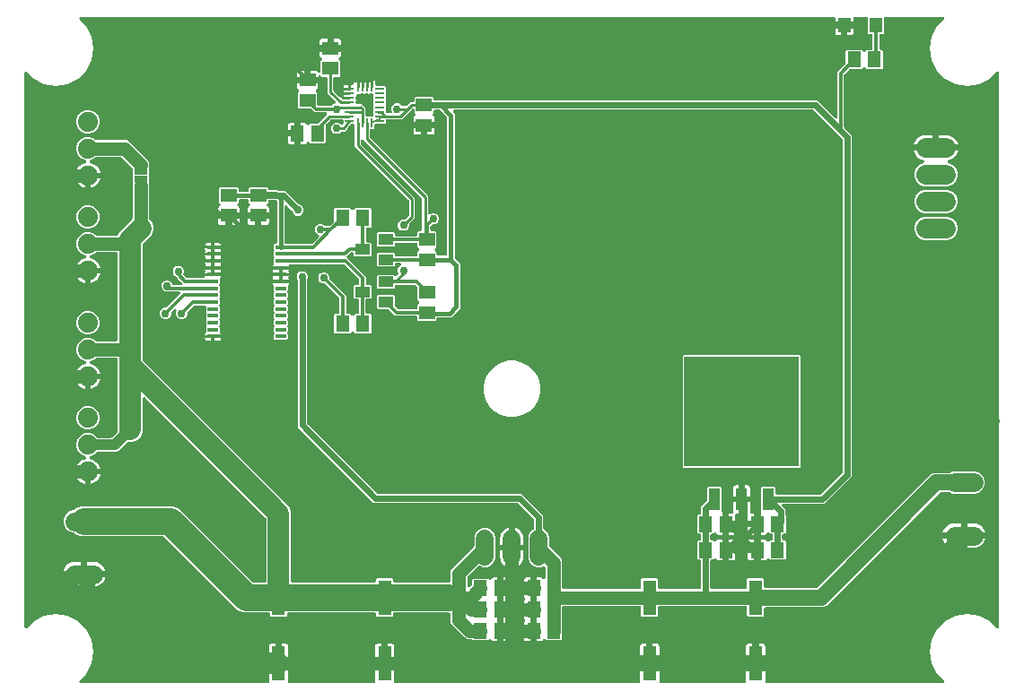
<source format=gbr>
G04 EAGLE Gerber RS-274X export*
G75*
%MOMM*%
%FSLAX34Y34*%
%LPD*%
%INTop Copper*%
%IPPOS*%
%AMOC8*
5,1,8,0,0,1.08239X$1,22.5*%
G01*
%ADD10C,1.676400*%
%ADD11R,1.300000X1.500000*%
%ADD12R,1.300000X3.300000*%
%ADD13R,1.000000X0.300000*%
%ADD14R,0.850000X0.270000*%
%ADD15R,0.270000X0.850000*%
%ADD16R,1.500000X1.300000*%
%ADD17C,1.879600*%
%ADD18R,1.270000X0.635000*%
%ADD19C,1.879600*%
%ADD20R,1.400000X1.000000*%
%ADD21R,10.800000X10.410000*%
%ADD22R,1.066800X2.159000*%
%ADD23R,1.200000X1.400000*%
%ADD24C,1.790700*%
%ADD25C,1.270000*%
%ADD26C,0.304800*%
%ADD27C,0.406400*%
%ADD28C,2.032000*%
%ADD29C,0.254000*%
%ADD30C,0.558800*%
%ADD31C,0.756400*%
%ADD32C,1.524000*%
%ADD33C,0.203200*%
%ADD34C,1.016000*%
%ADD35C,2.540000*%

G36*
X239495Y10167D02*
X239495Y10167D01*
X239547Y10164D01*
X239668Y10187D01*
X239791Y10201D01*
X239839Y10218D01*
X239889Y10227D01*
X240002Y10277D01*
X240119Y10318D01*
X240162Y10346D01*
X240209Y10366D01*
X240308Y10440D01*
X240411Y10507D01*
X240447Y10544D01*
X240488Y10575D01*
X240568Y10669D01*
X240654Y10758D01*
X240680Y10802D01*
X240713Y10841D01*
X240769Y10951D01*
X240832Y11057D01*
X240848Y11106D01*
X240871Y11152D01*
X240901Y11271D01*
X240939Y11389D01*
X240943Y11440D01*
X240955Y11490D01*
X240957Y11613D01*
X240967Y11736D01*
X240959Y11786D01*
X240959Y11803D01*
X240960Y11838D01*
X240959Y11841D01*
X240959Y25703D01*
X248476Y25703D01*
X248502Y25706D01*
X248528Y25704D01*
X248675Y25726D01*
X248822Y25743D01*
X248847Y25751D01*
X248873Y25755D01*
X249011Y25810D01*
X249150Y25860D01*
X249172Y25874D01*
X249197Y25884D01*
X249318Y25969D01*
X249443Y26049D01*
X249461Y26068D01*
X249483Y26083D01*
X249582Y26193D01*
X249685Y26300D01*
X249699Y26322D01*
X249716Y26342D01*
X249788Y26472D01*
X249864Y26599D01*
X249872Y26624D01*
X249885Y26647D01*
X249925Y26790D01*
X249970Y26931D01*
X249972Y26957D01*
X249980Y26982D01*
X249999Y27226D01*
X249999Y28751D01*
X250001Y28751D01*
X250001Y27226D01*
X250004Y27200D01*
X250002Y27174D01*
X250024Y27027D01*
X250041Y26880D01*
X250050Y26855D01*
X250053Y26829D01*
X250108Y26691D01*
X250158Y26552D01*
X250172Y26530D01*
X250182Y26505D01*
X250267Y26384D01*
X250347Y26259D01*
X250366Y26241D01*
X250381Y26219D01*
X250491Y26120D01*
X250598Y26017D01*
X250620Y26003D01*
X250640Y25986D01*
X250770Y25914D01*
X250897Y25838D01*
X250922Y25830D01*
X250945Y25817D01*
X251088Y25777D01*
X251229Y25732D01*
X251255Y25730D01*
X251280Y25722D01*
X251524Y25703D01*
X259041Y25703D01*
X259041Y11785D01*
X259033Y11734D01*
X259037Y11683D01*
X259033Y11632D01*
X259052Y11510D01*
X259062Y11387D01*
X259077Y11338D01*
X259085Y11287D01*
X259131Y11173D01*
X259168Y11055D01*
X259195Y11011D01*
X259214Y10963D01*
X259284Y10862D01*
X259348Y10756D01*
X259383Y10719D01*
X259413Y10677D01*
X259504Y10594D01*
X259590Y10506D01*
X259633Y10478D01*
X259671Y10444D01*
X259780Y10384D01*
X259883Y10317D01*
X259931Y10300D01*
X259976Y10275D01*
X260095Y10242D01*
X260211Y10200D01*
X260262Y10194D01*
X260312Y10180D01*
X260556Y10161D01*
X339444Y10161D01*
X339495Y10167D01*
X339547Y10164D01*
X339668Y10187D01*
X339791Y10201D01*
X339839Y10218D01*
X339889Y10227D01*
X340002Y10277D01*
X340119Y10318D01*
X340162Y10346D01*
X340209Y10366D01*
X340308Y10440D01*
X340411Y10507D01*
X340447Y10544D01*
X340488Y10575D01*
X340568Y10669D01*
X340654Y10758D01*
X340680Y10802D01*
X340713Y10841D01*
X340769Y10951D01*
X340832Y11057D01*
X340848Y11106D01*
X340871Y11152D01*
X340901Y11271D01*
X340939Y11389D01*
X340943Y11440D01*
X340955Y11490D01*
X340957Y11613D01*
X340967Y11736D01*
X340959Y11786D01*
X340959Y11803D01*
X340960Y11838D01*
X340959Y11841D01*
X340959Y25703D01*
X348476Y25703D01*
X348502Y25706D01*
X348528Y25704D01*
X348675Y25726D01*
X348822Y25743D01*
X348847Y25751D01*
X348873Y25755D01*
X349011Y25810D01*
X349150Y25860D01*
X349172Y25874D01*
X349197Y25884D01*
X349318Y25969D01*
X349443Y26049D01*
X349461Y26068D01*
X349483Y26083D01*
X349582Y26193D01*
X349685Y26300D01*
X349699Y26322D01*
X349716Y26342D01*
X349788Y26472D01*
X349864Y26599D01*
X349872Y26624D01*
X349885Y26647D01*
X349925Y26790D01*
X349970Y26931D01*
X349972Y26957D01*
X349980Y26982D01*
X349999Y27226D01*
X349999Y28751D01*
X350001Y28751D01*
X350001Y27226D01*
X350004Y27200D01*
X350002Y27174D01*
X350024Y27027D01*
X350041Y26880D01*
X350050Y26855D01*
X350053Y26829D01*
X350108Y26691D01*
X350158Y26552D01*
X350172Y26530D01*
X350182Y26505D01*
X350267Y26384D01*
X350347Y26259D01*
X350366Y26241D01*
X350381Y26219D01*
X350491Y26120D01*
X350598Y26017D01*
X350620Y26003D01*
X350640Y25986D01*
X350770Y25914D01*
X350897Y25838D01*
X350922Y25830D01*
X350945Y25817D01*
X351088Y25777D01*
X351229Y25732D01*
X351255Y25730D01*
X351280Y25722D01*
X351524Y25703D01*
X359041Y25703D01*
X359041Y11785D01*
X359033Y11734D01*
X359037Y11683D01*
X359033Y11632D01*
X359052Y11510D01*
X359062Y11387D01*
X359077Y11338D01*
X359085Y11287D01*
X359131Y11173D01*
X359168Y11055D01*
X359195Y11011D01*
X359214Y10963D01*
X359284Y10862D01*
X359348Y10756D01*
X359383Y10719D01*
X359413Y10677D01*
X359504Y10594D01*
X359590Y10506D01*
X359633Y10478D01*
X359671Y10444D01*
X359780Y10384D01*
X359883Y10317D01*
X359931Y10300D01*
X359976Y10275D01*
X360095Y10242D01*
X360211Y10200D01*
X360262Y10194D01*
X360312Y10180D01*
X360556Y10161D01*
X589444Y10161D01*
X589495Y10167D01*
X589547Y10164D01*
X589668Y10187D01*
X589791Y10201D01*
X589839Y10218D01*
X589889Y10227D01*
X590002Y10277D01*
X590119Y10318D01*
X590162Y10346D01*
X590209Y10366D01*
X590308Y10440D01*
X590411Y10507D01*
X590447Y10544D01*
X590488Y10575D01*
X590568Y10669D01*
X590654Y10758D01*
X590680Y10802D01*
X590713Y10841D01*
X590769Y10951D01*
X590832Y11057D01*
X590848Y11106D01*
X590871Y11152D01*
X590901Y11271D01*
X590939Y11389D01*
X590943Y11440D01*
X590955Y11490D01*
X590957Y11613D01*
X590967Y11736D01*
X590959Y11786D01*
X590959Y11803D01*
X590960Y11838D01*
X590959Y11841D01*
X590959Y25703D01*
X598476Y25703D01*
X598502Y25706D01*
X598528Y25704D01*
X598675Y25726D01*
X598822Y25743D01*
X598847Y25751D01*
X598873Y25755D01*
X599011Y25810D01*
X599150Y25860D01*
X599172Y25874D01*
X599197Y25884D01*
X599318Y25969D01*
X599443Y26049D01*
X599461Y26068D01*
X599483Y26083D01*
X599582Y26193D01*
X599685Y26300D01*
X599699Y26322D01*
X599716Y26342D01*
X599788Y26472D01*
X599864Y26599D01*
X599872Y26624D01*
X599885Y26647D01*
X599925Y26790D01*
X599970Y26931D01*
X599972Y26957D01*
X599980Y26982D01*
X599999Y27226D01*
X599999Y28751D01*
X600001Y28751D01*
X600001Y27226D01*
X600004Y27200D01*
X600002Y27174D01*
X600024Y27027D01*
X600041Y26880D01*
X600050Y26855D01*
X600053Y26829D01*
X600108Y26691D01*
X600158Y26552D01*
X600172Y26530D01*
X600182Y26505D01*
X600267Y26384D01*
X600347Y26259D01*
X600366Y26241D01*
X600381Y26219D01*
X600491Y26120D01*
X600598Y26017D01*
X600620Y26003D01*
X600640Y25986D01*
X600770Y25914D01*
X600897Y25838D01*
X600922Y25830D01*
X600945Y25817D01*
X601088Y25777D01*
X601229Y25732D01*
X601255Y25730D01*
X601280Y25722D01*
X601524Y25703D01*
X609041Y25703D01*
X609041Y11785D01*
X609033Y11734D01*
X609037Y11683D01*
X609033Y11632D01*
X609052Y11510D01*
X609062Y11387D01*
X609077Y11338D01*
X609085Y11287D01*
X609131Y11173D01*
X609168Y11055D01*
X609195Y11011D01*
X609214Y10963D01*
X609284Y10862D01*
X609348Y10756D01*
X609383Y10719D01*
X609413Y10677D01*
X609504Y10594D01*
X609590Y10506D01*
X609633Y10478D01*
X609671Y10444D01*
X609780Y10384D01*
X609883Y10317D01*
X609931Y10300D01*
X609976Y10275D01*
X610095Y10242D01*
X610211Y10200D01*
X610262Y10194D01*
X610312Y10180D01*
X610556Y10161D01*
X689444Y10161D01*
X689495Y10167D01*
X689547Y10164D01*
X689668Y10187D01*
X689791Y10201D01*
X689839Y10218D01*
X689889Y10227D01*
X690002Y10277D01*
X690119Y10318D01*
X690162Y10346D01*
X690209Y10366D01*
X690308Y10440D01*
X690411Y10507D01*
X690447Y10544D01*
X690488Y10575D01*
X690568Y10669D01*
X690654Y10758D01*
X690680Y10802D01*
X690713Y10841D01*
X690769Y10951D01*
X690832Y11057D01*
X690848Y11106D01*
X690871Y11152D01*
X690901Y11271D01*
X690939Y11389D01*
X690943Y11440D01*
X690955Y11490D01*
X690957Y11613D01*
X690967Y11736D01*
X690959Y11786D01*
X690959Y11803D01*
X690960Y11838D01*
X690959Y11841D01*
X690959Y25703D01*
X698476Y25703D01*
X698502Y25706D01*
X698528Y25704D01*
X698675Y25726D01*
X698822Y25743D01*
X698847Y25751D01*
X698873Y25755D01*
X699011Y25810D01*
X699150Y25860D01*
X699172Y25874D01*
X699197Y25884D01*
X699318Y25969D01*
X699443Y26049D01*
X699461Y26068D01*
X699483Y26083D01*
X699582Y26193D01*
X699685Y26300D01*
X699699Y26322D01*
X699716Y26342D01*
X699788Y26472D01*
X699864Y26599D01*
X699872Y26624D01*
X699885Y26647D01*
X699925Y26790D01*
X699970Y26931D01*
X699972Y26957D01*
X699980Y26982D01*
X699999Y27226D01*
X699999Y28751D01*
X700001Y28751D01*
X700001Y27226D01*
X700004Y27200D01*
X700002Y27174D01*
X700024Y27027D01*
X700041Y26880D01*
X700050Y26855D01*
X700053Y26829D01*
X700108Y26691D01*
X700158Y26552D01*
X700172Y26530D01*
X700182Y26505D01*
X700267Y26384D01*
X700347Y26259D01*
X700366Y26241D01*
X700381Y26219D01*
X700491Y26120D01*
X700598Y26017D01*
X700620Y26003D01*
X700640Y25986D01*
X700770Y25914D01*
X700897Y25838D01*
X700922Y25830D01*
X700945Y25817D01*
X701088Y25777D01*
X701229Y25732D01*
X701255Y25730D01*
X701280Y25722D01*
X701524Y25703D01*
X709041Y25703D01*
X709041Y11785D01*
X709033Y11734D01*
X709037Y11683D01*
X709033Y11632D01*
X709052Y11510D01*
X709062Y11387D01*
X709077Y11338D01*
X709085Y11287D01*
X709131Y11173D01*
X709168Y11055D01*
X709195Y11011D01*
X709214Y10963D01*
X709284Y10862D01*
X709348Y10756D01*
X709383Y10719D01*
X709413Y10677D01*
X709504Y10594D01*
X709590Y10506D01*
X709633Y10478D01*
X709671Y10444D01*
X709780Y10384D01*
X709883Y10317D01*
X709931Y10300D01*
X709976Y10275D01*
X710095Y10242D01*
X710211Y10200D01*
X710262Y10194D01*
X710312Y10180D01*
X710556Y10161D01*
X876517Y10161D01*
X876617Y10172D01*
X876717Y10174D01*
X876789Y10192D01*
X876863Y10201D01*
X876958Y10234D01*
X877055Y10259D01*
X877121Y10293D01*
X877191Y10318D01*
X877276Y10373D01*
X877365Y10419D01*
X877422Y10467D01*
X877484Y10507D01*
X877554Y10579D01*
X877630Y10644D01*
X877675Y10704D01*
X877726Y10758D01*
X877778Y10844D01*
X877838Y10925D01*
X877867Y10993D01*
X877905Y11057D01*
X877936Y11153D01*
X877976Y11245D01*
X877989Y11318D01*
X878011Y11389D01*
X878019Y11489D01*
X878037Y11588D01*
X878033Y11662D01*
X878039Y11736D01*
X878024Y11836D01*
X878019Y11936D01*
X877999Y12007D01*
X877988Y12081D01*
X877951Y12174D01*
X877923Y12271D01*
X877886Y12336D01*
X877859Y12405D01*
X877802Y12487D01*
X877753Y12575D01*
X877688Y12651D01*
X877660Y12691D01*
X877634Y12715D01*
X877594Y12761D01*
X871246Y19109D01*
X866198Y29017D01*
X864458Y40000D01*
X866198Y50983D01*
X871246Y60891D01*
X879109Y68754D01*
X889017Y73802D01*
X900000Y75542D01*
X910983Y73802D01*
X920891Y68754D01*
X927239Y62406D01*
X927317Y62344D01*
X927390Y62274D01*
X927454Y62235D01*
X927512Y62189D01*
X927603Y62146D01*
X927689Y62095D01*
X927760Y62072D01*
X927827Y62040D01*
X927925Y62019D01*
X928021Y61989D01*
X928095Y61983D01*
X928168Y61967D01*
X928268Y61969D01*
X928368Y61961D01*
X928442Y61972D01*
X928516Y61973D01*
X928613Y61997D01*
X928713Y62012D01*
X928782Y62040D01*
X928854Y62058D01*
X928944Y62104D01*
X929037Y62141D01*
X929098Y62183D01*
X929164Y62218D01*
X929241Y62283D01*
X929323Y62340D01*
X929373Y62395D01*
X929429Y62443D01*
X929489Y62524D01*
X929556Y62599D01*
X929592Y62664D01*
X929637Y62724D01*
X929676Y62816D01*
X929725Y62904D01*
X929745Y62975D01*
X929775Y63044D01*
X929792Y63142D01*
X929820Y63239D01*
X929828Y63339D01*
X929836Y63387D01*
X929834Y63422D01*
X929839Y63483D01*
X929839Y586517D01*
X929828Y586617D01*
X929826Y586717D01*
X929808Y586789D01*
X929799Y586863D01*
X929766Y586958D01*
X929741Y587055D01*
X929707Y587121D01*
X929682Y587191D01*
X929627Y587276D01*
X929581Y587365D01*
X929533Y587422D01*
X929493Y587484D01*
X929421Y587554D01*
X929356Y587630D01*
X929296Y587675D01*
X929242Y587726D01*
X929156Y587778D01*
X929075Y587838D01*
X929007Y587867D01*
X928943Y587905D01*
X928847Y587936D01*
X928755Y587976D01*
X928682Y587989D01*
X928611Y588011D01*
X928511Y588019D01*
X928412Y588037D01*
X928338Y588033D01*
X928264Y588039D01*
X928164Y588024D01*
X928064Y588019D01*
X927993Y587999D01*
X927919Y587988D01*
X927826Y587951D01*
X927729Y587923D01*
X927664Y587886D01*
X927595Y587859D01*
X927513Y587802D01*
X927425Y587753D01*
X927349Y587688D01*
X927309Y587660D01*
X927285Y587634D01*
X927239Y587594D01*
X920891Y581246D01*
X910983Y576198D01*
X900000Y574458D01*
X889017Y576198D01*
X879109Y581246D01*
X871246Y589109D01*
X866198Y599017D01*
X864458Y610000D01*
X866198Y620983D01*
X871246Y630891D01*
X877594Y637239D01*
X877656Y637317D01*
X877726Y637390D01*
X877765Y637454D01*
X877811Y637512D01*
X877854Y637603D01*
X877905Y637689D01*
X877928Y637760D01*
X877960Y637827D01*
X877981Y637925D01*
X878011Y638021D01*
X878017Y638095D01*
X878033Y638168D01*
X878031Y638268D01*
X878039Y638368D01*
X878028Y638442D01*
X878027Y638516D01*
X878003Y638613D01*
X877988Y638713D01*
X877960Y638782D01*
X877942Y638854D01*
X877896Y638944D01*
X877859Y639037D01*
X877817Y639098D01*
X877782Y639164D01*
X877717Y639241D01*
X877660Y639323D01*
X877605Y639373D01*
X877557Y639429D01*
X877476Y639489D01*
X877401Y639556D01*
X877336Y639592D01*
X877276Y639637D01*
X877184Y639676D01*
X877096Y639725D01*
X877025Y639745D01*
X876956Y639775D01*
X876858Y639792D01*
X876761Y639820D01*
X876661Y639828D01*
X876613Y639836D01*
X876578Y639834D01*
X876517Y639839D01*
X822624Y639839D01*
X822598Y639836D01*
X822572Y639838D01*
X822425Y639816D01*
X822278Y639799D01*
X822253Y639791D01*
X822227Y639787D01*
X822089Y639732D01*
X821950Y639682D01*
X821928Y639668D01*
X821903Y639658D01*
X821782Y639573D01*
X821657Y639493D01*
X821639Y639474D01*
X821617Y639459D01*
X821518Y639349D01*
X821415Y639242D01*
X821401Y639220D01*
X821384Y639200D01*
X821312Y639070D01*
X821236Y638943D01*
X821228Y638918D01*
X821215Y638895D01*
X821175Y638752D01*
X821130Y638611D01*
X821128Y638585D01*
X821120Y638560D01*
X821101Y638316D01*
X821101Y624320D01*
X820208Y623427D01*
X818148Y623427D01*
X818122Y623424D01*
X818096Y623426D01*
X817949Y623404D01*
X817802Y623387D01*
X817777Y623379D01*
X817751Y623375D01*
X817613Y623320D01*
X817474Y623270D01*
X817452Y623256D01*
X817427Y623246D01*
X817306Y623161D01*
X817181Y623081D01*
X817163Y623062D01*
X817141Y623047D01*
X817042Y622937D01*
X816939Y622830D01*
X816925Y622808D01*
X816908Y622788D01*
X816836Y622658D01*
X816760Y622531D01*
X816752Y622506D01*
X816739Y622483D01*
X816699Y622340D01*
X816654Y622199D01*
X816652Y622173D01*
X816644Y622148D01*
X816625Y621904D01*
X816625Y609988D01*
X816628Y609962D01*
X816626Y609936D01*
X816648Y609789D01*
X816665Y609642D01*
X816673Y609617D01*
X816677Y609591D01*
X816732Y609453D01*
X816782Y609314D01*
X816796Y609292D01*
X816806Y609267D01*
X816891Y609146D01*
X816971Y609021D01*
X816990Y609003D01*
X817005Y608981D01*
X817115Y608882D01*
X817222Y608779D01*
X817244Y608765D01*
X817264Y608748D01*
X817394Y608676D01*
X817521Y608600D01*
X817546Y608592D01*
X817569Y608579D01*
X817712Y608539D01*
X817853Y608494D01*
X817879Y608492D01*
X817904Y608484D01*
X818148Y608465D01*
X819272Y608465D01*
X820165Y607572D01*
X820165Y591308D01*
X819272Y590415D01*
X805008Y590415D01*
X803717Y591707D01*
X803697Y591723D01*
X803680Y591743D01*
X803560Y591831D01*
X803444Y591923D01*
X803420Y591934D01*
X803399Y591950D01*
X803263Y592009D01*
X803129Y592072D01*
X803103Y592078D01*
X803079Y592088D01*
X802933Y592114D01*
X802788Y592146D01*
X802762Y592145D01*
X802736Y592150D01*
X802588Y592142D01*
X802440Y592140D01*
X802414Y592133D01*
X802388Y592132D01*
X802246Y592091D01*
X802102Y592055D01*
X802079Y592043D01*
X802053Y592035D01*
X801924Y591963D01*
X801792Y591895D01*
X801772Y591878D01*
X801749Y591865D01*
X801563Y591707D01*
X800272Y590415D01*
X789058Y590415D01*
X788932Y590401D01*
X788806Y590394D01*
X788760Y590381D01*
X788712Y590375D01*
X788593Y590333D01*
X788471Y590298D01*
X788429Y590274D01*
X788383Y590258D01*
X788277Y590189D01*
X788167Y590128D01*
X788121Y590088D01*
X788091Y590069D01*
X788057Y590034D01*
X787981Y589969D01*
X783783Y585771D01*
X783704Y585672D01*
X783620Y585578D01*
X783596Y585536D01*
X783566Y585498D01*
X783512Y585384D01*
X783451Y585273D01*
X783438Y585227D01*
X783417Y585183D01*
X783391Y585060D01*
X783356Y584938D01*
X783351Y584877D01*
X783344Y584842D01*
X783345Y584794D01*
X783337Y584694D01*
X783337Y536074D01*
X783351Y535948D01*
X783358Y535822D01*
X783371Y535776D01*
X783377Y535728D01*
X783419Y535609D01*
X783454Y535487D01*
X783478Y535445D01*
X783494Y535400D01*
X783563Y535293D01*
X783624Y535183D01*
X783664Y535137D01*
X783683Y535107D01*
X783718Y535073D01*
X783783Y534997D01*
X790703Y528077D01*
X790703Y205475D01*
X764805Y179577D01*
X726320Y179577D01*
X726220Y179566D01*
X726120Y179564D01*
X726047Y179546D01*
X725974Y179537D01*
X725879Y179504D01*
X725782Y179479D01*
X725715Y179445D01*
X725645Y179420D01*
X725561Y179365D01*
X725472Y179319D01*
X725415Y179271D01*
X725353Y179231D01*
X725283Y179159D01*
X725206Y179094D01*
X725162Y179034D01*
X725110Y178980D01*
X725059Y178894D01*
X724999Y178813D01*
X724970Y178745D01*
X724932Y178681D01*
X724901Y178585D01*
X724861Y178493D01*
X724848Y178420D01*
X724825Y178349D01*
X724817Y178249D01*
X724800Y178150D01*
X724803Y178076D01*
X724797Y178002D01*
X724812Y177902D01*
X724817Y177802D01*
X724838Y177731D01*
X724849Y177657D01*
X724886Y177564D01*
X724914Y177467D01*
X724950Y177402D01*
X724978Y177333D01*
X725035Y177251D01*
X725084Y177163D01*
X725149Y177087D01*
X725177Y177047D01*
X725203Y177023D01*
X725243Y176977D01*
X727711Y174509D01*
X727711Y170305D01*
X727725Y170179D01*
X727732Y170053D01*
X727745Y170006D01*
X727751Y169958D01*
X727793Y169839D01*
X727828Y169718D01*
X727852Y169676D01*
X727868Y169630D01*
X727937Y169524D01*
X727998Y169414D01*
X728038Y169367D01*
X728057Y169337D01*
X728092Y169304D01*
X728157Y169227D01*
X728725Y168660D01*
X728725Y152396D01*
X727832Y151503D01*
X726542Y151503D01*
X726516Y151500D01*
X726490Y151502D01*
X726343Y151480D01*
X726196Y151463D01*
X726171Y151455D01*
X726145Y151451D01*
X726007Y151396D01*
X725868Y151346D01*
X725846Y151332D01*
X725821Y151322D01*
X725700Y151237D01*
X725575Y151157D01*
X725557Y151138D01*
X725535Y151123D01*
X725436Y151013D01*
X725333Y150906D01*
X725319Y150884D01*
X725302Y150864D01*
X725230Y150734D01*
X725154Y150607D01*
X725146Y150582D01*
X725133Y150559D01*
X725093Y150416D01*
X725048Y150275D01*
X725046Y150249D01*
X725038Y150224D01*
X725019Y149980D01*
X725019Y146692D01*
X725022Y146666D01*
X725020Y146640D01*
X725042Y146493D01*
X725059Y146346D01*
X725067Y146321D01*
X725071Y146295D01*
X725126Y146157D01*
X725176Y146018D01*
X725190Y145996D01*
X725200Y145971D01*
X725285Y145850D01*
X725365Y145725D01*
X725384Y145707D01*
X725399Y145685D01*
X725509Y145586D01*
X725616Y145483D01*
X725638Y145469D01*
X725658Y145452D01*
X725788Y145380D01*
X725915Y145304D01*
X725940Y145296D01*
X725963Y145283D01*
X726106Y145243D01*
X726247Y145198D01*
X726273Y145196D01*
X726298Y145188D01*
X726542Y145169D01*
X727832Y145169D01*
X728725Y144276D01*
X728725Y128012D01*
X727832Y127119D01*
X713568Y127119D01*
X712871Y127817D01*
X712830Y127849D01*
X712796Y127887D01*
X712695Y127957D01*
X712598Y128034D01*
X712551Y128056D01*
X712509Y128085D01*
X712394Y128130D01*
X712282Y128183D01*
X712233Y128193D01*
X712185Y128212D01*
X712063Y128230D01*
X711942Y128256D01*
X711891Y128255D01*
X711840Y128263D01*
X711717Y128252D01*
X711593Y128250D01*
X711544Y128238D01*
X711493Y128233D01*
X711375Y128195D01*
X711255Y128165D01*
X711210Y128142D01*
X711161Y128126D01*
X711055Y128062D01*
X710946Y128005D01*
X710907Y127972D01*
X710863Y127946D01*
X710774Y127860D01*
X710680Y127780D01*
X710650Y127739D01*
X710613Y127703D01*
X710474Y127502D01*
X710233Y127084D01*
X709760Y126611D01*
X709181Y126276D01*
X708535Y126103D01*
X704747Y126103D01*
X704747Y134620D01*
X704744Y134646D01*
X704746Y134672D01*
X704724Y134819D01*
X704707Y134966D01*
X704698Y134991D01*
X704695Y135017D01*
X704640Y135155D01*
X704590Y135294D01*
X704576Y135316D01*
X704566Y135341D01*
X704481Y135462D01*
X704401Y135587D01*
X704382Y135605D01*
X704367Y135627D01*
X704257Y135726D01*
X704150Y135829D01*
X704128Y135843D01*
X704108Y135860D01*
X703978Y135932D01*
X703851Y136008D01*
X703826Y136016D01*
X703803Y136029D01*
X703660Y136069D01*
X703519Y136114D01*
X703493Y136116D01*
X703468Y136124D01*
X703224Y136143D01*
X701699Y136143D01*
X701699Y136145D01*
X703224Y136145D01*
X703250Y136148D01*
X703276Y136146D01*
X703423Y136168D01*
X703570Y136185D01*
X703595Y136194D01*
X703621Y136197D01*
X703759Y136252D01*
X703898Y136302D01*
X703920Y136316D01*
X703945Y136326D01*
X704066Y136411D01*
X704191Y136491D01*
X704209Y136510D01*
X704231Y136525D01*
X704330Y136635D01*
X704433Y136742D01*
X704447Y136764D01*
X704464Y136784D01*
X704536Y136914D01*
X704612Y137041D01*
X704620Y137066D01*
X704633Y137089D01*
X704673Y137232D01*
X704718Y137373D01*
X704720Y137399D01*
X704728Y137424D01*
X704747Y137668D01*
X704747Y146185D01*
X708535Y146185D01*
X709181Y146012D01*
X709760Y145677D01*
X710233Y145204D01*
X710474Y144786D01*
X710505Y144745D01*
X710528Y144700D01*
X710608Y144606D01*
X710682Y144506D01*
X710721Y144473D01*
X710754Y144435D01*
X710853Y144361D01*
X710948Y144281D01*
X710993Y144258D01*
X711034Y144227D01*
X711148Y144178D01*
X711258Y144122D01*
X711307Y144110D01*
X711354Y144089D01*
X711476Y144068D01*
X711596Y144038D01*
X711647Y144037D01*
X711697Y144028D01*
X711821Y144034D01*
X711944Y144032D01*
X711994Y144043D01*
X712045Y144046D01*
X712164Y144080D01*
X712285Y144106D01*
X712331Y144128D01*
X712380Y144142D01*
X712488Y144203D01*
X712600Y144256D01*
X712640Y144287D01*
X712684Y144312D01*
X712871Y144471D01*
X713568Y145169D01*
X714858Y145169D01*
X714884Y145172D01*
X714910Y145170D01*
X715057Y145192D01*
X715204Y145209D01*
X715229Y145217D01*
X715255Y145221D01*
X715393Y145276D01*
X715532Y145326D01*
X715554Y145340D01*
X715579Y145350D01*
X715700Y145435D01*
X715825Y145515D01*
X715843Y145534D01*
X715865Y145549D01*
X715964Y145659D01*
X716067Y145766D01*
X716081Y145788D01*
X716098Y145808D01*
X716170Y145938D01*
X716246Y146065D01*
X716254Y146090D01*
X716267Y146113D01*
X716307Y146256D01*
X716352Y146397D01*
X716354Y146423D01*
X716362Y146448D01*
X716381Y146692D01*
X716381Y149980D01*
X716378Y150006D01*
X716380Y150032D01*
X716358Y150179D01*
X716341Y150326D01*
X716333Y150351D01*
X716329Y150377D01*
X716274Y150515D01*
X716224Y150654D01*
X716210Y150676D01*
X716200Y150701D01*
X716115Y150822D01*
X716035Y150947D01*
X716016Y150965D01*
X716001Y150987D01*
X715891Y151086D01*
X715784Y151189D01*
X715762Y151203D01*
X715742Y151220D01*
X715613Y151292D01*
X715485Y151368D01*
X715460Y151376D01*
X715437Y151389D01*
X715294Y151429D01*
X715153Y151474D01*
X715127Y151476D01*
X715102Y151484D01*
X714858Y151503D01*
X713568Y151503D01*
X712871Y152201D01*
X712830Y152233D01*
X712796Y152271D01*
X712695Y152341D01*
X712598Y152418D01*
X712551Y152440D01*
X712509Y152469D01*
X712394Y152514D01*
X712282Y152567D01*
X712233Y152577D01*
X712185Y152596D01*
X712063Y152614D01*
X711942Y152640D01*
X711891Y152639D01*
X711840Y152647D01*
X711717Y152636D01*
X711593Y152634D01*
X711544Y152622D01*
X711493Y152617D01*
X711375Y152579D01*
X711255Y152549D01*
X711210Y152526D01*
X711161Y152510D01*
X711055Y152446D01*
X710946Y152389D01*
X710907Y152356D01*
X710863Y152330D01*
X710774Y152244D01*
X710680Y152164D01*
X710650Y152123D01*
X710613Y152087D01*
X710474Y151886D01*
X710233Y151468D01*
X709760Y150995D01*
X709181Y150660D01*
X708535Y150487D01*
X704747Y150487D01*
X704747Y159004D01*
X704744Y159030D01*
X704746Y159056D01*
X704724Y159203D01*
X704707Y159350D01*
X704698Y159375D01*
X704695Y159401D01*
X704640Y159539D01*
X704590Y159678D01*
X704576Y159700D01*
X704566Y159725D01*
X704481Y159846D01*
X704401Y159971D01*
X704382Y159989D01*
X704367Y160011D01*
X704257Y160110D01*
X704150Y160213D01*
X704128Y160227D01*
X704108Y160244D01*
X703978Y160316D01*
X703851Y160392D01*
X703826Y160400D01*
X703803Y160413D01*
X703660Y160453D01*
X703519Y160498D01*
X703493Y160500D01*
X703468Y160508D01*
X703224Y160527D01*
X701699Y160527D01*
X701699Y160529D01*
X703224Y160529D01*
X703250Y160532D01*
X703276Y160530D01*
X703423Y160552D01*
X703570Y160569D01*
X703595Y160578D01*
X703621Y160581D01*
X703759Y160636D01*
X703898Y160686D01*
X703920Y160700D01*
X703945Y160710D01*
X704066Y160795D01*
X704191Y160875D01*
X704209Y160894D01*
X704231Y160909D01*
X704330Y161019D01*
X704433Y161126D01*
X704447Y161148D01*
X704464Y161168D01*
X704536Y161298D01*
X704612Y161425D01*
X704620Y161450D01*
X704633Y161473D01*
X704673Y161616D01*
X704718Y161757D01*
X704720Y161783D01*
X704728Y161808D01*
X704747Y162052D01*
X704747Y170880D01*
X704801Y170915D01*
X704819Y170934D01*
X704841Y170949D01*
X704940Y171059D01*
X705043Y171166D01*
X705057Y171188D01*
X705074Y171208D01*
X705146Y171338D01*
X705222Y171465D01*
X705230Y171490D01*
X705243Y171513D01*
X705283Y171656D01*
X705328Y171797D01*
X705330Y171823D01*
X705338Y171848D01*
X705357Y172092D01*
X705357Y195323D01*
X706250Y196216D01*
X718182Y196216D01*
X719075Y195323D01*
X719075Y189738D01*
X719078Y189712D01*
X719076Y189686D01*
X719098Y189539D01*
X719115Y189392D01*
X719123Y189367D01*
X719127Y189341D01*
X719182Y189203D01*
X719232Y189064D01*
X719246Y189042D01*
X719256Y189017D01*
X719341Y188896D01*
X719421Y188771D01*
X719440Y188753D01*
X719455Y188731D01*
X719565Y188632D01*
X719672Y188529D01*
X719694Y188515D01*
X719714Y188498D01*
X719844Y188426D01*
X719971Y188350D01*
X719996Y188342D01*
X720019Y188329D01*
X720162Y188289D01*
X720303Y188244D01*
X720329Y188242D01*
X720354Y188234D01*
X720598Y188215D01*
X760596Y188215D01*
X760722Y188229D01*
X760848Y188236D01*
X760894Y188249D01*
X760942Y188255D01*
X761061Y188297D01*
X761183Y188332D01*
X761225Y188356D01*
X761270Y188372D01*
X761377Y188441D01*
X761487Y188502D01*
X761533Y188542D01*
X761563Y188561D01*
X761597Y188596D01*
X761673Y188661D01*
X781619Y208607D01*
X781698Y208706D01*
X781782Y208800D01*
X781806Y208842D01*
X781836Y208880D01*
X781890Y208994D01*
X781951Y209105D01*
X781964Y209151D01*
X781985Y209195D01*
X782011Y209318D01*
X782046Y209440D01*
X782051Y209501D01*
X782058Y209536D01*
X782057Y209584D01*
X782065Y209684D01*
X782065Y523868D01*
X782051Y523994D01*
X782044Y524120D01*
X782031Y524166D01*
X782025Y524214D01*
X781983Y524333D01*
X781948Y524455D01*
X781924Y524497D01*
X781908Y524542D01*
X781839Y524649D01*
X781778Y524759D01*
X781738Y524805D01*
X781719Y524835D01*
X781684Y524869D01*
X781619Y524945D01*
X755029Y551535D01*
X754930Y551614D01*
X754836Y551698D01*
X754794Y551722D01*
X754756Y551752D01*
X754642Y551806D01*
X754531Y551867D01*
X754485Y551880D01*
X754441Y551901D01*
X754318Y551927D01*
X754196Y551962D01*
X754135Y551967D01*
X754100Y551974D01*
X754052Y551973D01*
X753952Y551981D01*
X415830Y551981D01*
X415730Y551970D01*
X415630Y551968D01*
X415558Y551950D01*
X415484Y551941D01*
X415389Y551908D01*
X415292Y551883D01*
X415226Y551849D01*
X415156Y551824D01*
X415071Y551769D01*
X414982Y551723D01*
X414926Y551675D01*
X414863Y551635D01*
X414793Y551563D01*
X414717Y551498D01*
X414673Y551438D01*
X414621Y551384D01*
X414569Y551298D01*
X414510Y551217D01*
X414480Y551149D01*
X414442Y551085D01*
X414411Y550989D01*
X414372Y550897D01*
X414358Y550824D01*
X414336Y550753D01*
X414328Y550653D01*
X414310Y550554D01*
X414314Y550480D01*
X414308Y550406D01*
X414323Y550306D01*
X414328Y550206D01*
X414348Y550135D01*
X414359Y550061D01*
X414397Y549968D01*
X414424Y549871D01*
X414461Y549806D01*
X414488Y549737D01*
X414545Y549655D01*
X414595Y549567D01*
X414660Y549491D01*
X414687Y549451D01*
X414714Y549427D01*
X414753Y549381D01*
X416017Y548117D01*
X416017Y412604D01*
X416031Y412479D01*
X416038Y412352D01*
X416051Y412306D01*
X416057Y412258D01*
X416099Y412139D01*
X416134Y412018D01*
X416158Y411975D01*
X416174Y411930D01*
X416243Y411824D01*
X416304Y411713D01*
X416344Y411667D01*
X416363Y411637D01*
X416398Y411604D01*
X416463Y411527D01*
X421133Y406857D01*
X421133Y364287D01*
X412953Y356107D01*
X400548Y356107D01*
X400522Y356104D01*
X400496Y356106D01*
X400349Y356084D01*
X400202Y356067D01*
X400177Y356059D01*
X400151Y356055D01*
X400013Y356000D01*
X399874Y355950D01*
X399852Y355936D01*
X399827Y355926D01*
X399706Y355841D01*
X399581Y355761D01*
X399563Y355742D01*
X399541Y355727D01*
X399442Y355617D01*
X399339Y355510D01*
X399325Y355488D01*
X399308Y355468D01*
X399236Y355338D01*
X399160Y355211D01*
X399152Y355186D01*
X399139Y355163D01*
X399099Y355020D01*
X399054Y354879D01*
X399052Y354853D01*
X399044Y354828D01*
X399025Y354584D01*
X399025Y353368D01*
X398132Y352475D01*
X381868Y352475D01*
X380975Y353368D01*
X380975Y355928D01*
X380972Y355954D01*
X380974Y355980D01*
X380952Y356127D01*
X380935Y356274D01*
X380927Y356299D01*
X380923Y356325D01*
X380868Y356463D01*
X380818Y356602D01*
X380804Y356624D01*
X380794Y356649D01*
X380709Y356770D01*
X380629Y356895D01*
X380610Y356913D01*
X380595Y356935D01*
X380485Y357034D01*
X380378Y357137D01*
X380356Y357151D01*
X380336Y357168D01*
X380206Y357240D01*
X380079Y357316D01*
X380054Y357324D01*
X380031Y357337D01*
X379888Y357377D01*
X379747Y357422D01*
X379721Y357424D01*
X379696Y357432D01*
X379452Y357451D01*
X359737Y357451D01*
X353659Y363529D01*
X353560Y363608D01*
X353466Y363692D01*
X353424Y363716D01*
X353386Y363746D01*
X353272Y363800D01*
X353161Y363861D01*
X353115Y363874D01*
X353071Y363895D01*
X352948Y363921D01*
X352826Y363956D01*
X352765Y363961D01*
X352731Y363968D01*
X352683Y363967D01*
X352582Y363975D01*
X343368Y363975D01*
X342475Y364868D01*
X342475Y376132D01*
X343368Y377025D01*
X358632Y377025D01*
X359525Y376132D01*
X359525Y366918D01*
X359539Y366792D01*
X359546Y366666D01*
X359559Y366620D01*
X359565Y366572D01*
X359607Y366453D01*
X359642Y366331D01*
X359666Y366289D01*
X359682Y366243D01*
X359751Y366137D01*
X359812Y366027D01*
X359852Y365981D01*
X359871Y365951D01*
X359906Y365917D01*
X359971Y365841D01*
X361817Y363995D01*
X361916Y363916D01*
X362010Y363832D01*
X362052Y363808D01*
X362090Y363778D01*
X362204Y363724D01*
X362315Y363663D01*
X362361Y363650D01*
X362405Y363629D01*
X362528Y363603D01*
X362650Y363568D01*
X362711Y363563D01*
X362746Y363556D01*
X362794Y363557D01*
X362894Y363549D01*
X379452Y363549D01*
X379478Y363552D01*
X379504Y363550D01*
X379651Y363572D01*
X379798Y363589D01*
X379823Y363597D01*
X379849Y363601D01*
X379987Y363656D01*
X380126Y363706D01*
X380148Y363720D01*
X380173Y363730D01*
X380294Y363815D01*
X380419Y363895D01*
X380437Y363914D01*
X380459Y363929D01*
X380558Y364039D01*
X380661Y364146D01*
X380675Y364168D01*
X380692Y364188D01*
X380764Y364318D01*
X380840Y364445D01*
X380848Y364470D01*
X380861Y364493D01*
X380901Y364636D01*
X380946Y364777D01*
X380948Y364803D01*
X380956Y364828D01*
X380975Y365072D01*
X380975Y367632D01*
X382267Y368923D01*
X382283Y368943D01*
X382303Y368960D01*
X382391Y369080D01*
X382483Y369196D01*
X382494Y369220D01*
X382510Y369241D01*
X382569Y369377D01*
X382632Y369511D01*
X382638Y369537D01*
X382648Y369561D01*
X382674Y369707D01*
X382706Y369852D01*
X382705Y369878D01*
X382710Y369904D01*
X382702Y370052D01*
X382700Y370200D01*
X382693Y370226D01*
X382692Y370252D01*
X382651Y370394D01*
X382615Y370538D01*
X382603Y370561D01*
X382595Y370587D01*
X382523Y370716D01*
X382455Y370848D01*
X382438Y370868D01*
X382425Y370891D01*
X382267Y371077D01*
X380975Y372368D01*
X380975Y383582D01*
X380961Y383708D01*
X380954Y383834D01*
X380941Y383880D01*
X380935Y383928D01*
X380893Y384047D01*
X380858Y384169D01*
X380834Y384211D01*
X380818Y384257D01*
X380749Y384363D01*
X380688Y384473D01*
X380648Y384519D01*
X380629Y384549D01*
X380594Y384583D01*
X380529Y384659D01*
X379183Y386005D01*
X379084Y386084D01*
X378990Y386168D01*
X378948Y386192D01*
X378910Y386222D01*
X378796Y386276D01*
X378685Y386337D01*
X378639Y386350D01*
X378595Y386371D01*
X378472Y386397D01*
X378350Y386432D01*
X378289Y386437D01*
X378254Y386444D01*
X378206Y386443D01*
X378106Y386451D01*
X361048Y386451D01*
X361022Y386448D01*
X360996Y386450D01*
X360849Y386428D01*
X360702Y386411D01*
X360677Y386403D01*
X360651Y386399D01*
X360513Y386344D01*
X360374Y386294D01*
X360352Y386280D01*
X360327Y386270D01*
X360206Y386185D01*
X360081Y386105D01*
X360063Y386086D01*
X360041Y386071D01*
X359942Y385961D01*
X359839Y385854D01*
X359825Y385832D01*
X359808Y385812D01*
X359736Y385682D01*
X359660Y385555D01*
X359652Y385530D01*
X359639Y385507D01*
X359599Y385364D01*
X359554Y385223D01*
X359552Y385197D01*
X359544Y385172D01*
X359525Y384928D01*
X359525Y383868D01*
X358632Y382975D01*
X343368Y382975D01*
X342475Y383868D01*
X342475Y395132D01*
X343368Y396025D01*
X358632Y396025D01*
X359357Y395299D01*
X359377Y395283D01*
X359394Y395263D01*
X359514Y395175D01*
X359630Y395083D01*
X359654Y395072D01*
X359675Y395056D01*
X359811Y394997D01*
X359945Y394934D01*
X359971Y394928D01*
X359995Y394918D01*
X360141Y394892D01*
X360286Y394861D01*
X360312Y394861D01*
X360338Y394856D01*
X360486Y394864D01*
X360634Y394866D01*
X360660Y394873D01*
X360686Y394874D01*
X360828Y394915D01*
X360972Y394951D01*
X360995Y394964D01*
X361021Y394971D01*
X361150Y395043D01*
X361282Y395111D01*
X361302Y395128D01*
X361325Y395141D01*
X361511Y395299D01*
X362637Y396425D01*
X362684Y396485D01*
X362739Y396538D01*
X362792Y396621D01*
X362854Y396698D01*
X362886Y396767D01*
X362927Y396832D01*
X362960Y396924D01*
X363002Y397013D01*
X363018Y397088D01*
X363044Y397160D01*
X363055Y397258D01*
X363076Y397354D01*
X363074Y397430D01*
X363083Y397506D01*
X363072Y397604D01*
X363070Y397702D01*
X363051Y397777D01*
X363042Y397853D01*
X362996Y397994D01*
X362985Y398040D01*
X362976Y398058D01*
X362967Y398085D01*
X362485Y399248D01*
X362485Y401360D01*
X363293Y403310D01*
X364834Y404851D01*
X364897Y404930D01*
X364966Y405002D01*
X365005Y405066D01*
X365051Y405124D01*
X365094Y405215D01*
X365145Y405301D01*
X365168Y405372D01*
X365200Y405439D01*
X365221Y405537D01*
X365251Y405633D01*
X365257Y405707D01*
X365273Y405780D01*
X365271Y405880D01*
X365279Y405980D01*
X365268Y406054D01*
X365267Y406128D01*
X365243Y406225D01*
X365228Y406325D01*
X365200Y406394D01*
X365182Y406466D01*
X365136Y406555D01*
X365099Y406649D01*
X365056Y406710D01*
X365022Y406776D01*
X364957Y406852D01*
X364900Y406935D01*
X364845Y406985D01*
X364797Y407041D01*
X364716Y407101D01*
X364641Y407168D01*
X364576Y407204D01*
X364516Y407249D01*
X364424Y407288D01*
X364336Y407337D01*
X364265Y407357D01*
X364196Y407387D01*
X364097Y407404D01*
X364001Y407432D01*
X363901Y407440D01*
X363853Y407448D01*
X363818Y407446D01*
X363757Y407451D01*
X361048Y407451D01*
X361022Y407448D01*
X360996Y407450D01*
X360849Y407428D01*
X360702Y407411D01*
X360677Y407403D01*
X360651Y407399D01*
X360513Y407344D01*
X360374Y407294D01*
X360352Y407280D01*
X360327Y407270D01*
X360206Y407185D01*
X360081Y407105D01*
X360063Y407086D01*
X360041Y407071D01*
X359942Y406961D01*
X359839Y406854D01*
X359825Y406832D01*
X359808Y406812D01*
X359736Y406682D01*
X359660Y406555D01*
X359652Y406530D01*
X359639Y406507D01*
X359599Y406364D01*
X359554Y406223D01*
X359552Y406197D01*
X359544Y406172D01*
X359525Y405928D01*
X359525Y404868D01*
X358632Y403975D01*
X343368Y403975D01*
X342475Y404868D01*
X342475Y416132D01*
X343368Y417025D01*
X358632Y417025D01*
X359525Y416132D01*
X359525Y415072D01*
X359528Y415046D01*
X359526Y415020D01*
X359548Y414873D01*
X359565Y414726D01*
X359573Y414701D01*
X359577Y414675D01*
X359632Y414537D01*
X359682Y414398D01*
X359696Y414376D01*
X359706Y414351D01*
X359791Y414230D01*
X359871Y414105D01*
X359890Y414087D01*
X359905Y414065D01*
X360015Y413966D01*
X360122Y413863D01*
X360144Y413849D01*
X360164Y413832D01*
X360294Y413760D01*
X360421Y413684D01*
X360446Y413676D01*
X360469Y413663D01*
X360612Y413623D01*
X360753Y413578D01*
X360779Y413576D01*
X360804Y413568D01*
X361048Y413549D01*
X379452Y413549D01*
X379478Y413552D01*
X379504Y413550D01*
X379651Y413572D01*
X379798Y413589D01*
X379823Y413597D01*
X379849Y413601D01*
X379987Y413656D01*
X380126Y413706D01*
X380148Y413720D01*
X380173Y413730D01*
X380294Y413815D01*
X380419Y413895D01*
X380437Y413914D01*
X380459Y413929D01*
X380558Y414039D01*
X380661Y414146D01*
X380675Y414168D01*
X380692Y414188D01*
X380764Y414318D01*
X380840Y414445D01*
X380848Y414470D01*
X380861Y414493D01*
X380901Y414636D01*
X380946Y414777D01*
X380948Y414803D01*
X380956Y414828D01*
X380975Y415072D01*
X380975Y417632D01*
X382267Y418923D01*
X382283Y418943D01*
X382303Y418960D01*
X382391Y419080D01*
X382483Y419196D01*
X382494Y419220D01*
X382510Y419241D01*
X382569Y419377D01*
X382632Y419511D01*
X382638Y419537D01*
X382648Y419561D01*
X382674Y419707D01*
X382706Y419852D01*
X382705Y419878D01*
X382710Y419904D01*
X382702Y420052D01*
X382700Y420200D01*
X382693Y420226D01*
X382692Y420252D01*
X382651Y420394D01*
X382615Y420538D01*
X382603Y420561D01*
X382595Y420587D01*
X382523Y420716D01*
X382455Y420848D01*
X382438Y420868D01*
X382425Y420891D01*
X382267Y421077D01*
X380975Y422368D01*
X380975Y424928D01*
X380972Y424954D01*
X380974Y424980D01*
X380952Y425127D01*
X380935Y425274D01*
X380927Y425299D01*
X380923Y425325D01*
X380868Y425463D01*
X380818Y425602D01*
X380804Y425624D01*
X380794Y425649D01*
X380709Y425770D01*
X380629Y425895D01*
X380610Y425913D01*
X380595Y425935D01*
X380485Y426034D01*
X380378Y426137D01*
X380356Y426151D01*
X380336Y426168D01*
X380206Y426240D01*
X380079Y426316D01*
X380054Y426324D01*
X380031Y426337D01*
X379888Y426377D01*
X379747Y426422D01*
X379721Y426424D01*
X379696Y426432D01*
X379452Y426451D01*
X361048Y426451D01*
X361022Y426448D01*
X360996Y426450D01*
X360849Y426428D01*
X360702Y426411D01*
X360677Y426403D01*
X360651Y426399D01*
X360513Y426344D01*
X360374Y426294D01*
X360352Y426280D01*
X360327Y426270D01*
X360206Y426185D01*
X360081Y426105D01*
X360063Y426086D01*
X360041Y426071D01*
X359942Y425961D01*
X359839Y425854D01*
X359825Y425832D01*
X359808Y425812D01*
X359736Y425682D01*
X359660Y425555D01*
X359652Y425530D01*
X359639Y425507D01*
X359599Y425364D01*
X359554Y425223D01*
X359552Y425197D01*
X359544Y425172D01*
X359525Y424928D01*
X359525Y423868D01*
X358632Y422975D01*
X343368Y422975D01*
X342475Y423868D01*
X342475Y435132D01*
X343368Y436025D01*
X358632Y436025D01*
X359525Y435132D01*
X359525Y434072D01*
X359528Y434046D01*
X359526Y434020D01*
X359548Y433873D01*
X359565Y433726D01*
X359573Y433701D01*
X359577Y433675D01*
X359632Y433537D01*
X359682Y433398D01*
X359696Y433376D01*
X359706Y433351D01*
X359791Y433230D01*
X359871Y433105D01*
X359890Y433087D01*
X359905Y433065D01*
X360015Y432966D01*
X360122Y432863D01*
X360144Y432849D01*
X360164Y432832D01*
X360294Y432760D01*
X360421Y432684D01*
X360446Y432676D01*
X360469Y432663D01*
X360612Y432623D01*
X360753Y432578D01*
X360779Y432576D01*
X360804Y432568D01*
X361048Y432549D01*
X379452Y432549D01*
X379478Y432552D01*
X379504Y432550D01*
X379651Y432572D01*
X379798Y432589D01*
X379823Y432597D01*
X379849Y432601D01*
X379987Y432656D01*
X380126Y432706D01*
X380148Y432720D01*
X380173Y432730D01*
X380294Y432815D01*
X380419Y432895D01*
X380437Y432914D01*
X380459Y432929D01*
X380558Y433039D01*
X380661Y433146D01*
X380675Y433168D01*
X380692Y433188D01*
X380764Y433318D01*
X380840Y433445D01*
X380848Y433470D01*
X380861Y433493D01*
X380901Y433636D01*
X380946Y433777D01*
X380948Y433803D01*
X380956Y433828D01*
X380975Y434072D01*
X380975Y436632D01*
X381868Y437525D01*
X383794Y437525D01*
X383820Y437528D01*
X383846Y437526D01*
X383993Y437548D01*
X384140Y437565D01*
X384165Y437573D01*
X384191Y437577D01*
X384329Y437632D01*
X384468Y437682D01*
X384490Y437696D01*
X384515Y437706D01*
X384636Y437791D01*
X384761Y437871D01*
X384779Y437890D01*
X384801Y437905D01*
X384900Y438015D01*
X385003Y438122D01*
X385017Y438144D01*
X385034Y438164D01*
X385106Y438294D01*
X385182Y438421D01*
X385190Y438446D01*
X385203Y438469D01*
X385243Y438612D01*
X385288Y438753D01*
X385290Y438779D01*
X385298Y438804D01*
X385317Y439048D01*
X385317Y467603D01*
X385303Y467729D01*
X385296Y467855D01*
X385283Y467902D01*
X385277Y467950D01*
X385235Y468069D01*
X385200Y468190D01*
X385176Y468232D01*
X385160Y468278D01*
X385091Y468384D01*
X385030Y468494D01*
X384990Y468540D01*
X384971Y468571D01*
X384936Y468604D01*
X384871Y468681D01*
X330033Y523519D01*
X329955Y523581D01*
X329882Y523651D01*
X329818Y523689D01*
X329760Y523735D01*
X329669Y523778D01*
X329583Y523830D01*
X329512Y523852D01*
X329445Y523884D01*
X329347Y523905D01*
X329251Y523936D01*
X329177Y523942D01*
X329104Y523957D01*
X329004Y523956D01*
X328904Y523964D01*
X328830Y523953D01*
X328756Y523952D01*
X328659Y523927D01*
X328559Y523912D01*
X328490Y523885D01*
X328418Y523867D01*
X328328Y523820D01*
X328235Y523783D01*
X328174Y523741D01*
X328108Y523707D01*
X328031Y523642D01*
X327949Y523584D01*
X327899Y523529D01*
X327843Y523481D01*
X327783Y523400D01*
X327716Y523326D01*
X327680Y523261D01*
X327635Y523201D01*
X327596Y523109D01*
X327547Y523021D01*
X327527Y522949D01*
X327497Y522881D01*
X327480Y522782D01*
X327452Y522685D01*
X327444Y522585D01*
X327436Y522538D01*
X327438Y522502D01*
X327433Y522441D01*
X327433Y520431D01*
X327435Y520412D01*
X327434Y520397D01*
X327446Y520313D01*
X327447Y520305D01*
X327454Y520179D01*
X327467Y520132D01*
X327473Y520084D01*
X327515Y519965D01*
X327550Y519844D01*
X327574Y519802D01*
X327590Y519756D01*
X327659Y519650D01*
X327720Y519540D01*
X327760Y519493D01*
X327779Y519463D01*
X327814Y519430D01*
X327879Y519353D01*
X378715Y468518D01*
X378715Y449946D01*
X373545Y444777D01*
X373466Y444678D01*
X373382Y444584D01*
X373358Y444541D01*
X373328Y444504D01*
X373274Y444389D01*
X373213Y444279D01*
X373200Y444232D01*
X373179Y444188D01*
X373153Y444065D01*
X373118Y443943D01*
X373113Y443882D01*
X373106Y443848D01*
X373107Y443800D01*
X373099Y443699D01*
X373099Y441920D01*
X372291Y439970D01*
X370798Y438477D01*
X368848Y437669D01*
X366736Y437669D01*
X364786Y438477D01*
X363293Y439970D01*
X362485Y441920D01*
X362485Y444032D01*
X363293Y445982D01*
X364786Y447475D01*
X366736Y448283D01*
X368515Y448283D01*
X368641Y448297D01*
X368767Y448304D01*
X368814Y448317D01*
X368862Y448323D01*
X368981Y448365D01*
X369102Y448400D01*
X369144Y448424D01*
X369190Y448440D01*
X369296Y448509D01*
X369406Y448570D01*
X369453Y448610D01*
X369483Y448629D01*
X369516Y448664D01*
X369593Y448729D01*
X372679Y451815D01*
X372758Y451914D01*
X372842Y452008D01*
X372866Y452051D01*
X372896Y452088D01*
X372950Y452203D01*
X373011Y452313D01*
X373024Y452360D01*
X373045Y452404D01*
X373071Y452527D01*
X373106Y452649D01*
X373111Y452710D01*
X373118Y452744D01*
X373117Y452792D01*
X373125Y452893D01*
X373125Y465571D01*
X373111Y465697D01*
X373104Y465823D01*
X373091Y465870D01*
X373085Y465918D01*
X373043Y466037D01*
X373008Y466158D01*
X372984Y466200D01*
X372968Y466246D01*
X372899Y466352D01*
X372838Y466462D01*
X372798Y466509D01*
X372779Y466539D01*
X372744Y466572D01*
X372704Y466619D01*
X372679Y466649D01*
X321843Y517484D01*
X321843Y534233D01*
X321829Y534359D01*
X321822Y534485D01*
X321809Y534532D01*
X321803Y534580D01*
X321763Y534692D01*
X321763Y537128D01*
X321760Y537154D01*
X321762Y537180D01*
X321740Y537327D01*
X321723Y537474D01*
X321715Y537499D01*
X321711Y537525D01*
X321656Y537663D01*
X321606Y537802D01*
X321592Y537824D01*
X321582Y537849D01*
X321497Y537970D01*
X321417Y538095D01*
X321398Y538113D01*
X321383Y538135D01*
X321273Y538234D01*
X321166Y538337D01*
X321144Y538351D01*
X321124Y538368D01*
X320994Y538440D01*
X320867Y538516D01*
X320842Y538524D01*
X320819Y538537D01*
X320676Y538577D01*
X320535Y538622D01*
X320509Y538624D01*
X320484Y538632D01*
X320240Y538651D01*
X318995Y538651D01*
X318920Y538643D01*
X318844Y538644D01*
X318747Y538623D01*
X318648Y538611D01*
X318577Y538586D01*
X318504Y538570D01*
X318414Y538527D01*
X318320Y538494D01*
X318257Y538453D01*
X318189Y538421D01*
X318111Y538359D01*
X318028Y538305D01*
X317975Y538251D01*
X317916Y538204D01*
X317818Y538088D01*
X317785Y538054D01*
X317776Y538038D01*
X317758Y538017D01*
X314809Y533914D01*
X314808Y533912D01*
X314806Y533910D01*
X314723Y533761D01*
X314639Y533610D01*
X314639Y533607D01*
X314637Y533604D01*
X314590Y533438D01*
X314545Y533281D01*
X313952Y532688D01*
X313952Y532687D01*
X313951Y532686D01*
X313792Y532500D01*
X313297Y531810D01*
X313217Y531787D01*
X313214Y531786D01*
X313211Y531785D01*
X313059Y531700D01*
X312917Y531621D01*
X312079Y531621D01*
X312078Y531621D01*
X312077Y531621D01*
X311833Y531601D01*
X310995Y531464D01*
X310922Y531505D01*
X310919Y531505D01*
X310916Y531507D01*
X310750Y531554D01*
X310587Y531601D01*
X310584Y531601D01*
X310581Y531602D01*
X310337Y531621D01*
X310141Y531621D01*
X310015Y531607D01*
X309889Y531600D01*
X309843Y531587D01*
X309795Y531581D01*
X309676Y531539D01*
X309554Y531504D01*
X309512Y531480D01*
X309467Y531464D01*
X309361Y531395D01*
X309250Y531334D01*
X309204Y531294D01*
X309174Y531275D01*
X309140Y531240D01*
X309064Y531175D01*
X307806Y529917D01*
X305856Y529109D01*
X303744Y529109D01*
X301794Y529917D01*
X300301Y531410D01*
X299493Y533360D01*
X299493Y535472D01*
X300301Y537422D01*
X301794Y538915D01*
X303744Y539723D01*
X305856Y539723D01*
X307806Y538915D01*
X308463Y538258D01*
X308542Y538195D01*
X308614Y538126D01*
X308678Y538088D01*
X308736Y538041D01*
X308827Y537998D01*
X308913Y537947D01*
X308984Y537924D01*
X309051Y537892D01*
X309149Y537871D01*
X309245Y537841D01*
X309319Y537835D01*
X309392Y537819D01*
X309492Y537821D01*
X309592Y537813D01*
X309666Y537824D01*
X309740Y537825D01*
X309837Y537849D01*
X309937Y537864D01*
X310006Y537892D01*
X310078Y537910D01*
X310167Y537956D01*
X310261Y537993D01*
X310322Y538035D01*
X310388Y538070D01*
X310465Y538135D01*
X310547Y538192D01*
X310597Y538247D01*
X310653Y538295D01*
X310713Y538376D01*
X310780Y538451D01*
X310816Y538516D01*
X310861Y538576D01*
X310900Y538668D01*
X310949Y538756D01*
X310969Y538827D01*
X310999Y538896D01*
X311016Y538995D01*
X311044Y539091D01*
X311052Y539191D01*
X311060Y539239D01*
X311058Y539275D01*
X311063Y539335D01*
X311063Y541508D01*
X311060Y541534D01*
X311062Y541560D01*
X311040Y541707D01*
X311023Y541854D01*
X311015Y541879D01*
X311011Y541905D01*
X310956Y542043D01*
X310906Y542182D01*
X310892Y542204D01*
X310882Y542229D01*
X310797Y542350D01*
X310717Y542475D01*
X310698Y542493D01*
X310683Y542515D01*
X310574Y542614D01*
X310466Y542717D01*
X310444Y542731D01*
X310424Y542748D01*
X310294Y542820D01*
X310167Y542896D01*
X310142Y542904D01*
X310119Y542917D01*
X309976Y542957D01*
X309835Y543002D01*
X309809Y543004D01*
X309784Y543012D01*
X309540Y543031D01*
X299711Y543031D01*
X299585Y543017D01*
X299459Y543010D01*
X299412Y542997D01*
X299364Y542991D01*
X299245Y542949D01*
X299124Y542914D01*
X299082Y542890D01*
X299036Y542874D01*
X298930Y542805D01*
X298820Y542744D01*
X298773Y542704D01*
X298743Y542685D01*
X298710Y542650D01*
X298633Y542585D01*
X295155Y539107D01*
X295076Y539008D01*
X294992Y538914D01*
X294968Y538871D01*
X294938Y538834D01*
X294884Y538719D01*
X294823Y538609D01*
X294810Y538562D01*
X294789Y538518D01*
X294763Y538395D01*
X294728Y538273D01*
X294723Y538212D01*
X294716Y538178D01*
X294717Y538130D01*
X294709Y538029D01*
X294709Y521492D01*
X293816Y520599D01*
X279552Y520599D01*
X278855Y521297D01*
X278814Y521329D01*
X278780Y521367D01*
X278679Y521437D01*
X278582Y521514D01*
X278535Y521536D01*
X278493Y521565D01*
X278378Y521610D01*
X278266Y521663D01*
X278217Y521673D01*
X278169Y521692D01*
X278047Y521710D01*
X277926Y521736D01*
X277875Y521735D01*
X277824Y521743D01*
X277701Y521732D01*
X277577Y521730D01*
X277528Y521718D01*
X277477Y521713D01*
X277359Y521675D01*
X277239Y521645D01*
X277194Y521622D01*
X277145Y521606D01*
X277039Y521542D01*
X276930Y521485D01*
X276891Y521452D01*
X276847Y521426D01*
X276758Y521340D01*
X276664Y521260D01*
X276634Y521219D01*
X276597Y521183D01*
X276458Y520982D01*
X276217Y520564D01*
X275744Y520091D01*
X275165Y519756D01*
X274519Y519583D01*
X270731Y519583D01*
X270731Y528100D01*
X270730Y528112D01*
X270730Y528118D01*
X270728Y528130D01*
X270730Y528152D01*
X270708Y528299D01*
X270691Y528446D01*
X270682Y528471D01*
X270679Y528497D01*
X270624Y528635D01*
X270574Y528774D01*
X270560Y528796D01*
X270550Y528821D01*
X270465Y528942D01*
X270385Y529067D01*
X270366Y529085D01*
X270351Y529107D01*
X270241Y529206D01*
X270134Y529309D01*
X270112Y529323D01*
X270092Y529340D01*
X269962Y529412D01*
X269835Y529488D01*
X269810Y529496D01*
X269787Y529509D01*
X269644Y529549D01*
X269503Y529594D01*
X269477Y529596D01*
X269452Y529604D01*
X269208Y529623D01*
X267683Y529623D01*
X267683Y529625D01*
X269208Y529625D01*
X269234Y529628D01*
X269260Y529626D01*
X269407Y529648D01*
X269554Y529665D01*
X269579Y529674D01*
X269605Y529677D01*
X269743Y529732D01*
X269882Y529782D01*
X269904Y529796D01*
X269929Y529806D01*
X270050Y529891D01*
X270175Y529971D01*
X270193Y529990D01*
X270215Y530005D01*
X270314Y530115D01*
X270417Y530222D01*
X270431Y530244D01*
X270448Y530264D01*
X270520Y530394D01*
X270596Y530521D01*
X270604Y530546D01*
X270617Y530569D01*
X270657Y530712D01*
X270702Y530853D01*
X270704Y530879D01*
X270712Y530904D01*
X270731Y531148D01*
X270731Y539665D01*
X274519Y539665D01*
X275165Y539492D01*
X275744Y539157D01*
X276217Y538684D01*
X276458Y538266D01*
X276489Y538225D01*
X276512Y538180D01*
X276592Y538086D01*
X276666Y537986D01*
X276705Y537953D01*
X276738Y537915D01*
X276837Y537841D01*
X276932Y537761D01*
X276977Y537738D01*
X277018Y537707D01*
X277132Y537658D01*
X277242Y537602D01*
X277291Y537590D01*
X277338Y537569D01*
X277460Y537548D01*
X277580Y537518D01*
X277631Y537517D01*
X277681Y537508D01*
X277805Y537514D01*
X277928Y537512D01*
X277978Y537523D01*
X278029Y537526D01*
X278148Y537560D01*
X278269Y537586D01*
X278315Y537608D01*
X278364Y537622D01*
X278472Y537683D01*
X278584Y537736D01*
X278624Y537767D01*
X278668Y537792D01*
X278855Y537951D01*
X279552Y538649D01*
X286161Y538649D01*
X286287Y538663D01*
X286413Y538670D01*
X286460Y538683D01*
X286508Y538689D01*
X286627Y538731D01*
X286748Y538766D01*
X286790Y538790D01*
X286836Y538806D01*
X286942Y538875D01*
X287052Y538936D01*
X287098Y538976D01*
X287129Y538995D01*
X287162Y539030D01*
X287239Y539095D01*
X295199Y547055D01*
X295261Y547133D01*
X295331Y547206D01*
X295369Y547270D01*
X295415Y547328D01*
X295458Y547419D01*
X295510Y547505D01*
X295532Y547576D01*
X295564Y547643D01*
X295585Y547741D01*
X295616Y547837D01*
X295622Y547911D01*
X295637Y547984D01*
X295636Y548084D01*
X295644Y548184D01*
X295633Y548258D01*
X295632Y548332D01*
X295607Y548429D01*
X295592Y548529D01*
X295565Y548598D01*
X295547Y548670D01*
X295500Y548760D01*
X295463Y548853D01*
X295421Y548914D01*
X295387Y548980D01*
X295322Y549057D01*
X295264Y549139D01*
X295209Y549189D01*
X295161Y549245D01*
X295080Y549305D01*
X295006Y549372D01*
X294941Y549408D01*
X294881Y549453D01*
X294789Y549492D01*
X294701Y549541D01*
X294629Y549561D01*
X294561Y549591D01*
X294462Y549608D01*
X294365Y549636D01*
X294265Y549644D01*
X294218Y549652D01*
X294182Y549650D01*
X294121Y549655D01*
X284197Y549655D01*
X281343Y552509D01*
X281244Y552588D01*
X281150Y552672D01*
X281108Y552696D01*
X281070Y552726D01*
X280956Y552780D01*
X280845Y552841D01*
X280799Y552854D01*
X280755Y552875D01*
X280632Y552901D01*
X280510Y552936D01*
X280449Y552941D01*
X280415Y552948D01*
X280367Y552947D01*
X280266Y552955D01*
X269052Y552955D01*
X268159Y553848D01*
X268159Y568112D01*
X268857Y568809D01*
X268889Y568850D01*
X268927Y568884D01*
X268997Y568985D01*
X269074Y569082D01*
X269096Y569129D01*
X269125Y569171D01*
X269170Y569286D01*
X269223Y569398D01*
X269233Y569447D01*
X269252Y569495D01*
X269270Y569617D01*
X269296Y569738D01*
X269295Y569789D01*
X269303Y569840D01*
X269292Y569963D01*
X269290Y570087D01*
X269278Y570136D01*
X269273Y570187D01*
X269235Y570305D01*
X269205Y570425D01*
X269182Y570470D01*
X269166Y570519D01*
X269102Y570625D01*
X269045Y570734D01*
X269012Y570773D01*
X268986Y570817D01*
X268900Y570906D01*
X268820Y571000D01*
X268779Y571030D01*
X268743Y571067D01*
X268542Y571206D01*
X268124Y571447D01*
X267651Y571920D01*
X267316Y572499D01*
X267143Y573145D01*
X267143Y576933D01*
X275660Y576933D01*
X275686Y576936D01*
X275712Y576934D01*
X275859Y576956D01*
X276006Y576973D01*
X276031Y576981D01*
X276057Y576985D01*
X276195Y577040D01*
X276334Y577090D01*
X276356Y577104D01*
X276381Y577114D01*
X276502Y577199D01*
X276627Y577279D01*
X276645Y577298D01*
X276667Y577313D01*
X276766Y577423D01*
X276869Y577530D01*
X276883Y577552D01*
X276900Y577572D01*
X276972Y577702D01*
X277048Y577829D01*
X277056Y577854D01*
X277069Y577877D01*
X277109Y578020D01*
X277154Y578161D01*
X277156Y578187D01*
X277164Y578212D01*
X277183Y578456D01*
X277183Y579981D01*
X277185Y579981D01*
X277185Y578456D01*
X277188Y578430D01*
X277186Y578404D01*
X277208Y578257D01*
X277225Y578110D01*
X277234Y578085D01*
X277237Y578059D01*
X277292Y577921D01*
X277342Y577782D01*
X277356Y577760D01*
X277366Y577735D01*
X277451Y577614D01*
X277531Y577489D01*
X277550Y577471D01*
X277565Y577449D01*
X277675Y577350D01*
X277782Y577247D01*
X277804Y577233D01*
X277824Y577216D01*
X277954Y577144D01*
X278081Y577068D01*
X278106Y577060D01*
X278129Y577047D01*
X278272Y577007D01*
X278413Y576962D01*
X278439Y576960D01*
X278464Y576952D01*
X278708Y576933D01*
X287225Y576933D01*
X287225Y573145D01*
X287052Y572499D01*
X286717Y571920D01*
X286244Y571447D01*
X285826Y571206D01*
X285785Y571175D01*
X285740Y571152D01*
X285646Y571072D01*
X285546Y570998D01*
X285513Y570959D01*
X285475Y570926D01*
X285401Y570827D01*
X285321Y570732D01*
X285298Y570687D01*
X285267Y570646D01*
X285218Y570532D01*
X285162Y570422D01*
X285150Y570373D01*
X285129Y570326D01*
X285108Y570204D01*
X285078Y570084D01*
X285077Y570033D01*
X285068Y569983D01*
X285074Y569859D01*
X285072Y569736D01*
X285083Y569686D01*
X285086Y569635D01*
X285120Y569516D01*
X285146Y569395D01*
X285168Y569349D01*
X285182Y569300D01*
X285243Y569192D01*
X285296Y569080D01*
X285327Y569040D01*
X285352Y568996D01*
X285511Y568809D01*
X286209Y568112D01*
X286209Y557276D01*
X286212Y557250D01*
X286210Y557224D01*
X286232Y557077D01*
X286249Y556930D01*
X286257Y556905D01*
X286261Y556879D01*
X286316Y556741D01*
X286366Y556602D01*
X286380Y556580D01*
X286390Y556555D01*
X286475Y556434D01*
X286555Y556309D01*
X286574Y556291D01*
X286589Y556269D01*
X286699Y556170D01*
X286806Y556067D01*
X286828Y556053D01*
X286848Y556036D01*
X286978Y555964D01*
X287105Y555888D01*
X287130Y555880D01*
X287153Y555867D01*
X287296Y555827D01*
X287437Y555782D01*
X287463Y555780D01*
X287488Y555772D01*
X287732Y555753D01*
X299713Y555753D01*
X299839Y555767D01*
X299965Y555774D01*
X300011Y555787D01*
X300059Y555793D01*
X300178Y555835D01*
X300300Y555870D01*
X300342Y555894D01*
X300387Y555910D01*
X300493Y555979D01*
X300604Y556040D01*
X300650Y556080D01*
X300680Y556099D01*
X300714Y556134D01*
X300790Y556199D01*
X301794Y557203D01*
X303022Y557711D01*
X303153Y557784D01*
X303287Y557853D01*
X303305Y557869D01*
X303326Y557881D01*
X303438Y557982D01*
X303552Y558079D01*
X303567Y558099D01*
X303584Y558115D01*
X303670Y558238D01*
X303759Y558359D01*
X303769Y558382D01*
X303783Y558402D01*
X303838Y558542D01*
X303897Y558679D01*
X303902Y558703D01*
X303910Y558726D01*
X303932Y558874D01*
X303959Y559022D01*
X303958Y559047D01*
X303961Y559071D01*
X303949Y559221D01*
X303941Y559370D01*
X303934Y559394D01*
X303932Y559418D01*
X303886Y559561D01*
X303845Y559705D01*
X303833Y559726D01*
X303825Y559749D01*
X303748Y559879D01*
X303674Y560010D01*
X303656Y560032D01*
X303646Y560048D01*
X303613Y560082D01*
X303516Y560196D01*
X296045Y567666D01*
X296045Y581440D01*
X296042Y581466D01*
X296044Y581492D01*
X296022Y581639D01*
X296005Y581786D01*
X295997Y581811D01*
X295993Y581837D01*
X295938Y581975D01*
X295888Y582114D01*
X295874Y582136D01*
X295864Y582161D01*
X295779Y582282D01*
X295699Y582407D01*
X295680Y582425D01*
X295665Y582447D01*
X295555Y582546D01*
X295448Y582649D01*
X295426Y582663D01*
X295406Y582680D01*
X295276Y582752D01*
X295149Y582828D01*
X295124Y582836D01*
X295101Y582849D01*
X294958Y582889D01*
X294817Y582934D01*
X294791Y582936D01*
X294766Y582944D01*
X294522Y582963D01*
X290708Y582963D01*
X289825Y583847D01*
X289746Y583909D01*
X289674Y583979D01*
X289610Y584017D01*
X289552Y584063D01*
X289461Y584106D01*
X289375Y584158D01*
X289304Y584180D01*
X289237Y584212D01*
X289139Y584233D01*
X289043Y584264D01*
X288969Y584270D01*
X288896Y584286D01*
X288796Y584284D01*
X288696Y584292D01*
X288622Y584281D01*
X288548Y584280D01*
X288451Y584255D01*
X288351Y584240D01*
X288282Y584213D01*
X288210Y584195D01*
X288121Y584149D01*
X288027Y584111D01*
X287966Y584069D01*
X287900Y584035D01*
X287824Y583970D01*
X287741Y583913D01*
X287691Y583857D01*
X287635Y583809D01*
X287575Y583728D01*
X287508Y583654D01*
X287472Y583589D01*
X287427Y583529D01*
X287388Y583437D01*
X287339Y583349D01*
X287319Y583277D01*
X287289Y583209D01*
X287272Y583110D01*
X287248Y583027D01*
X280231Y583027D01*
X280231Y589021D01*
X285019Y589021D01*
X285665Y588848D01*
X286244Y588513D01*
X286717Y588040D01*
X286973Y587597D01*
X287047Y587497D01*
X287115Y587392D01*
X287151Y587357D01*
X287180Y587317D01*
X287276Y587236D01*
X287366Y587149D01*
X287408Y587124D01*
X287446Y587092D01*
X287558Y587035D01*
X287665Y586971D01*
X287712Y586955D01*
X287756Y586933D01*
X287878Y586902D01*
X287997Y586864D01*
X288046Y586860D01*
X288095Y586848D01*
X288220Y586846D01*
X288344Y586836D01*
X288393Y586844D01*
X288443Y586843D01*
X288565Y586869D01*
X288689Y586888D01*
X288735Y586906D01*
X288784Y586917D01*
X288897Y586971D01*
X289013Y587017D01*
X289053Y587045D01*
X289098Y587066D01*
X289196Y587144D01*
X289299Y587216D01*
X289332Y587252D01*
X289371Y587283D01*
X289449Y587382D01*
X289532Y587474D01*
X289556Y587518D01*
X289587Y587557D01*
X289640Y587670D01*
X289701Y587779D01*
X289714Y587827D01*
X289736Y587872D01*
X289762Y587995D01*
X289796Y588115D01*
X289801Y588177D01*
X289808Y588213D01*
X289807Y588261D01*
X289815Y588359D01*
X289815Y598120D01*
X290513Y598817D01*
X290545Y598858D01*
X290583Y598892D01*
X290653Y598993D01*
X290730Y599090D01*
X290752Y599137D01*
X290781Y599179D01*
X290826Y599294D01*
X290879Y599406D01*
X290889Y599455D01*
X290908Y599503D01*
X290926Y599625D01*
X290952Y599746D01*
X290951Y599797D01*
X290959Y599848D01*
X290948Y599971D01*
X290946Y600095D01*
X290934Y600144D01*
X290929Y600195D01*
X290891Y600313D01*
X290861Y600433D01*
X290838Y600478D01*
X290822Y600527D01*
X290758Y600633D01*
X290701Y600742D01*
X290668Y600781D01*
X290642Y600825D01*
X290556Y600914D01*
X290476Y601008D01*
X290435Y601038D01*
X290399Y601075D01*
X290198Y601214D01*
X289780Y601455D01*
X289307Y601928D01*
X288972Y602507D01*
X288799Y603153D01*
X288799Y606941D01*
X297316Y606941D01*
X297342Y606944D01*
X297368Y606942D01*
X297515Y606964D01*
X297662Y606981D01*
X297687Y606989D01*
X297713Y606993D01*
X297851Y607048D01*
X297990Y607098D01*
X298012Y607112D01*
X298037Y607122D01*
X298158Y607207D01*
X298283Y607287D01*
X298301Y607306D01*
X298323Y607321D01*
X298422Y607431D01*
X298525Y607538D01*
X298539Y607560D01*
X298556Y607580D01*
X298628Y607710D01*
X298704Y607837D01*
X298712Y607862D01*
X298725Y607885D01*
X298765Y608028D01*
X298810Y608169D01*
X298812Y608195D01*
X298820Y608220D01*
X298839Y608464D01*
X298839Y609989D01*
X298841Y609989D01*
X298841Y608464D01*
X298844Y608438D01*
X298842Y608412D01*
X298864Y608265D01*
X298881Y608118D01*
X298890Y608093D01*
X298893Y608067D01*
X298948Y607929D01*
X298998Y607790D01*
X299012Y607768D01*
X299022Y607743D01*
X299107Y607622D01*
X299187Y607497D01*
X299206Y607479D01*
X299221Y607457D01*
X299331Y607358D01*
X299438Y607255D01*
X299460Y607241D01*
X299480Y607224D01*
X299610Y607152D01*
X299737Y607076D01*
X299762Y607068D01*
X299785Y607055D01*
X299928Y607015D01*
X300069Y606970D01*
X300095Y606968D01*
X300120Y606960D01*
X300364Y606941D01*
X308881Y606941D01*
X308881Y603153D01*
X308708Y602507D01*
X308373Y601928D01*
X307900Y601455D01*
X307482Y601214D01*
X307441Y601183D01*
X307396Y601160D01*
X307302Y601080D01*
X307202Y601006D01*
X307169Y600967D01*
X307131Y600934D01*
X307057Y600835D01*
X306977Y600740D01*
X306954Y600695D01*
X306923Y600654D01*
X306874Y600540D01*
X306818Y600430D01*
X306806Y600381D01*
X306785Y600334D01*
X306764Y600212D01*
X306734Y600092D01*
X306733Y600041D01*
X306724Y599991D01*
X306730Y599867D01*
X306728Y599744D01*
X306739Y599694D01*
X306742Y599643D01*
X306776Y599524D01*
X306802Y599403D01*
X306824Y599357D01*
X306838Y599308D01*
X306899Y599200D01*
X306952Y599088D01*
X306983Y599048D01*
X307008Y599004D01*
X307167Y598817D01*
X307865Y598120D01*
X307865Y583856D01*
X306972Y582963D01*
X303158Y582963D01*
X303132Y582960D01*
X303106Y582962D01*
X302959Y582940D01*
X302812Y582923D01*
X302787Y582915D01*
X302761Y582911D01*
X302623Y582856D01*
X302484Y582806D01*
X302462Y582792D01*
X302437Y582782D01*
X302316Y582697D01*
X302191Y582617D01*
X302173Y582598D01*
X302151Y582583D01*
X302052Y582473D01*
X301949Y582366D01*
X301935Y582344D01*
X301918Y582324D01*
X301846Y582194D01*
X301770Y582067D01*
X301762Y582042D01*
X301749Y582019D01*
X301709Y581876D01*
X301664Y581735D01*
X301662Y581709D01*
X301654Y581684D01*
X301635Y581440D01*
X301635Y570613D01*
X301649Y570487D01*
X301656Y570361D01*
X301669Y570314D01*
X301675Y570266D01*
X301717Y570147D01*
X301752Y570026D01*
X301776Y569984D01*
X301792Y569938D01*
X301861Y569832D01*
X301922Y569722D01*
X301962Y569676D01*
X301981Y569645D01*
X302016Y569612D01*
X302081Y569535D01*
X307518Y564099D01*
X307598Y564035D01*
X307672Y563964D01*
X307693Y563951D01*
X307709Y563937D01*
X307750Y563914D01*
X307791Y563882D01*
X307883Y563838D01*
X307971Y563786D01*
X307995Y563778D01*
X308013Y563768D01*
X308059Y563755D01*
X308106Y563733D01*
X308206Y563711D01*
X308303Y563681D01*
X308328Y563679D01*
X308349Y563673D01*
X308396Y563671D01*
X308447Y563660D01*
X308549Y563661D01*
X308651Y563653D01*
X308676Y563657D01*
X308697Y563656D01*
X308743Y563665D01*
X308795Y563666D01*
X308894Y563691D01*
X308995Y563706D01*
X309019Y563715D01*
X309040Y563719D01*
X309083Y563738D01*
X309133Y563751D01*
X309224Y563797D01*
X309319Y563835D01*
X309339Y563850D01*
X309359Y563858D01*
X309397Y563887D01*
X309443Y563910D01*
X309521Y563976D01*
X309605Y564035D01*
X309621Y564053D01*
X309639Y564066D01*
X309670Y564103D01*
X309708Y564136D01*
X309769Y564218D01*
X309837Y564294D01*
X309849Y564315D01*
X309863Y564333D01*
X309886Y564376D01*
X309915Y564416D01*
X309956Y564510D01*
X310005Y564600D01*
X310014Y564627D01*
X310022Y564643D01*
X310033Y564688D01*
X310035Y564693D01*
X310053Y564736D01*
X310060Y564773D01*
X310079Y564833D01*
X310088Y564908D01*
X310106Y564981D01*
X310106Y565031D01*
X310115Y565079D01*
X310113Y565129D01*
X310118Y565180D01*
X310109Y565255D01*
X310110Y565330D01*
X310099Y565392D01*
X310097Y565427D01*
X310084Y565472D01*
X310083Y565480D01*
X310078Y565526D01*
X310071Y565543D01*
X310066Y565570D01*
X310047Y565642D01*
X310047Y565825D01*
X310089Y565837D01*
X310137Y565842D01*
X310232Y565877D01*
X310329Y565901D01*
X310352Y565913D01*
X310377Y565920D01*
X310419Y565944D01*
X310465Y565960D01*
X310550Y566015D01*
X310639Y566061D01*
X310658Y566077D01*
X310681Y566090D01*
X310728Y566130D01*
X310758Y566149D01*
X310791Y566184D01*
X310868Y566249D01*
X310884Y566269D01*
X310904Y566286D01*
X310948Y566346D01*
X311000Y566400D01*
X311038Y566463D01*
X311084Y566522D01*
X311096Y566546D01*
X311111Y566567D01*
X311141Y566636D01*
X311179Y566699D01*
X311201Y566769D01*
X311233Y566837D01*
X311239Y566863D01*
X311249Y566887D01*
X311263Y566961D01*
X311285Y567031D01*
X311291Y567104D01*
X311307Y567178D01*
X311306Y567204D01*
X311311Y567230D01*
X311307Y567305D01*
X311313Y567378D01*
X311302Y567451D01*
X311301Y567526D01*
X311294Y567552D01*
X311293Y567578D01*
X311272Y567650D01*
X311261Y567723D01*
X311234Y567791D01*
X311216Y567864D01*
X311204Y567888D01*
X311196Y567913D01*
X311160Y567978D01*
X311132Y568047D01*
X311090Y568108D01*
X311056Y568174D01*
X311039Y568194D01*
X311026Y568217D01*
X310961Y568294D01*
X310934Y568333D01*
X310907Y568357D01*
X310868Y568403D01*
X310847Y568419D01*
X310830Y568439D01*
X310749Y568499D01*
X310675Y568566D01*
X310632Y568590D01*
X310595Y568620D01*
X310571Y568631D01*
X310550Y568647D01*
X310458Y568686D01*
X310370Y568735D01*
X310323Y568748D01*
X310280Y568769D01*
X310254Y568774D01*
X310230Y568785D01*
X310132Y568802D01*
X310047Y568826D01*
X310047Y569010D01*
X310066Y569082D01*
X310081Y569182D01*
X310106Y569281D01*
X310107Y569354D01*
X310117Y569427D01*
X310109Y569528D01*
X310110Y569630D01*
X310093Y569726D01*
X310089Y569774D01*
X310078Y569809D01*
X310066Y569870D01*
X310047Y569942D01*
X310047Y570131D01*
X310053Y570133D01*
X310137Y570142D01*
X310222Y570173D01*
X310310Y570194D01*
X310385Y570231D01*
X310465Y570260D01*
X310541Y570309D01*
X310622Y570349D01*
X310716Y570422D01*
X310758Y570449D01*
X310778Y570470D01*
X310815Y570499D01*
X310905Y570602D01*
X311000Y570700D01*
X311020Y570733D01*
X311045Y570761D01*
X311109Y570882D01*
X311179Y570999D01*
X311191Y571035D01*
X311209Y571069D01*
X311244Y571201D01*
X311285Y571331D01*
X311288Y571369D01*
X311298Y571406D01*
X311302Y571542D01*
X311313Y571678D01*
X311308Y571716D01*
X311309Y571754D01*
X311282Y571888D01*
X311261Y572023D01*
X311247Y572059D01*
X311240Y572096D01*
X311183Y572220D01*
X311133Y572347D01*
X311111Y572378D01*
X311095Y572413D01*
X311012Y572521D01*
X310934Y572633D01*
X310906Y572658D01*
X310882Y572689D01*
X310776Y572775D01*
X310675Y572866D01*
X310642Y572885D01*
X310612Y572909D01*
X310490Y572969D01*
X310370Y573035D01*
X310333Y573045D01*
X310299Y573062D01*
X310166Y573093D01*
X310047Y573126D01*
X310047Y573311D01*
X310220Y573957D01*
X310555Y574536D01*
X311028Y575009D01*
X311607Y575344D01*
X312253Y575517D01*
X315315Y575517D01*
X315315Y571626D01*
X315318Y571600D01*
X315315Y571574D01*
X315337Y571427D01*
X315354Y571280D01*
X315363Y571255D01*
X315367Y571229D01*
X315422Y571092D01*
X315472Y570952D01*
X315486Y570930D01*
X315496Y570906D01*
X315580Y570784D01*
X315661Y570659D01*
X315680Y570641D01*
X315695Y570619D01*
X315805Y570520D01*
X315912Y570417D01*
X315934Y570404D01*
X315954Y570386D01*
X316084Y570314D01*
X316211Y570238D01*
X316236Y570230D01*
X316259Y570217D01*
X316402Y570177D01*
X316543Y570132D01*
X316569Y570130D01*
X316594Y570123D01*
X316838Y570103D01*
X316864Y570106D01*
X316890Y570104D01*
X317037Y570126D01*
X317184Y570143D01*
X317209Y570152D01*
X317235Y570156D01*
X317373Y570210D01*
X317512Y570260D01*
X317535Y570275D01*
X317559Y570284D01*
X317680Y570369D01*
X317805Y570449D01*
X317824Y570468D01*
X317845Y570483D01*
X317944Y570593D01*
X318047Y570700D01*
X318061Y570723D01*
X318078Y570742D01*
X318150Y570872D01*
X318226Y570999D01*
X318234Y571024D01*
X318247Y571047D01*
X318287Y571190D01*
X318333Y571331D01*
X318335Y571357D01*
X318342Y571383D01*
X318361Y571626D01*
X318361Y575517D01*
X319224Y575517D01*
X319250Y575520D01*
X319276Y575518D01*
X319423Y575540D01*
X319570Y575557D01*
X319595Y575565D01*
X319621Y575569D01*
X319759Y575624D01*
X319898Y575674D01*
X319920Y575688D01*
X319945Y575698D01*
X320066Y575783D01*
X320191Y575863D01*
X320209Y575882D01*
X320231Y575897D01*
X320330Y576007D01*
X320433Y576114D01*
X320447Y576136D01*
X320464Y576156D01*
X320536Y576286D01*
X320612Y576413D01*
X320620Y576438D01*
X320633Y576461D01*
X320673Y576604D01*
X320718Y576745D01*
X320720Y576771D01*
X320728Y576796D01*
X320747Y577040D01*
X320747Y577911D01*
X320920Y578557D01*
X321255Y579136D01*
X321728Y579609D01*
X322307Y579944D01*
X322953Y580117D01*
X323138Y580117D01*
X323139Y580101D01*
X323150Y580065D01*
X323154Y580027D01*
X323200Y579898D01*
X323240Y579768D01*
X323259Y579735D01*
X323272Y579699D01*
X323346Y579584D01*
X323414Y579466D01*
X323440Y579438D01*
X323461Y579406D01*
X323559Y579311D01*
X323652Y579212D01*
X323684Y579190D01*
X323712Y579164D01*
X323829Y579094D01*
X323942Y579018D01*
X323978Y579005D01*
X324011Y578985D01*
X324141Y578943D01*
X324268Y578895D01*
X324306Y578890D01*
X324343Y578879D01*
X324479Y578868D01*
X324614Y578850D01*
X324652Y578854D01*
X324690Y578851D01*
X324825Y578871D01*
X324961Y578885D01*
X324997Y578897D01*
X325035Y578902D01*
X325161Y578953D01*
X325291Y578997D01*
X325323Y579017D01*
X325359Y579031D01*
X325470Y579109D01*
X325586Y579181D01*
X325621Y579214D01*
X325645Y579230D01*
X325678Y579267D01*
X325765Y579348D01*
X325765Y579349D01*
X325818Y579422D01*
X325878Y579489D01*
X325919Y579563D01*
X325969Y579632D01*
X326003Y579715D01*
X326047Y579794D01*
X326070Y579876D01*
X326102Y579954D01*
X326117Y580043D01*
X326138Y580117D01*
X326323Y580117D01*
X326394Y580098D01*
X326494Y580083D01*
X326593Y580058D01*
X326666Y580057D01*
X326739Y580047D01*
X326840Y580055D01*
X326942Y580054D01*
X327038Y580071D01*
X327086Y580075D01*
X327121Y580086D01*
X327182Y580098D01*
X327254Y580117D01*
X327437Y580117D01*
X327449Y580075D01*
X327454Y580027D01*
X327458Y580017D01*
X327459Y580008D01*
X327499Y579900D01*
X327532Y579787D01*
X327556Y579745D01*
X327572Y579699D01*
X327578Y579690D01*
X327581Y579681D01*
X327645Y579585D01*
X327702Y579483D01*
X327742Y579436D01*
X327761Y579406D01*
X327768Y579399D01*
X327774Y579391D01*
X327806Y579361D01*
X327861Y579296D01*
X327940Y579234D01*
X328012Y579164D01*
X328020Y579159D01*
X328028Y579152D01*
X328084Y579120D01*
X328134Y579080D01*
X328225Y579036D01*
X328311Y578985D01*
X328320Y578982D01*
X328329Y578977D01*
X328391Y578958D01*
X328449Y578931D01*
X328548Y578909D01*
X328643Y578879D01*
X328652Y578878D01*
X328663Y578875D01*
X328727Y578871D01*
X328790Y578857D01*
X328892Y578859D01*
X328990Y578851D01*
X329000Y578853D01*
X329010Y578852D01*
X329074Y578862D01*
X329138Y578863D01*
X329237Y578888D01*
X329335Y578903D01*
X329344Y578906D01*
X329354Y578908D01*
X329414Y578933D01*
X329476Y578948D01*
X329566Y578995D01*
X329659Y579032D01*
X329667Y579037D01*
X329676Y579041D01*
X329729Y579078D01*
X329786Y579108D01*
X329863Y579173D01*
X329945Y579230D01*
X329952Y579238D01*
X329960Y579244D01*
X330018Y579305D01*
X330051Y579334D01*
X330076Y579367D01*
X330127Y579422D01*
X330128Y579422D01*
X330150Y579458D01*
X330178Y579489D01*
X330214Y579554D01*
X330259Y579614D01*
X330282Y579667D01*
X330313Y579717D01*
X330327Y579757D01*
X330347Y579794D01*
X330367Y579866D01*
X330397Y579934D01*
X330407Y579991D01*
X330426Y580047D01*
X330430Y580089D01*
X330438Y580117D01*
X330623Y580117D01*
X330694Y580098D01*
X330794Y580083D01*
X330893Y580058D01*
X330966Y580057D01*
X331039Y580047D01*
X331140Y580055D01*
X331242Y580054D01*
X331338Y580071D01*
X331386Y580075D01*
X331421Y580086D01*
X331482Y580098D01*
X331554Y580117D01*
X331737Y580117D01*
X331749Y580075D01*
X331754Y580027D01*
X331758Y580017D01*
X331759Y580008D01*
X331799Y579900D01*
X331832Y579787D01*
X331856Y579745D01*
X331872Y579699D01*
X331878Y579690D01*
X331881Y579681D01*
X331945Y579585D01*
X332002Y579483D01*
X332042Y579436D01*
X332061Y579406D01*
X332068Y579399D01*
X332074Y579391D01*
X332106Y579361D01*
X332161Y579296D01*
X332240Y579234D01*
X332312Y579164D01*
X332320Y579159D01*
X332328Y579152D01*
X332384Y579120D01*
X332434Y579080D01*
X332525Y579036D01*
X332611Y578985D01*
X332620Y578982D01*
X332629Y578977D01*
X332691Y578958D01*
X332749Y578931D01*
X332848Y578909D01*
X332943Y578879D01*
X332952Y578878D01*
X332963Y578875D01*
X333027Y578871D01*
X333090Y578857D01*
X333192Y578859D01*
X333290Y578851D01*
X333300Y578853D01*
X333310Y578852D01*
X333374Y578862D01*
X333438Y578863D01*
X333537Y578888D01*
X333635Y578903D01*
X333644Y578906D01*
X333654Y578908D01*
X333714Y578933D01*
X333776Y578948D01*
X333866Y578995D01*
X333959Y579032D01*
X333967Y579037D01*
X333976Y579041D01*
X334029Y579078D01*
X334086Y579108D01*
X334163Y579173D01*
X334245Y579230D01*
X334252Y579238D01*
X334260Y579244D01*
X334318Y579305D01*
X334351Y579334D01*
X334376Y579367D01*
X334427Y579422D01*
X334428Y579422D01*
X334450Y579458D01*
X334478Y579489D01*
X334514Y579554D01*
X334559Y579614D01*
X334582Y579667D01*
X334613Y579717D01*
X334627Y579757D01*
X334647Y579794D01*
X334667Y579866D01*
X334697Y579934D01*
X334707Y579991D01*
X334726Y580047D01*
X334730Y580089D01*
X334738Y580117D01*
X334923Y580117D01*
X334994Y580098D01*
X335094Y580083D01*
X335193Y580058D01*
X335266Y580057D01*
X335339Y580047D01*
X335440Y580055D01*
X335542Y580054D01*
X335638Y580071D01*
X335686Y580075D01*
X335721Y580086D01*
X335782Y580098D01*
X335854Y580117D01*
X336043Y580117D01*
X336045Y580111D01*
X336054Y580027D01*
X336085Y579942D01*
X336106Y579854D01*
X336143Y579779D01*
X336172Y579699D01*
X336221Y579623D01*
X336261Y579542D01*
X336334Y579448D01*
X336361Y579406D01*
X336382Y579386D01*
X336411Y579349D01*
X336514Y579259D01*
X336612Y579164D01*
X336645Y579144D01*
X336673Y579119D01*
X336794Y579055D01*
X336911Y578985D01*
X336947Y578973D01*
X336981Y578955D01*
X337113Y578920D01*
X337243Y578879D01*
X337281Y578876D01*
X337318Y578866D01*
X337454Y578862D01*
X337590Y578851D01*
X337628Y578856D01*
X337666Y578855D01*
X337800Y578882D01*
X337935Y578903D01*
X337971Y578917D01*
X338008Y578924D01*
X338132Y578981D01*
X338259Y579031D01*
X338290Y579053D01*
X338325Y579069D01*
X338433Y579152D01*
X338545Y579230D01*
X338570Y579258D01*
X338601Y579282D01*
X338687Y579388D01*
X338778Y579489D01*
X338797Y579522D01*
X338821Y579552D01*
X338881Y579674D01*
X338947Y579794D01*
X338957Y579831D01*
X338974Y579865D01*
X339005Y579998D01*
X339038Y580117D01*
X339223Y580117D01*
X339869Y579944D01*
X340448Y579609D01*
X340921Y579136D01*
X341256Y578557D01*
X341429Y577911D01*
X341429Y576024D01*
X341432Y575998D01*
X341430Y575972D01*
X341452Y575825D01*
X341469Y575678D01*
X341477Y575653D01*
X341481Y575627D01*
X341536Y575489D01*
X341586Y575350D01*
X341600Y575328D01*
X341610Y575303D01*
X341695Y575182D01*
X341775Y575057D01*
X341794Y575039D01*
X341809Y575017D01*
X341919Y574918D01*
X342026Y574815D01*
X342048Y574801D01*
X342068Y574784D01*
X342198Y574712D01*
X342325Y574636D01*
X342350Y574628D01*
X342373Y574615D01*
X342516Y574575D01*
X342657Y574530D01*
X342683Y574528D01*
X342708Y574520D01*
X342952Y574501D01*
X350220Y574501D01*
X351113Y573608D01*
X351113Y550144D01*
X351116Y550118D01*
X351114Y550092D01*
X351136Y549945D01*
X351153Y549798D01*
X351161Y549773D01*
X351165Y549747D01*
X351220Y549609D01*
X351270Y549470D01*
X351284Y549448D01*
X351294Y549423D01*
X351379Y549302D01*
X351459Y549177D01*
X351478Y549159D01*
X351493Y549137D01*
X351603Y549038D01*
X351710Y548935D01*
X351732Y548921D01*
X351752Y548904D01*
X351882Y548832D01*
X352009Y548756D01*
X352034Y548748D01*
X352057Y548735D01*
X352200Y548695D01*
X352341Y548650D01*
X352367Y548648D01*
X352392Y548640D01*
X352636Y548621D01*
X355364Y548621D01*
X355513Y548638D01*
X355663Y548650D01*
X355686Y548658D01*
X355710Y548661D01*
X355851Y548711D01*
X355994Y548757D01*
X356015Y548770D01*
X356038Y548778D01*
X356165Y548860D01*
X356293Y548937D01*
X356310Y548954D01*
X356331Y548967D01*
X356436Y549076D01*
X356543Y549180D01*
X356556Y549200D01*
X356573Y549218D01*
X356650Y549347D01*
X356731Y549473D01*
X356739Y549496D01*
X356752Y549517D01*
X356797Y549660D01*
X356848Y549802D01*
X356851Y549826D01*
X356858Y549849D01*
X356870Y549998D01*
X356887Y550148D01*
X356884Y550172D01*
X356886Y550196D01*
X356864Y550345D01*
X356846Y550494D01*
X356837Y550522D01*
X356834Y550541D01*
X356817Y550585D01*
X356771Y550727D01*
X356389Y551648D01*
X356389Y553760D01*
X357197Y555710D01*
X358690Y557203D01*
X360640Y558011D01*
X362752Y558011D01*
X364702Y557203D01*
X365960Y555945D01*
X366059Y555866D01*
X366153Y555782D01*
X366195Y555758D01*
X366233Y555728D01*
X366347Y555674D01*
X366458Y555613D01*
X366504Y555600D01*
X366548Y555579D01*
X366671Y555553D01*
X366793Y555518D01*
X366854Y555513D01*
X366889Y555506D01*
X366937Y555507D01*
X367037Y555499D01*
X370067Y555499D01*
X370193Y555513D01*
X370319Y555520D01*
X370366Y555533D01*
X370414Y555539D01*
X370533Y555581D01*
X370654Y555616D01*
X370696Y555640D01*
X370742Y555656D01*
X370848Y555725D01*
X370958Y555786D01*
X371005Y555826D01*
X371035Y555845D01*
X371068Y555880D01*
X371145Y555945D01*
X374294Y559095D01*
X376620Y559095D01*
X376646Y559098D01*
X376672Y559096D01*
X376819Y559118D01*
X376966Y559135D01*
X376991Y559143D01*
X377017Y559147D01*
X377155Y559202D01*
X377294Y559252D01*
X377316Y559266D01*
X377341Y559276D01*
X377462Y559361D01*
X377587Y559441D01*
X377605Y559460D01*
X377627Y559475D01*
X377726Y559585D01*
X377829Y559692D01*
X377843Y559714D01*
X377860Y559734D01*
X377932Y559864D01*
X378008Y559991D01*
X378016Y560016D01*
X378029Y560039D01*
X378069Y560182D01*
X378114Y560323D01*
X378116Y560349D01*
X378124Y560374D01*
X378143Y560618D01*
X378143Y563432D01*
X379036Y564325D01*
X395300Y564325D01*
X396193Y563432D01*
X396193Y562142D01*
X396196Y562116D01*
X396194Y562090D01*
X396216Y561943D01*
X396233Y561796D01*
X396241Y561771D01*
X396245Y561745D01*
X396300Y561607D01*
X396350Y561468D01*
X396364Y561446D01*
X396374Y561421D01*
X396459Y561300D01*
X396539Y561175D01*
X396558Y561157D01*
X396573Y561135D01*
X396683Y561036D01*
X396790Y560933D01*
X396812Y560919D01*
X396832Y560902D01*
X396962Y560830D01*
X397089Y560754D01*
X397114Y560746D01*
X397137Y560733D01*
X397280Y560693D01*
X397421Y560648D01*
X397447Y560646D01*
X397472Y560638D01*
X397716Y560619D01*
X758161Y560619D01*
X774639Y544141D01*
X774717Y544078D01*
X774790Y544008D01*
X774854Y543970D01*
X774912Y543924D01*
X775003Y543881D01*
X775089Y543830D01*
X775160Y543807D01*
X775227Y543775D01*
X775325Y543754D01*
X775421Y543723D01*
X775495Y543717D01*
X775568Y543702D01*
X775668Y543703D01*
X775768Y543695D01*
X775842Y543706D01*
X775916Y543708D01*
X776013Y543732D01*
X776113Y543747D01*
X776182Y543775D01*
X776254Y543793D01*
X776344Y543839D01*
X776437Y543876D01*
X776498Y543918D01*
X776564Y543952D01*
X776641Y544018D01*
X776723Y544075D01*
X776773Y544130D01*
X776829Y544178D01*
X776889Y544259D01*
X776956Y544334D01*
X776992Y544399D01*
X777037Y544458D01*
X777076Y544551D01*
X777125Y544639D01*
X777145Y544710D01*
X777175Y544779D01*
X777192Y544877D01*
X777220Y544974D01*
X777228Y545074D01*
X777236Y545122D01*
X777234Y545157D01*
X777239Y545218D01*
X777239Y587851D01*
X779471Y590083D01*
X784669Y595281D01*
X784748Y595380D01*
X784832Y595474D01*
X784856Y595516D01*
X784886Y595554D01*
X784940Y595668D01*
X785001Y595779D01*
X785014Y595825D01*
X785035Y595869D01*
X785061Y595992D01*
X785096Y596114D01*
X785101Y596175D01*
X785108Y596209D01*
X785107Y596257D01*
X785115Y596358D01*
X785115Y607572D01*
X786008Y608465D01*
X800272Y608465D01*
X801563Y607173D01*
X801583Y607157D01*
X801600Y607137D01*
X801720Y607049D01*
X801836Y606957D01*
X801860Y606946D01*
X801881Y606930D01*
X802017Y606871D01*
X802151Y606808D01*
X802177Y606802D01*
X802201Y606792D01*
X802347Y606766D01*
X802492Y606734D01*
X802518Y606735D01*
X802544Y606730D01*
X802692Y606738D01*
X802840Y606740D01*
X802866Y606747D01*
X802892Y606748D01*
X803034Y606789D01*
X803178Y606825D01*
X803201Y606837D01*
X803227Y606845D01*
X803356Y606917D01*
X803488Y606985D01*
X803508Y607002D01*
X803531Y607015D01*
X803717Y607173D01*
X805008Y608465D01*
X809004Y608465D01*
X809030Y608468D01*
X809056Y608466D01*
X809203Y608488D01*
X809350Y608505D01*
X809375Y608513D01*
X809401Y608517D01*
X809539Y608572D01*
X809678Y608622D01*
X809700Y608636D01*
X809725Y608646D01*
X809846Y608731D01*
X809971Y608811D01*
X809989Y608830D01*
X810011Y608845D01*
X810110Y608955D01*
X810213Y609062D01*
X810227Y609084D01*
X810244Y609104D01*
X810316Y609234D01*
X810392Y609361D01*
X810400Y609386D01*
X810413Y609409D01*
X810453Y609552D01*
X810498Y609693D01*
X810500Y609719D01*
X810508Y609744D01*
X810527Y609988D01*
X810527Y621904D01*
X810524Y621930D01*
X810526Y621956D01*
X810504Y622103D01*
X810487Y622250D01*
X810479Y622275D01*
X810475Y622301D01*
X810420Y622439D01*
X810370Y622578D01*
X810356Y622600D01*
X810346Y622625D01*
X810262Y622746D01*
X810181Y622871D01*
X810162Y622889D01*
X810147Y622911D01*
X810037Y623010D01*
X809930Y623113D01*
X809908Y623127D01*
X809888Y623144D01*
X809759Y623216D01*
X809631Y623292D01*
X809606Y623300D01*
X809583Y623313D01*
X809440Y623353D01*
X809299Y623398D01*
X809273Y623400D01*
X809248Y623408D01*
X809004Y623427D01*
X806944Y623427D01*
X806051Y624320D01*
X806051Y638316D01*
X806048Y638342D01*
X806050Y638368D01*
X806028Y638515D01*
X806011Y638662D01*
X806003Y638687D01*
X805999Y638713D01*
X805944Y638851D01*
X805894Y638990D01*
X805880Y639012D01*
X805870Y639037D01*
X805785Y639158D01*
X805705Y639283D01*
X805686Y639301D01*
X805671Y639323D01*
X805561Y639422D01*
X805454Y639525D01*
X805432Y639539D01*
X805412Y639556D01*
X805282Y639628D01*
X805155Y639704D01*
X805130Y639712D01*
X805107Y639725D01*
X804964Y639765D01*
X804823Y639810D01*
X804797Y639812D01*
X804772Y639820D01*
X804528Y639839D01*
X793640Y639839D01*
X793614Y639836D01*
X793588Y639838D01*
X793441Y639816D01*
X793294Y639799D01*
X793269Y639791D01*
X793243Y639787D01*
X793105Y639732D01*
X792966Y639682D01*
X792944Y639668D01*
X792919Y639658D01*
X792798Y639573D01*
X792673Y639493D01*
X792655Y639474D01*
X792633Y639459D01*
X792534Y639349D01*
X792431Y639242D01*
X792417Y639220D01*
X792400Y639200D01*
X792328Y639070D01*
X792252Y638943D01*
X792244Y638918D01*
X792231Y638895D01*
X792191Y638752D01*
X792146Y638611D01*
X792144Y638585D01*
X792136Y638560D01*
X792117Y638316D01*
X792117Y634951D01*
X785052Y634951D01*
X785026Y634948D01*
X785000Y634950D01*
X784853Y634928D01*
X784706Y634911D01*
X784681Y634903D01*
X784655Y634899D01*
X784518Y634844D01*
X784378Y634794D01*
X784356Y634780D01*
X784331Y634770D01*
X784210Y634685D01*
X784085Y634605D01*
X784067Y634586D01*
X784045Y634571D01*
X783946Y634461D01*
X783843Y634354D01*
X783829Y634332D01*
X783812Y634312D01*
X783740Y634182D01*
X783664Y634055D01*
X783656Y634030D01*
X783643Y634007D01*
X783603Y633864D01*
X783578Y633788D01*
X783574Y633799D01*
X783570Y633825D01*
X783516Y633963D01*
X783466Y634102D01*
X783451Y634124D01*
X783442Y634149D01*
X783357Y634270D01*
X783277Y634395D01*
X783258Y634413D01*
X783243Y634435D01*
X783133Y634534D01*
X783026Y634637D01*
X783003Y634651D01*
X782984Y634668D01*
X782854Y634740D01*
X782727Y634816D01*
X782702Y634824D01*
X782679Y634837D01*
X782536Y634877D01*
X782395Y634922D01*
X782369Y634924D01*
X782344Y634932D01*
X782100Y634951D01*
X775035Y634951D01*
X775035Y638316D01*
X775032Y638342D01*
X775034Y638368D01*
X775012Y638515D01*
X774995Y638662D01*
X774987Y638687D01*
X774983Y638713D01*
X774928Y638851D01*
X774878Y638990D01*
X774864Y639012D01*
X774854Y639037D01*
X774769Y639158D01*
X774689Y639283D01*
X774670Y639301D01*
X774655Y639323D01*
X774545Y639422D01*
X774438Y639525D01*
X774416Y639539D01*
X774396Y639556D01*
X774266Y639628D01*
X774139Y639704D01*
X774114Y639712D01*
X774091Y639725D01*
X773948Y639765D01*
X773807Y639810D01*
X773781Y639812D01*
X773756Y639820D01*
X773512Y639839D01*
X63483Y639839D01*
X63383Y639828D01*
X63283Y639826D01*
X63211Y639808D01*
X63137Y639799D01*
X63042Y639766D01*
X62945Y639741D01*
X62879Y639707D01*
X62809Y639682D01*
X62724Y639627D01*
X62635Y639581D01*
X62578Y639533D01*
X62516Y639493D01*
X62446Y639421D01*
X62370Y639356D01*
X62325Y639296D01*
X62274Y639242D01*
X62222Y639156D01*
X62162Y639075D01*
X62133Y639007D01*
X62095Y638943D01*
X62064Y638847D01*
X62024Y638755D01*
X62011Y638682D01*
X61989Y638611D01*
X61981Y638511D01*
X61963Y638412D01*
X61967Y638338D01*
X61961Y638264D01*
X61976Y638164D01*
X61981Y638064D01*
X62001Y637993D01*
X62012Y637919D01*
X62049Y637826D01*
X62077Y637729D01*
X62114Y637664D01*
X62141Y637595D01*
X62198Y637513D01*
X62247Y637425D01*
X62312Y637349D01*
X62340Y637309D01*
X62366Y637285D01*
X62406Y637239D01*
X68754Y630891D01*
X73802Y620983D01*
X75542Y610000D01*
X73802Y599017D01*
X68754Y589109D01*
X60891Y581246D01*
X50983Y576198D01*
X40000Y574458D01*
X29017Y576198D01*
X19109Y581246D01*
X12761Y587594D01*
X12683Y587656D01*
X12610Y587726D01*
X12546Y587765D01*
X12488Y587811D01*
X12397Y587854D01*
X12311Y587905D01*
X12240Y587928D01*
X12173Y587960D01*
X12075Y587981D01*
X11979Y588011D01*
X11905Y588017D01*
X11832Y588033D01*
X11732Y588031D01*
X11632Y588039D01*
X11558Y588028D01*
X11484Y588027D01*
X11387Y588003D01*
X11287Y587988D01*
X11218Y587960D01*
X11146Y587942D01*
X11056Y587896D01*
X10963Y587859D01*
X10902Y587817D01*
X10836Y587782D01*
X10759Y587717D01*
X10677Y587660D01*
X10627Y587605D01*
X10571Y587557D01*
X10511Y587476D01*
X10444Y587401D01*
X10408Y587336D01*
X10363Y587276D01*
X10324Y587184D01*
X10275Y587096D01*
X10255Y587025D01*
X10225Y586956D01*
X10208Y586858D01*
X10180Y586761D01*
X10172Y586661D01*
X10164Y586613D01*
X10166Y586578D01*
X10161Y586517D01*
X10161Y63483D01*
X10172Y63383D01*
X10174Y63283D01*
X10192Y63211D01*
X10201Y63137D01*
X10234Y63042D01*
X10259Y62945D01*
X10293Y62879D01*
X10318Y62809D01*
X10373Y62724D01*
X10419Y62635D01*
X10467Y62578D01*
X10507Y62516D01*
X10579Y62446D01*
X10644Y62370D01*
X10704Y62325D01*
X10758Y62274D01*
X10844Y62222D01*
X10925Y62162D01*
X10993Y62133D01*
X11057Y62095D01*
X11153Y62064D01*
X11245Y62024D01*
X11318Y62011D01*
X11389Y61989D01*
X11489Y61981D01*
X11588Y61963D01*
X11662Y61967D01*
X11736Y61961D01*
X11836Y61976D01*
X11936Y61981D01*
X12007Y62001D01*
X12081Y62012D01*
X12174Y62049D01*
X12271Y62077D01*
X12336Y62114D01*
X12405Y62141D01*
X12487Y62198D01*
X12575Y62247D01*
X12651Y62312D01*
X12691Y62340D01*
X12715Y62366D01*
X12761Y62406D01*
X19109Y68754D01*
X29017Y73802D01*
X40000Y75542D01*
X50983Y73802D01*
X60891Y68754D01*
X68754Y60891D01*
X73802Y50983D01*
X75542Y40000D01*
X73802Y29017D01*
X68754Y19109D01*
X62406Y12761D01*
X62344Y12683D01*
X62274Y12610D01*
X62235Y12546D01*
X62189Y12488D01*
X62146Y12397D01*
X62095Y12311D01*
X62072Y12240D01*
X62040Y12173D01*
X62019Y12075D01*
X61989Y11979D01*
X61983Y11905D01*
X61967Y11832D01*
X61969Y11732D01*
X61961Y11632D01*
X61972Y11558D01*
X61973Y11484D01*
X61997Y11387D01*
X62012Y11287D01*
X62040Y11218D01*
X62058Y11146D01*
X62104Y11056D01*
X62141Y10963D01*
X62183Y10902D01*
X62218Y10836D01*
X62283Y10759D01*
X62340Y10677D01*
X62395Y10627D01*
X62443Y10571D01*
X62524Y10511D01*
X62599Y10444D01*
X62664Y10408D01*
X62724Y10363D01*
X62816Y10324D01*
X62904Y10275D01*
X62975Y10255D01*
X63044Y10225D01*
X63142Y10208D01*
X63239Y10180D01*
X63339Y10172D01*
X63387Y10164D01*
X63422Y10166D01*
X63483Y10161D01*
X239444Y10161D01*
X239495Y10167D01*
G37*
%LPC*%
G36*
X452665Y49959D02*
X452665Y49959D01*
X452019Y50132D01*
X451440Y50467D01*
X450967Y50940D01*
X450726Y51358D01*
X450695Y51399D01*
X450672Y51444D01*
X450592Y51538D01*
X450518Y51638D01*
X450479Y51671D01*
X450446Y51709D01*
X450347Y51783D01*
X450252Y51863D01*
X450207Y51886D01*
X450166Y51917D01*
X450052Y51966D01*
X449942Y52022D01*
X449893Y52034D01*
X449846Y52055D01*
X449724Y52076D01*
X449604Y52106D01*
X449553Y52107D01*
X449503Y52116D01*
X449379Y52110D01*
X449256Y52112D01*
X449206Y52101D01*
X449155Y52098D01*
X449036Y52064D01*
X448915Y52038D01*
X448869Y52016D01*
X448820Y52002D01*
X448712Y51941D01*
X448600Y51888D01*
X448560Y51857D01*
X448516Y51832D01*
X448329Y51673D01*
X447632Y50975D01*
X433368Y50975D01*
X432665Y51679D01*
X432566Y51758D01*
X432472Y51842D01*
X432429Y51866D01*
X432392Y51896D01*
X432277Y51950D01*
X432167Y52011D01*
X432120Y52024D01*
X432076Y52045D01*
X431953Y52071D01*
X431831Y52106D01*
X431771Y52111D01*
X431736Y52118D01*
X431688Y52117D01*
X431587Y52125D01*
X428434Y52125D01*
X425539Y53324D01*
X413324Y65539D01*
X412125Y68434D01*
X412125Y75502D01*
X412122Y75528D01*
X412124Y75554D01*
X412102Y75701D01*
X412085Y75848D01*
X412077Y75873D01*
X412073Y75899D01*
X412018Y76037D01*
X411968Y76176D01*
X411954Y76198D01*
X411944Y76223D01*
X411859Y76344D01*
X411779Y76469D01*
X411760Y76487D01*
X411745Y76509D01*
X411635Y76608D01*
X411528Y76711D01*
X411506Y76725D01*
X411486Y76742D01*
X411356Y76814D01*
X411229Y76890D01*
X411204Y76898D01*
X411181Y76911D01*
X411038Y76951D01*
X410897Y76996D01*
X410871Y76998D01*
X410846Y77006D01*
X410602Y77025D01*
X359548Y77025D01*
X359522Y77022D01*
X359496Y77024D01*
X359349Y77002D01*
X359202Y76985D01*
X359177Y76977D01*
X359151Y76973D01*
X359013Y76918D01*
X358874Y76868D01*
X358852Y76854D01*
X358827Y76844D01*
X358706Y76759D01*
X358581Y76679D01*
X358563Y76660D01*
X358541Y76645D01*
X358442Y76535D01*
X358339Y76428D01*
X358325Y76406D01*
X358308Y76386D01*
X358236Y76256D01*
X358160Y76129D01*
X358152Y76104D01*
X358139Y76081D01*
X358099Y75938D01*
X358054Y75797D01*
X358052Y75771D01*
X358044Y75746D01*
X358025Y75502D01*
X358025Y74118D01*
X357132Y73225D01*
X342868Y73225D01*
X341975Y74118D01*
X341975Y75502D01*
X341972Y75528D01*
X341974Y75554D01*
X341952Y75701D01*
X341935Y75848D01*
X341927Y75873D01*
X341923Y75899D01*
X341868Y76037D01*
X341818Y76176D01*
X341804Y76198D01*
X341794Y76223D01*
X341709Y76344D01*
X341629Y76469D01*
X341610Y76487D01*
X341595Y76509D01*
X341485Y76608D01*
X341378Y76711D01*
X341356Y76725D01*
X341336Y76742D01*
X341206Y76814D01*
X341079Y76890D01*
X341054Y76898D01*
X341031Y76911D01*
X340888Y76951D01*
X340747Y76996D01*
X340721Y76998D01*
X340696Y77006D01*
X340452Y77025D01*
X259548Y77025D01*
X259522Y77022D01*
X259496Y77024D01*
X259349Y77002D01*
X259202Y76985D01*
X259177Y76977D01*
X259151Y76973D01*
X259013Y76918D01*
X258874Y76868D01*
X258852Y76854D01*
X258827Y76844D01*
X258706Y76759D01*
X258581Y76679D01*
X258563Y76660D01*
X258541Y76645D01*
X258442Y76535D01*
X258339Y76428D01*
X258325Y76406D01*
X258308Y76386D01*
X258236Y76256D01*
X258160Y76129D01*
X258152Y76104D01*
X258139Y76081D01*
X258099Y75938D01*
X258054Y75797D01*
X258052Y75771D01*
X258044Y75746D01*
X258025Y75502D01*
X258025Y74118D01*
X257132Y73225D01*
X242868Y73225D01*
X241975Y74118D01*
X241975Y75502D01*
X241972Y75528D01*
X241974Y75554D01*
X241952Y75701D01*
X241935Y75848D01*
X241927Y75873D01*
X241923Y75899D01*
X241868Y76037D01*
X241818Y76176D01*
X241804Y76198D01*
X241794Y76223D01*
X241709Y76344D01*
X241629Y76469D01*
X241610Y76487D01*
X241595Y76509D01*
X241485Y76608D01*
X241378Y76711D01*
X241356Y76725D01*
X241336Y76742D01*
X241206Y76814D01*
X241079Y76890D01*
X241054Y76898D01*
X241031Y76911D01*
X240888Y76951D01*
X240747Y76996D01*
X240721Y76998D01*
X240696Y77006D01*
X240452Y77025D01*
X216817Y77025D01*
X211588Y79191D01*
X142274Y148505D01*
X142175Y148584D01*
X142081Y148668D01*
X142039Y148692D01*
X142001Y148722D01*
X141887Y148776D01*
X141776Y148837D01*
X141730Y148850D01*
X141686Y148871D01*
X141563Y148897D01*
X141441Y148932D01*
X141380Y148937D01*
X141345Y148944D01*
X141297Y148943D01*
X141197Y148951D01*
X63719Y148951D01*
X58490Y151117D01*
X57356Y152252D01*
X57257Y152330D01*
X57163Y152415D01*
X57120Y152438D01*
X57083Y152468D01*
X56968Y152522D01*
X56858Y152583D01*
X56811Y152597D01*
X56767Y152617D01*
X56644Y152644D01*
X56522Y152678D01*
X56462Y152683D01*
X56427Y152691D01*
X56379Y152690D01*
X56278Y152698D01*
X55510Y152698D01*
X51659Y154293D01*
X48712Y157241D01*
X47116Y161092D01*
X47116Y165260D01*
X48712Y169111D01*
X51659Y172059D01*
X55510Y173654D01*
X56278Y173654D01*
X56404Y173669D01*
X56530Y173675D01*
X56577Y173689D01*
X56625Y173694D01*
X56744Y173737D01*
X56865Y173772D01*
X56907Y173795D01*
X56953Y173812D01*
X57059Y173880D01*
X57169Y173942D01*
X57216Y173981D01*
X57246Y174001D01*
X57279Y174035D01*
X57356Y174100D01*
X58490Y175235D01*
X63719Y177401D01*
X150549Y177401D01*
X155778Y175235D01*
X225092Y105921D01*
X225191Y105842D01*
X225285Y105758D01*
X225327Y105734D01*
X225365Y105704D01*
X225479Y105650D01*
X225590Y105589D01*
X225636Y105576D01*
X225680Y105555D01*
X225803Y105529D01*
X225925Y105494D01*
X225986Y105489D01*
X226021Y105482D01*
X226069Y105483D01*
X226169Y105475D01*
X236792Y105475D01*
X236818Y105478D01*
X236844Y105476D01*
X236991Y105498D01*
X237138Y105515D01*
X237163Y105523D01*
X237189Y105527D01*
X237327Y105582D01*
X237466Y105632D01*
X237488Y105646D01*
X237513Y105656D01*
X237634Y105741D01*
X237759Y105821D01*
X237777Y105840D01*
X237799Y105855D01*
X237898Y105965D01*
X238001Y106072D01*
X238015Y106094D01*
X238032Y106114D01*
X238104Y106244D01*
X238180Y106371D01*
X238188Y106396D01*
X238201Y106419D01*
X238241Y106562D01*
X238286Y106703D01*
X238288Y106729D01*
X238296Y106754D01*
X238315Y106998D01*
X238315Y165425D01*
X238301Y165551D01*
X238294Y165677D01*
X238281Y165723D01*
X238275Y165771D01*
X238233Y165890D01*
X238198Y166012D01*
X238174Y166054D01*
X238158Y166099D01*
X238089Y166206D01*
X238028Y166316D01*
X237988Y166362D01*
X237969Y166392D01*
X237934Y166426D01*
X237869Y166502D01*
X124285Y280086D01*
X124207Y280149D01*
X124134Y280218D01*
X124070Y280257D01*
X124012Y280303D01*
X123921Y280346D01*
X123835Y280397D01*
X123764Y280420D01*
X123697Y280452D01*
X123599Y280473D01*
X123503Y280503D01*
X123429Y280509D01*
X123356Y280525D01*
X123256Y280523D01*
X123156Y280531D01*
X123082Y280520D01*
X123008Y280519D01*
X122911Y280495D01*
X122811Y280480D01*
X122742Y280452D01*
X122670Y280434D01*
X122580Y280388D01*
X122487Y280351D01*
X122426Y280309D01*
X122360Y280275D01*
X122283Y280209D01*
X122201Y280152D01*
X122151Y280097D01*
X122095Y280049D01*
X122035Y279968D01*
X121968Y279893D01*
X121932Y279828D01*
X121887Y279768D01*
X121848Y279676D01*
X121799Y279588D01*
X121779Y279517D01*
X121749Y279448D01*
X121732Y279350D01*
X121704Y279253D01*
X121696Y279153D01*
X121688Y279105D01*
X121690Y279070D01*
X121685Y279009D01*
X121685Y247676D01*
X119906Y243381D01*
X116619Y240094D01*
X112324Y238315D01*
X108287Y238315D01*
X108161Y238301D01*
X108035Y238294D01*
X107989Y238281D01*
X107941Y238275D01*
X107822Y238233D01*
X107700Y238198D01*
X107658Y238174D01*
X107612Y238158D01*
X107506Y238089D01*
X107396Y238028D01*
X107350Y237988D01*
X107320Y237969D01*
X107286Y237934D01*
X107210Y237869D01*
X99141Y229801D01*
X96714Y228795D01*
X79473Y228795D01*
X79348Y228781D01*
X79221Y228774D01*
X79175Y228761D01*
X79127Y228755D01*
X79008Y228713D01*
X78887Y228678D01*
X78844Y228654D01*
X78799Y228638D01*
X78693Y228569D01*
X78582Y228508D01*
X78536Y228468D01*
X78506Y228449D01*
X78473Y228414D01*
X78396Y228349D01*
X76187Y226140D01*
X72388Y224567D01*
X72296Y224515D01*
X72200Y224473D01*
X72144Y224431D01*
X72084Y224397D01*
X72006Y224326D01*
X71922Y224263D01*
X71877Y224210D01*
X71825Y224163D01*
X71765Y224076D01*
X71698Y223996D01*
X71667Y223934D01*
X71627Y223876D01*
X71589Y223778D01*
X71541Y223685D01*
X71525Y223617D01*
X71499Y223552D01*
X71484Y223448D01*
X71459Y223346D01*
X71459Y223276D01*
X71449Y223207D01*
X71457Y223102D01*
X71456Y222997D01*
X71472Y222929D01*
X71477Y222860D01*
X71510Y222760D01*
X71533Y222657D01*
X71563Y222595D01*
X71585Y222528D01*
X71639Y222438D01*
X71685Y222344D01*
X71728Y222289D01*
X71764Y222230D01*
X71838Y222154D01*
X71904Y222073D01*
X71958Y222030D01*
X72007Y221980D01*
X72096Y221923D01*
X72179Y221858D01*
X72242Y221829D01*
X72300Y221792D01*
X72399Y221756D01*
X72495Y221712D01*
X72585Y221690D01*
X72629Y221675D01*
X72667Y221671D01*
X72733Y221655D01*
X72796Y221645D01*
X74583Y221064D01*
X76257Y220211D01*
X77778Y219106D01*
X79106Y217778D01*
X80211Y216257D01*
X81064Y214583D01*
X81645Y212796D01*
X81685Y212539D01*
X71016Y212539D01*
X70990Y212536D01*
X70964Y212538D01*
X70817Y212516D01*
X70670Y212499D01*
X70645Y212491D01*
X70619Y212487D01*
X70482Y212432D01*
X70342Y212382D01*
X70320Y212368D01*
X70295Y212358D01*
X70174Y212273D01*
X70049Y212193D01*
X70031Y212174D01*
X70009Y212159D01*
X69995Y212143D01*
X69910Y212225D01*
X69887Y212239D01*
X69868Y212256D01*
X69738Y212328D01*
X69611Y212404D01*
X69586Y212412D01*
X69563Y212425D01*
X69420Y212465D01*
X69279Y212510D01*
X69253Y212512D01*
X69228Y212520D01*
X68984Y212539D01*
X58315Y212539D01*
X58355Y212796D01*
X58936Y214583D01*
X59789Y216257D01*
X60894Y217778D01*
X62222Y219106D01*
X63743Y220211D01*
X65417Y221064D01*
X67204Y221645D01*
X67267Y221655D01*
X67369Y221683D01*
X67472Y221702D01*
X67536Y221730D01*
X67603Y221748D01*
X67695Y221799D01*
X67792Y221841D01*
X67848Y221882D01*
X67909Y221916D01*
X67987Y221986D01*
X68071Y222049D01*
X68116Y222102D01*
X68168Y222148D01*
X68229Y222234D01*
X68297Y222315D01*
X68328Y222377D01*
X68368Y222434D01*
X68407Y222531D01*
X68455Y222625D01*
X68472Y222692D01*
X68498Y222757D01*
X68514Y222861D01*
X68540Y222963D01*
X68541Y223033D01*
X68551Y223101D01*
X68543Y223206D01*
X68545Y223312D01*
X68530Y223380D01*
X68524Y223449D01*
X68493Y223549D01*
X68470Y223652D01*
X68440Y223715D01*
X68419Y223781D01*
X68366Y223872D01*
X68321Y223967D01*
X68277Y224021D01*
X68242Y224081D01*
X68169Y224157D01*
X68103Y224239D01*
X68049Y224282D01*
X68000Y224333D01*
X67912Y224390D01*
X67830Y224455D01*
X67747Y224497D01*
X67708Y224523D01*
X67672Y224536D01*
X67612Y224567D01*
X63813Y226140D01*
X60740Y229213D01*
X59077Y233227D01*
X59077Y237573D01*
X60740Y241587D01*
X63813Y244660D01*
X67827Y246323D01*
X72173Y246323D01*
X76187Y244660D01*
X78396Y242451D01*
X78495Y242372D01*
X78589Y242288D01*
X78631Y242264D01*
X78669Y242234D01*
X78783Y242180D01*
X78894Y242119D01*
X78941Y242106D01*
X78984Y242085D01*
X79108Y242059D01*
X79230Y242024D01*
X79290Y242019D01*
X79325Y242012D01*
X79373Y242013D01*
X79473Y242005D01*
X92033Y242005D01*
X92159Y242019D01*
X92285Y242026D01*
X92331Y242039D01*
X92379Y242045D01*
X92498Y242087D01*
X92620Y242122D01*
X92662Y242146D01*
X92708Y242162D01*
X92814Y242231D01*
X92924Y242292D01*
X92970Y242332D01*
X93000Y242351D01*
X93034Y242386D01*
X93110Y242451D01*
X97869Y247210D01*
X97948Y247309D01*
X98032Y247403D01*
X98056Y247445D01*
X98086Y247483D01*
X98140Y247597D01*
X98201Y247708D01*
X98214Y247754D01*
X98235Y247798D01*
X98261Y247921D01*
X98296Y248043D01*
X98301Y248104D01*
X98308Y248138D01*
X98307Y248186D01*
X98315Y248287D01*
X98315Y316002D01*
X98312Y316028D01*
X98314Y316054D01*
X98292Y316201D01*
X98275Y316348D01*
X98267Y316373D01*
X98263Y316399D01*
X98208Y316537D01*
X98158Y316676D01*
X98144Y316698D01*
X98134Y316723D01*
X98049Y316844D01*
X97969Y316969D01*
X97950Y316987D01*
X97935Y317009D01*
X97825Y317108D01*
X97718Y317211D01*
X97696Y317225D01*
X97676Y317242D01*
X97546Y317314D01*
X97419Y317390D01*
X97394Y317398D01*
X97371Y317411D01*
X97228Y317451D01*
X97087Y317496D01*
X97061Y317498D01*
X97036Y317506D01*
X96792Y317525D01*
X78203Y317525D01*
X78078Y317511D01*
X77951Y317504D01*
X77905Y317491D01*
X77857Y317485D01*
X77738Y317443D01*
X77617Y317408D01*
X77574Y317384D01*
X77529Y317368D01*
X77423Y317299D01*
X77312Y317238D01*
X77266Y317198D01*
X77236Y317179D01*
X77203Y317144D01*
X77126Y317079D01*
X76187Y316140D01*
X72388Y314567D01*
X72296Y314515D01*
X72200Y314473D01*
X72144Y314431D01*
X72084Y314397D01*
X72006Y314326D01*
X71922Y314263D01*
X71877Y314210D01*
X71825Y314163D01*
X71765Y314076D01*
X71698Y313996D01*
X71667Y313934D01*
X71627Y313876D01*
X71589Y313778D01*
X71541Y313685D01*
X71525Y313617D01*
X71499Y313552D01*
X71484Y313448D01*
X71459Y313346D01*
X71459Y313276D01*
X71449Y313207D01*
X71457Y313102D01*
X71456Y312997D01*
X71472Y312929D01*
X71477Y312860D01*
X71510Y312760D01*
X71533Y312657D01*
X71563Y312595D01*
X71585Y312528D01*
X71639Y312438D01*
X71685Y312344D01*
X71728Y312289D01*
X71764Y312230D01*
X71838Y312154D01*
X71904Y312073D01*
X71958Y312030D01*
X72007Y311980D01*
X72096Y311923D01*
X72179Y311858D01*
X72242Y311829D01*
X72300Y311792D01*
X72399Y311756D01*
X72495Y311712D01*
X72585Y311690D01*
X72629Y311675D01*
X72667Y311671D01*
X72733Y311655D01*
X72796Y311645D01*
X74583Y311064D01*
X76257Y310211D01*
X77778Y309106D01*
X79106Y307778D01*
X80211Y306257D01*
X81064Y304583D01*
X81645Y302796D01*
X81685Y302539D01*
X71016Y302539D01*
X70990Y302536D01*
X70964Y302538D01*
X70817Y302516D01*
X70670Y302499D01*
X70645Y302491D01*
X70619Y302487D01*
X70482Y302432D01*
X70342Y302382D01*
X70320Y302368D01*
X70295Y302358D01*
X70174Y302273D01*
X70049Y302193D01*
X70031Y302174D01*
X70009Y302159D01*
X69995Y302143D01*
X69910Y302225D01*
X69887Y302239D01*
X69868Y302256D01*
X69738Y302328D01*
X69611Y302404D01*
X69586Y302412D01*
X69563Y302425D01*
X69420Y302465D01*
X69279Y302510D01*
X69253Y302512D01*
X69228Y302520D01*
X68984Y302539D01*
X58315Y302539D01*
X58355Y302796D01*
X58936Y304583D01*
X59789Y306257D01*
X60894Y307778D01*
X62222Y309106D01*
X63743Y310211D01*
X65417Y311064D01*
X67204Y311645D01*
X67267Y311655D01*
X67369Y311683D01*
X67472Y311702D01*
X67536Y311730D01*
X67603Y311748D01*
X67695Y311799D01*
X67792Y311841D01*
X67848Y311882D01*
X67909Y311916D01*
X67987Y311986D01*
X68071Y312049D01*
X68116Y312102D01*
X68168Y312148D01*
X68229Y312234D01*
X68297Y312315D01*
X68328Y312377D01*
X68368Y312434D01*
X68407Y312531D01*
X68455Y312625D01*
X68472Y312692D01*
X68498Y312757D01*
X68514Y312861D01*
X68540Y312963D01*
X68541Y313033D01*
X68551Y313101D01*
X68543Y313206D01*
X68545Y313312D01*
X68530Y313380D01*
X68524Y313449D01*
X68493Y313549D01*
X68470Y313652D01*
X68440Y313715D01*
X68419Y313781D01*
X68366Y313872D01*
X68321Y313967D01*
X68277Y314021D01*
X68242Y314081D01*
X68169Y314157D01*
X68103Y314239D01*
X68049Y314282D01*
X68000Y314333D01*
X67912Y314390D01*
X67830Y314455D01*
X67747Y314497D01*
X67708Y314523D01*
X67672Y314536D01*
X67612Y314567D01*
X63813Y316140D01*
X60740Y319213D01*
X59077Y323227D01*
X59077Y327573D01*
X60740Y331587D01*
X63813Y334660D01*
X67827Y336323D01*
X72173Y336323D01*
X76187Y334660D01*
X77126Y333721D01*
X77225Y333642D01*
X77319Y333558D01*
X77361Y333534D01*
X77399Y333504D01*
X77513Y333450D01*
X77624Y333389D01*
X77671Y333376D01*
X77714Y333355D01*
X77838Y333329D01*
X77960Y333294D01*
X78020Y333289D01*
X78055Y333282D01*
X78103Y333283D01*
X78203Y333275D01*
X96792Y333275D01*
X96818Y333278D01*
X96844Y333276D01*
X96991Y333298D01*
X97138Y333315D01*
X97163Y333323D01*
X97189Y333327D01*
X97327Y333382D01*
X97466Y333432D01*
X97488Y333446D01*
X97513Y333456D01*
X97634Y333541D01*
X97759Y333621D01*
X97777Y333640D01*
X97799Y333655D01*
X97898Y333765D01*
X98001Y333872D01*
X98015Y333894D01*
X98032Y333914D01*
X98104Y334044D01*
X98180Y334171D01*
X98188Y334196D01*
X98201Y334219D01*
X98241Y334362D01*
X98286Y334503D01*
X98288Y334529D01*
X98296Y334554D01*
X98315Y334798D01*
X98315Y416002D01*
X98312Y416028D01*
X98314Y416054D01*
X98292Y416201D01*
X98275Y416348D01*
X98267Y416373D01*
X98263Y416399D01*
X98208Y416537D01*
X98158Y416676D01*
X98144Y416698D01*
X98134Y416723D01*
X98049Y416844D01*
X97969Y416969D01*
X97950Y416987D01*
X97935Y417009D01*
X97825Y417108D01*
X97718Y417211D01*
X97696Y417225D01*
X97676Y417242D01*
X97546Y417314D01*
X97419Y417390D01*
X97394Y417398D01*
X97371Y417411D01*
X97228Y417451D01*
X97087Y417496D01*
X97061Y417498D01*
X97036Y417506D01*
X96792Y417525D01*
X78203Y417525D01*
X78078Y417511D01*
X77951Y417504D01*
X77905Y417491D01*
X77857Y417485D01*
X77738Y417443D01*
X77617Y417408D01*
X77574Y417384D01*
X77529Y417368D01*
X77423Y417299D01*
X77312Y417238D01*
X77266Y417198D01*
X77236Y417179D01*
X77203Y417144D01*
X77126Y417079D01*
X76187Y416140D01*
X72388Y414567D01*
X72296Y414515D01*
X72200Y414473D01*
X72144Y414431D01*
X72083Y414397D01*
X72006Y414326D01*
X71921Y414263D01*
X71877Y414210D01*
X71825Y414163D01*
X71765Y414076D01*
X71698Y413996D01*
X71667Y413934D01*
X71627Y413876D01*
X71589Y413778D01*
X71541Y413684D01*
X71525Y413617D01*
X71499Y413552D01*
X71484Y413448D01*
X71459Y413346D01*
X71459Y413276D01*
X71449Y413207D01*
X71457Y413102D01*
X71456Y412997D01*
X71472Y412929D01*
X71477Y412860D01*
X71510Y412760D01*
X71533Y412657D01*
X71563Y412594D01*
X71585Y412528D01*
X71639Y412438D01*
X71685Y412343D01*
X71728Y412289D01*
X71764Y412230D01*
X71838Y412154D01*
X71904Y412072D01*
X71959Y412030D01*
X72007Y411980D01*
X72096Y411923D01*
X72179Y411858D01*
X72242Y411829D01*
X72300Y411792D01*
X72400Y411756D01*
X72495Y411712D01*
X72585Y411691D01*
X72629Y411675D01*
X72667Y411671D01*
X72733Y411655D01*
X72796Y411645D01*
X74583Y411064D01*
X76257Y410211D01*
X77778Y409106D01*
X79106Y407778D01*
X80211Y406257D01*
X81064Y404583D01*
X81645Y402796D01*
X81685Y402539D01*
X71016Y402539D01*
X70990Y402536D01*
X70964Y402538D01*
X70817Y402516D01*
X70670Y402499D01*
X70645Y402491D01*
X70619Y402487D01*
X70482Y402432D01*
X70342Y402382D01*
X70320Y402368D01*
X70295Y402358D01*
X70174Y402273D01*
X70049Y402193D01*
X70031Y402174D01*
X70009Y402159D01*
X69995Y402143D01*
X69910Y402225D01*
X69887Y402239D01*
X69868Y402256D01*
X69738Y402328D01*
X69611Y402404D01*
X69586Y402412D01*
X69563Y402425D01*
X69420Y402465D01*
X69279Y402510D01*
X69253Y402512D01*
X69228Y402520D01*
X68984Y402539D01*
X58315Y402539D01*
X58355Y402796D01*
X58936Y404583D01*
X59789Y406257D01*
X60894Y407778D01*
X62222Y409106D01*
X63743Y410211D01*
X65417Y411064D01*
X67204Y411645D01*
X67267Y411655D01*
X67368Y411683D01*
X67472Y411702D01*
X67536Y411730D01*
X67603Y411748D01*
X67695Y411799D01*
X67792Y411841D01*
X67848Y411882D01*
X67908Y411915D01*
X67987Y411986D01*
X68072Y412049D01*
X68116Y412102D01*
X68168Y412148D01*
X68229Y412234D01*
X68297Y412315D01*
X68328Y412376D01*
X68368Y412433D01*
X68407Y412531D01*
X68455Y412625D01*
X68472Y412692D01*
X68498Y412757D01*
X68514Y412861D01*
X68540Y412963D01*
X68541Y413032D01*
X68551Y413101D01*
X68543Y413206D01*
X68545Y413312D01*
X68530Y413379D01*
X68524Y413449D01*
X68493Y413549D01*
X68470Y413652D01*
X68440Y413715D01*
X68420Y413781D01*
X68366Y413872D01*
X68321Y413967D01*
X68277Y414021D01*
X68242Y414081D01*
X68169Y414157D01*
X68103Y414239D01*
X68049Y414282D01*
X68001Y414332D01*
X67912Y414390D01*
X67830Y414455D01*
X67747Y414497D01*
X67709Y414522D01*
X67672Y414536D01*
X67612Y414567D01*
X63813Y416140D01*
X60740Y419213D01*
X59077Y423227D01*
X59077Y427573D01*
X60740Y431587D01*
X63813Y434660D01*
X67827Y436323D01*
X72173Y436323D01*
X76187Y434660D01*
X77126Y433721D01*
X77225Y433642D01*
X77319Y433558D01*
X77361Y433534D01*
X77399Y433504D01*
X77513Y433450D01*
X77624Y433389D01*
X77671Y433376D01*
X77714Y433355D01*
X77838Y433329D01*
X77960Y433294D01*
X78020Y433289D01*
X78055Y433282D01*
X78103Y433283D01*
X78203Y433275D01*
X97691Y433275D01*
X97767Y433283D01*
X97844Y433282D01*
X97940Y433303D01*
X98037Y433315D01*
X98109Y433340D01*
X98184Y433357D01*
X98273Y433399D01*
X98365Y433432D01*
X98430Y433474D01*
X98499Y433506D01*
X98576Y433568D01*
X98658Y433621D01*
X98711Y433676D01*
X98771Y433724D01*
X98832Y433801D01*
X98900Y433872D01*
X98940Y433937D01*
X98987Y433997D01*
X99055Y434130D01*
X99079Y434171D01*
X99085Y434189D01*
X99098Y434215D01*
X100094Y436619D01*
X111679Y448204D01*
X111758Y448303D01*
X111842Y448397D01*
X111866Y448439D01*
X111896Y448477D01*
X111950Y448591D01*
X112011Y448702D01*
X112024Y448748D01*
X112045Y448792D01*
X112071Y448915D01*
X112106Y449037D01*
X112111Y449098D01*
X112118Y449133D01*
X112117Y449181D01*
X112125Y449281D01*
X112125Y496107D01*
X112124Y496121D01*
X112124Y496130D01*
X112117Y496178D01*
X112111Y496233D01*
X112104Y496359D01*
X112091Y496405D01*
X112085Y496453D01*
X112043Y496572D01*
X112008Y496694D01*
X111984Y496736D01*
X111968Y496782D01*
X111899Y496888D01*
X111838Y496998D01*
X111798Y497044D01*
X111779Y497074D01*
X111744Y497108D01*
X111679Y497184D01*
X101784Y507079D01*
X101685Y507158D01*
X101591Y507242D01*
X101549Y507266D01*
X101511Y507296D01*
X101397Y507350D01*
X101286Y507411D01*
X101240Y507424D01*
X101196Y507445D01*
X101073Y507471D01*
X100951Y507506D01*
X100890Y507511D01*
X100855Y507518D01*
X100807Y507517D01*
X100707Y507525D01*
X78203Y507525D01*
X78078Y507511D01*
X77951Y507504D01*
X77905Y507491D01*
X77857Y507485D01*
X77738Y507443D01*
X77617Y507408D01*
X77575Y507384D01*
X77529Y507368D01*
X77423Y507299D01*
X77312Y507238D01*
X77266Y507198D01*
X77236Y507179D01*
X77203Y507144D01*
X77126Y507079D01*
X76187Y506140D01*
X72388Y504567D01*
X72296Y504515D01*
X72200Y504473D01*
X72144Y504431D01*
X72084Y504397D01*
X72006Y504326D01*
X71922Y504263D01*
X71877Y504210D01*
X71825Y504163D01*
X71765Y504076D01*
X71698Y503996D01*
X71667Y503934D01*
X71627Y503876D01*
X71589Y503778D01*
X71541Y503685D01*
X71525Y503617D01*
X71499Y503552D01*
X71484Y503448D01*
X71459Y503346D01*
X71459Y503276D01*
X71449Y503207D01*
X71457Y503102D01*
X71456Y502997D01*
X71472Y502929D01*
X71477Y502860D01*
X71510Y502760D01*
X71533Y502657D01*
X71563Y502595D01*
X71585Y502528D01*
X71639Y502438D01*
X71685Y502344D01*
X71728Y502289D01*
X71764Y502230D01*
X71838Y502154D01*
X71904Y502073D01*
X71958Y502030D01*
X72007Y501980D01*
X72096Y501923D01*
X72179Y501858D01*
X72242Y501829D01*
X72300Y501792D01*
X72399Y501756D01*
X72495Y501712D01*
X72585Y501690D01*
X72629Y501675D01*
X72667Y501671D01*
X72733Y501655D01*
X72796Y501645D01*
X74583Y501064D01*
X76257Y500211D01*
X77778Y499106D01*
X79106Y497778D01*
X80211Y496257D01*
X81064Y494583D01*
X81645Y492796D01*
X81685Y492539D01*
X71016Y492539D01*
X70990Y492536D01*
X70964Y492538D01*
X70817Y492516D01*
X70670Y492499D01*
X70645Y492491D01*
X70619Y492487D01*
X70482Y492432D01*
X70342Y492382D01*
X70320Y492368D01*
X70295Y492358D01*
X70174Y492273D01*
X70049Y492193D01*
X70031Y492174D01*
X70009Y492159D01*
X69995Y492143D01*
X69910Y492225D01*
X69887Y492239D01*
X69868Y492256D01*
X69738Y492328D01*
X69611Y492404D01*
X69586Y492412D01*
X69563Y492425D01*
X69420Y492465D01*
X69279Y492510D01*
X69253Y492512D01*
X69228Y492520D01*
X68984Y492539D01*
X58315Y492539D01*
X58355Y492796D01*
X58936Y494583D01*
X59789Y496257D01*
X60894Y497778D01*
X62222Y499106D01*
X63743Y500211D01*
X65417Y501064D01*
X67204Y501645D01*
X67267Y501655D01*
X67369Y501683D01*
X67472Y501702D01*
X67536Y501730D01*
X67603Y501748D01*
X67695Y501799D01*
X67792Y501841D01*
X67848Y501882D01*
X67909Y501916D01*
X67987Y501986D01*
X68071Y502049D01*
X68116Y502102D01*
X68168Y502148D01*
X68229Y502234D01*
X68297Y502315D01*
X68328Y502377D01*
X68368Y502434D01*
X68407Y502531D01*
X68455Y502625D01*
X68472Y502692D01*
X68498Y502757D01*
X68514Y502861D01*
X68540Y502963D01*
X68541Y503033D01*
X68551Y503101D01*
X68543Y503206D01*
X68545Y503312D01*
X68530Y503380D01*
X68524Y503449D01*
X68493Y503549D01*
X68470Y503652D01*
X68440Y503715D01*
X68419Y503781D01*
X68366Y503872D01*
X68321Y503967D01*
X68277Y504021D01*
X68242Y504081D01*
X68169Y504157D01*
X68103Y504239D01*
X68049Y504282D01*
X68000Y504333D01*
X67912Y504390D01*
X67830Y504455D01*
X67747Y504497D01*
X67708Y504523D01*
X67672Y504536D01*
X67612Y504567D01*
X63813Y506140D01*
X60740Y509213D01*
X59077Y513227D01*
X59077Y517573D01*
X60740Y521587D01*
X63813Y524660D01*
X67827Y526323D01*
X72173Y526323D01*
X76187Y524660D01*
X77126Y523721D01*
X77225Y523642D01*
X77319Y523558D01*
X77361Y523534D01*
X77399Y523504D01*
X77513Y523450D01*
X77624Y523389D01*
X77671Y523376D01*
X77714Y523355D01*
X77838Y523329D01*
X77959Y523294D01*
X78020Y523289D01*
X78055Y523282D01*
X78103Y523283D01*
X78203Y523275D01*
X106166Y523275D01*
X109061Y522076D01*
X126676Y504461D01*
X127875Y501566D01*
X127875Y449281D01*
X127889Y449155D01*
X127896Y449029D01*
X127909Y448983D01*
X127915Y448935D01*
X127957Y448816D01*
X127992Y448694D01*
X128016Y448652D01*
X128032Y448607D01*
X128101Y448500D01*
X128162Y448390D01*
X128202Y448344D01*
X128221Y448314D01*
X128256Y448280D01*
X128321Y448204D01*
X129906Y446619D01*
X131685Y442324D01*
X131685Y437676D01*
X129906Y433381D01*
X122131Y425606D01*
X122052Y425507D01*
X121968Y425413D01*
X121944Y425371D01*
X121914Y425333D01*
X121860Y425219D01*
X121799Y425108D01*
X121786Y425062D01*
X121765Y425018D01*
X121739Y424895D01*
X121704Y424773D01*
X121699Y424712D01*
X121692Y424677D01*
X121693Y424629D01*
X121685Y424529D01*
X121685Y316367D01*
X121699Y316241D01*
X121706Y316115D01*
X121719Y316069D01*
X121725Y316021D01*
X121767Y315902D01*
X121802Y315780D01*
X121826Y315738D01*
X121842Y315693D01*
X121911Y315586D01*
X121972Y315476D01*
X122012Y315430D01*
X122031Y315400D01*
X122066Y315366D01*
X122092Y315335D01*
X122098Y315327D01*
X122103Y315322D01*
X122131Y315290D01*
X259906Y177515D01*
X261685Y173220D01*
X261685Y106998D01*
X261688Y106972D01*
X261686Y106946D01*
X261708Y106799D01*
X261725Y106652D01*
X261733Y106627D01*
X261737Y106601D01*
X261792Y106463D01*
X261842Y106324D01*
X261856Y106302D01*
X261866Y106277D01*
X261951Y106156D01*
X262031Y106031D01*
X262050Y106013D01*
X262065Y105991D01*
X262175Y105892D01*
X262282Y105789D01*
X262304Y105775D01*
X262324Y105758D01*
X262454Y105686D01*
X262581Y105610D01*
X262606Y105602D01*
X262629Y105589D01*
X262772Y105549D01*
X262913Y105504D01*
X262939Y105502D01*
X262964Y105494D01*
X263208Y105475D01*
X340452Y105475D01*
X340478Y105478D01*
X340504Y105476D01*
X340651Y105498D01*
X340798Y105515D01*
X340823Y105523D01*
X340849Y105527D01*
X340987Y105582D01*
X341126Y105632D01*
X341148Y105646D01*
X341173Y105656D01*
X341294Y105741D01*
X341419Y105821D01*
X341437Y105840D01*
X341459Y105855D01*
X341558Y105965D01*
X341661Y106072D01*
X341675Y106094D01*
X341692Y106114D01*
X341764Y106244D01*
X341840Y106371D01*
X341848Y106396D01*
X341861Y106419D01*
X341901Y106562D01*
X341946Y106703D01*
X341948Y106729D01*
X341956Y106754D01*
X341975Y106998D01*
X341975Y108382D01*
X342868Y109275D01*
X357132Y109275D01*
X358025Y108382D01*
X358025Y106998D01*
X358028Y106972D01*
X358026Y106946D01*
X358048Y106799D01*
X358065Y106652D01*
X358073Y106627D01*
X358077Y106601D01*
X358132Y106463D01*
X358182Y106324D01*
X358196Y106302D01*
X358206Y106277D01*
X358291Y106156D01*
X358371Y106031D01*
X358390Y106013D01*
X358405Y105991D01*
X358515Y105892D01*
X358622Y105789D01*
X358644Y105775D01*
X358664Y105758D01*
X358794Y105686D01*
X358921Y105610D01*
X358946Y105602D01*
X358969Y105589D01*
X359112Y105549D01*
X359253Y105504D01*
X359279Y105502D01*
X359304Y105494D01*
X359548Y105475D01*
X410602Y105475D01*
X410628Y105478D01*
X410654Y105476D01*
X410801Y105498D01*
X410948Y105515D01*
X410973Y105523D01*
X410999Y105527D01*
X411137Y105582D01*
X411276Y105632D01*
X411298Y105646D01*
X411323Y105656D01*
X411444Y105741D01*
X411569Y105821D01*
X411587Y105840D01*
X411609Y105855D01*
X411708Y105965D01*
X411811Y106072D01*
X411825Y106094D01*
X411842Y106114D01*
X411914Y106244D01*
X411990Y106371D01*
X411998Y106396D01*
X412011Y106419D01*
X412051Y106562D01*
X412096Y106703D01*
X412098Y106729D01*
X412106Y106754D01*
X412125Y106998D01*
X412125Y115366D01*
X413324Y118261D01*
X434247Y139184D01*
X434326Y139283D01*
X434410Y139377D01*
X434434Y139419D01*
X434464Y139457D01*
X434518Y139571D01*
X434579Y139682D01*
X434592Y139728D01*
X434613Y139772D01*
X434639Y139895D01*
X434674Y140017D01*
X434679Y140078D01*
X434686Y140113D01*
X434685Y140161D01*
X434693Y140261D01*
X434693Y148753D01*
X436201Y152394D01*
X438988Y155181D01*
X442629Y156689D01*
X446571Y156689D01*
X450212Y155181D01*
X452999Y152394D01*
X454507Y148753D01*
X454507Y128047D01*
X452999Y124406D01*
X450212Y121619D01*
X446571Y120111D01*
X442629Y120111D01*
X439906Y121239D01*
X439832Y121260D01*
X439762Y121291D01*
X439665Y121308D01*
X439571Y121335D01*
X439494Y121339D01*
X439419Y121352D01*
X439321Y121347D01*
X439223Y121352D01*
X439147Y121338D01*
X439071Y121334D01*
X438977Y121307D01*
X438880Y121290D01*
X438810Y121259D01*
X438736Y121238D01*
X438650Y121190D01*
X438560Y121151D01*
X438499Y121105D01*
X438432Y121068D01*
X438318Y120971D01*
X438280Y120943D01*
X438268Y120928D01*
X438246Y120909D01*
X428321Y110984D01*
X428242Y110885D01*
X428158Y110791D01*
X428134Y110749D01*
X428104Y110711D01*
X428050Y110597D01*
X427989Y110486D01*
X427976Y110440D01*
X427955Y110396D01*
X427929Y110273D01*
X427894Y110151D01*
X427889Y110090D01*
X427882Y110055D01*
X427883Y110007D01*
X427875Y109907D01*
X427875Y102189D01*
X427886Y102089D01*
X427888Y101989D01*
X427906Y101916D01*
X427915Y101843D01*
X427948Y101748D01*
X427973Y101651D01*
X428007Y101584D01*
X428032Y101514D01*
X428087Y101430D01*
X428133Y101341D01*
X428181Y101284D01*
X428221Y101222D01*
X428293Y101152D01*
X428358Y101075D01*
X428418Y101031D01*
X428472Y100979D01*
X428558Y100928D01*
X428639Y100868D01*
X428707Y100839D01*
X428771Y100801D01*
X428867Y100770D01*
X428959Y100730D01*
X429032Y100717D01*
X429103Y100694D01*
X429203Y100686D01*
X429302Y100669D01*
X429376Y100672D01*
X429450Y100666D01*
X429550Y100681D01*
X429650Y100686D01*
X429721Y100707D01*
X429795Y100718D01*
X429888Y100755D01*
X429985Y100783D01*
X430050Y100819D01*
X430119Y100847D01*
X430201Y100904D01*
X430289Y100953D01*
X430365Y101018D01*
X430405Y101046D01*
X430429Y101072D01*
X430475Y101112D01*
X432029Y102666D01*
X432107Y102764D01*
X432192Y102859D01*
X432216Y102901D01*
X432246Y102939D01*
X432300Y103053D01*
X432361Y103164D01*
X432374Y103210D01*
X432395Y103254D01*
X432421Y103377D01*
X432456Y103499D01*
X432461Y103560D01*
X432468Y103594D01*
X432467Y103642D01*
X432475Y103743D01*
X432475Y108132D01*
X433368Y109025D01*
X447632Y109025D01*
X448329Y108327D01*
X448370Y108295D01*
X448404Y108257D01*
X448505Y108187D01*
X448602Y108110D01*
X448649Y108088D01*
X448691Y108059D01*
X448806Y108014D01*
X448918Y107961D01*
X448967Y107951D01*
X449015Y107932D01*
X449137Y107914D01*
X449258Y107888D01*
X449309Y107889D01*
X449360Y107881D01*
X449483Y107892D01*
X449607Y107894D01*
X449656Y107906D01*
X449707Y107911D01*
X449825Y107949D01*
X449945Y107979D01*
X449990Y108002D01*
X450039Y108018D01*
X450145Y108082D01*
X450254Y108139D01*
X450293Y108172D01*
X450337Y108198D01*
X450426Y108284D01*
X450520Y108364D01*
X450550Y108405D01*
X450587Y108441D01*
X450726Y108642D01*
X450967Y109060D01*
X451440Y109533D01*
X452019Y109868D01*
X452665Y110041D01*
X456453Y110041D01*
X456453Y101524D01*
X456454Y101511D01*
X456454Y101504D01*
X456455Y101492D01*
X456454Y101472D01*
X456476Y101325D01*
X456493Y101178D01*
X456501Y101153D01*
X456505Y101127D01*
X456560Y100989D01*
X456610Y100850D01*
X456624Y100828D01*
X456634Y100803D01*
X456719Y100682D01*
X456799Y100557D01*
X456818Y100539D01*
X456833Y100517D01*
X456943Y100418D01*
X457050Y100315D01*
X457072Y100301D01*
X457092Y100284D01*
X457222Y100212D01*
X457349Y100136D01*
X457374Y100128D01*
X457397Y100115D01*
X457540Y100075D01*
X457681Y100030D01*
X457707Y100028D01*
X457732Y100020D01*
X457976Y100001D01*
X459501Y100001D01*
X459501Y99999D01*
X457976Y99999D01*
X457950Y99996D01*
X457924Y99998D01*
X457777Y99976D01*
X457630Y99959D01*
X457605Y99950D01*
X457579Y99947D01*
X457441Y99892D01*
X457302Y99842D01*
X457280Y99828D01*
X457255Y99818D01*
X457134Y99733D01*
X457009Y99653D01*
X456991Y99634D01*
X456969Y99619D01*
X456870Y99509D01*
X456767Y99402D01*
X456753Y99380D01*
X456736Y99360D01*
X456664Y99230D01*
X456588Y99103D01*
X456580Y99078D01*
X456567Y99055D01*
X456527Y98912D01*
X456482Y98771D01*
X456480Y98745D01*
X456472Y98720D01*
X456453Y98476D01*
X456453Y81524D01*
X456456Y81498D01*
X456454Y81472D01*
X456476Y81325D01*
X456493Y81178D01*
X456501Y81153D01*
X456505Y81127D01*
X456560Y80989D01*
X456610Y80850D01*
X456624Y80828D01*
X456634Y80803D01*
X456719Y80682D01*
X456799Y80557D01*
X456818Y80539D01*
X456833Y80517D01*
X456943Y80418D01*
X457050Y80315D01*
X457072Y80301D01*
X457092Y80284D01*
X457222Y80212D01*
X457349Y80136D01*
X457374Y80128D01*
X457397Y80115D01*
X457540Y80075D01*
X457681Y80030D01*
X457707Y80028D01*
X457732Y80020D01*
X457976Y80001D01*
X459501Y80001D01*
X459501Y79999D01*
X457976Y79999D01*
X457950Y79996D01*
X457924Y79998D01*
X457777Y79976D01*
X457630Y79959D01*
X457605Y79950D01*
X457579Y79947D01*
X457441Y79892D01*
X457302Y79842D01*
X457280Y79828D01*
X457255Y79818D01*
X457134Y79733D01*
X457009Y79653D01*
X456991Y79634D01*
X456969Y79619D01*
X456870Y79509D01*
X456767Y79402D01*
X456753Y79380D01*
X456736Y79360D01*
X456664Y79230D01*
X456588Y79103D01*
X456580Y79078D01*
X456567Y79055D01*
X456527Y78912D01*
X456482Y78771D01*
X456480Y78745D01*
X456472Y78720D01*
X456453Y78476D01*
X456453Y61524D01*
X456456Y61498D01*
X456454Y61472D01*
X456476Y61325D01*
X456493Y61178D01*
X456501Y61153D01*
X456505Y61127D01*
X456560Y60989D01*
X456610Y60850D01*
X456624Y60828D01*
X456634Y60803D01*
X456719Y60682D01*
X456799Y60557D01*
X456818Y60539D01*
X456833Y60517D01*
X456943Y60418D01*
X457050Y60315D01*
X457072Y60301D01*
X457092Y60284D01*
X457222Y60212D01*
X457349Y60136D01*
X457374Y60128D01*
X457397Y60115D01*
X457540Y60075D01*
X457681Y60030D01*
X457707Y60028D01*
X457732Y60020D01*
X457976Y60001D01*
X459501Y60001D01*
X459501Y59999D01*
X457976Y59999D01*
X457950Y59996D01*
X457924Y59998D01*
X457777Y59976D01*
X457630Y59959D01*
X457605Y59950D01*
X457579Y59947D01*
X457441Y59892D01*
X457302Y59842D01*
X457280Y59828D01*
X457255Y59818D01*
X457134Y59733D01*
X457009Y59653D01*
X456991Y59634D01*
X456969Y59619D01*
X456870Y59509D01*
X456767Y59402D01*
X456753Y59380D01*
X456736Y59360D01*
X456664Y59230D01*
X456588Y59103D01*
X456580Y59078D01*
X456567Y59055D01*
X456527Y58912D01*
X456482Y58771D01*
X456480Y58745D01*
X456472Y58720D01*
X456453Y58476D01*
X456453Y49959D01*
X452665Y49959D01*
G37*
%LPD*%
%LPC*%
G36*
X493547Y49959D02*
X493547Y49959D01*
X493547Y58476D01*
X493544Y58502D01*
X493546Y58528D01*
X493524Y58675D01*
X493507Y58822D01*
X493498Y58847D01*
X493495Y58873D01*
X493440Y59011D01*
X493390Y59150D01*
X493376Y59172D01*
X493366Y59197D01*
X493281Y59318D01*
X493201Y59443D01*
X493182Y59461D01*
X493167Y59483D01*
X493057Y59582D01*
X492950Y59685D01*
X492928Y59699D01*
X492908Y59716D01*
X492778Y59788D01*
X492651Y59864D01*
X492626Y59872D01*
X492603Y59885D01*
X492460Y59925D01*
X492319Y59970D01*
X492293Y59972D01*
X492268Y59980D01*
X492024Y59999D01*
X490499Y59999D01*
X490499Y60001D01*
X492024Y60001D01*
X492050Y60004D01*
X492076Y60002D01*
X492223Y60024D01*
X492370Y60041D01*
X492395Y60050D01*
X492421Y60053D01*
X492559Y60108D01*
X492698Y60158D01*
X492720Y60172D01*
X492745Y60182D01*
X492866Y60267D01*
X492991Y60347D01*
X493009Y60366D01*
X493031Y60381D01*
X493130Y60491D01*
X493233Y60598D01*
X493247Y60620D01*
X493264Y60640D01*
X493336Y60770D01*
X493412Y60897D01*
X493420Y60922D01*
X493433Y60945D01*
X493473Y61088D01*
X493518Y61229D01*
X493520Y61255D01*
X493528Y61280D01*
X493547Y61524D01*
X493547Y78476D01*
X493544Y78502D01*
X493546Y78528D01*
X493524Y78675D01*
X493507Y78822D01*
X493498Y78847D01*
X493495Y78873D01*
X493440Y79011D01*
X493390Y79150D01*
X493376Y79172D01*
X493366Y79197D01*
X493281Y79318D01*
X493201Y79443D01*
X493182Y79461D01*
X493167Y79483D01*
X493057Y79582D01*
X492950Y79685D01*
X492928Y79699D01*
X492908Y79716D01*
X492778Y79788D01*
X492651Y79864D01*
X492626Y79872D01*
X492603Y79885D01*
X492460Y79925D01*
X492319Y79970D01*
X492293Y79972D01*
X492268Y79980D01*
X492024Y79999D01*
X490499Y79999D01*
X490499Y80001D01*
X492024Y80001D01*
X492050Y80004D01*
X492076Y80002D01*
X492223Y80024D01*
X492370Y80041D01*
X492395Y80050D01*
X492421Y80053D01*
X492559Y80108D01*
X492698Y80158D01*
X492720Y80172D01*
X492745Y80182D01*
X492866Y80267D01*
X492991Y80347D01*
X493009Y80366D01*
X493031Y80381D01*
X493130Y80491D01*
X493233Y80598D01*
X493247Y80620D01*
X493264Y80640D01*
X493336Y80770D01*
X493412Y80897D01*
X493420Y80922D01*
X493433Y80945D01*
X493473Y81088D01*
X493518Y81229D01*
X493520Y81255D01*
X493528Y81280D01*
X493547Y81524D01*
X493547Y98476D01*
X493544Y98502D01*
X493546Y98528D01*
X493524Y98675D01*
X493507Y98822D01*
X493498Y98847D01*
X493495Y98873D01*
X493440Y99011D01*
X493390Y99150D01*
X493376Y99172D01*
X493366Y99197D01*
X493281Y99318D01*
X493201Y99443D01*
X493182Y99461D01*
X493167Y99483D01*
X493057Y99582D01*
X492950Y99685D01*
X492928Y99699D01*
X492908Y99716D01*
X492778Y99788D01*
X492651Y99864D01*
X492626Y99872D01*
X492603Y99885D01*
X492460Y99925D01*
X492319Y99970D01*
X492293Y99972D01*
X492268Y99980D01*
X492024Y99999D01*
X490499Y99999D01*
X490499Y100001D01*
X492024Y100001D01*
X492050Y100004D01*
X492076Y100002D01*
X492223Y100024D01*
X492370Y100041D01*
X492395Y100050D01*
X492421Y100053D01*
X492559Y100108D01*
X492698Y100158D01*
X492720Y100172D01*
X492745Y100182D01*
X492866Y100267D01*
X492991Y100347D01*
X493009Y100366D01*
X493031Y100381D01*
X493130Y100491D01*
X493233Y100598D01*
X493247Y100620D01*
X493264Y100640D01*
X493336Y100770D01*
X493412Y100897D01*
X493420Y100922D01*
X493433Y100945D01*
X493473Y101088D01*
X493518Y101229D01*
X493520Y101255D01*
X493528Y101280D01*
X493547Y101524D01*
X493547Y110041D01*
X497335Y110041D01*
X497981Y109868D01*
X498560Y109533D01*
X499025Y109068D01*
X499103Y109006D01*
X499176Y108936D01*
X499240Y108898D01*
X499298Y108852D01*
X499389Y108809D01*
X499475Y108757D01*
X499546Y108735D01*
X499613Y108703D01*
X499711Y108682D01*
X499807Y108651D01*
X499881Y108645D01*
X499954Y108629D01*
X500054Y108631D01*
X500154Y108623D01*
X500228Y108634D01*
X500302Y108635D01*
X500399Y108660D01*
X500499Y108675D01*
X500568Y108702D01*
X500640Y108720D01*
X500729Y108766D01*
X500823Y108803D01*
X500884Y108846D01*
X500950Y108880D01*
X501027Y108945D01*
X501109Y109002D01*
X501159Y109057D01*
X501215Y109106D01*
X501275Y109187D01*
X501342Y109261D01*
X501378Y109326D01*
X501423Y109386D01*
X501462Y109478D01*
X501511Y109566D01*
X501531Y109638D01*
X501561Y109706D01*
X501578Y109805D01*
X501606Y109902D01*
X501614Y110002D01*
X501622Y110049D01*
X501620Y110085D01*
X501625Y110145D01*
X501625Y119594D01*
X501608Y119743D01*
X501596Y119893D01*
X501588Y119916D01*
X501585Y119940D01*
X501535Y120081D01*
X501489Y120225D01*
X501476Y120245D01*
X501468Y120268D01*
X501386Y120395D01*
X501309Y120523D01*
X501292Y120541D01*
X501279Y120561D01*
X501170Y120666D01*
X501066Y120773D01*
X501046Y120786D01*
X501028Y120803D01*
X500899Y120880D01*
X500773Y120962D01*
X500750Y120970D01*
X500729Y120982D01*
X500586Y121028D01*
X500444Y121078D01*
X500420Y121081D01*
X500397Y121088D01*
X500248Y121100D01*
X500098Y121117D01*
X500074Y121114D01*
X500050Y121116D01*
X499901Y121094D01*
X499752Y121076D01*
X499724Y121067D01*
X499705Y121065D01*
X499661Y121047D01*
X499519Y121001D01*
X497371Y120111D01*
X493429Y120111D01*
X489788Y121619D01*
X487001Y124406D01*
X485493Y128047D01*
X485493Y148753D01*
X487001Y152394D01*
X489788Y155181D01*
X490141Y155327D01*
X490208Y155364D01*
X490279Y155392D01*
X490359Y155448D01*
X490446Y155496D01*
X490502Y155547D01*
X490565Y155591D01*
X490631Y155664D01*
X490704Y155730D01*
X490747Y155793D01*
X490798Y155850D01*
X490846Y155936D01*
X490902Y156017D01*
X490930Y156088D01*
X490967Y156155D01*
X490994Y156249D01*
X491030Y156341D01*
X491041Y156417D01*
X491062Y156490D01*
X491074Y156639D01*
X491081Y156686D01*
X491079Y156705D01*
X491081Y156734D01*
X491081Y164612D01*
X491067Y164738D01*
X491060Y164864D01*
X491047Y164910D01*
X491041Y164958D01*
X490999Y165077D01*
X490964Y165199D01*
X490940Y165241D01*
X490924Y165286D01*
X490855Y165393D01*
X490794Y165503D01*
X490754Y165549D01*
X490735Y165579D01*
X490700Y165613D01*
X490635Y165689D01*
X476177Y180147D01*
X476078Y180226D01*
X475984Y180310D01*
X475942Y180334D01*
X475904Y180364D01*
X475790Y180418D01*
X475679Y180479D01*
X475633Y180492D01*
X475589Y180513D01*
X475466Y180539D01*
X475344Y180574D01*
X475283Y180579D01*
X475248Y180586D01*
X475200Y180585D01*
X475100Y180593D01*
X339587Y180593D01*
X267969Y252211D01*
X267969Y390464D01*
X267969Y390466D01*
X267969Y390468D01*
X267950Y390634D01*
X267929Y390810D01*
X267929Y390812D01*
X267928Y390814D01*
X267853Y391047D01*
X266981Y393152D01*
X266981Y395264D01*
X267789Y397214D01*
X269282Y398707D01*
X271232Y399515D01*
X273344Y399515D01*
X275294Y398707D01*
X276787Y397214D01*
X277595Y395264D01*
X277595Y393152D01*
X276723Y391047D01*
X276722Y391045D01*
X276721Y391043D01*
X276675Y390879D01*
X276627Y390712D01*
X276627Y390710D01*
X276626Y390708D01*
X276607Y390464D01*
X276607Y256420D01*
X276621Y256294D01*
X276628Y256168D01*
X276641Y256122D01*
X276647Y256074D01*
X276689Y255955D01*
X276724Y255833D01*
X276748Y255791D01*
X276764Y255746D01*
X276833Y255639D01*
X276894Y255529D01*
X276934Y255483D01*
X276953Y255453D01*
X276988Y255419D01*
X277053Y255343D01*
X342719Y189677D01*
X342818Y189598D01*
X342912Y189514D01*
X342954Y189490D01*
X342992Y189460D01*
X343106Y189406D01*
X343217Y189345D01*
X343263Y189332D01*
X343307Y189311D01*
X343430Y189285D01*
X343552Y189250D01*
X343613Y189245D01*
X343648Y189238D01*
X343696Y189239D01*
X343796Y189231D01*
X479309Y189231D01*
X499719Y168821D01*
X499719Y156734D01*
X499727Y156658D01*
X499726Y156581D01*
X499747Y156485D01*
X499759Y156388D01*
X499784Y156316D01*
X499801Y156241D01*
X499843Y156152D01*
X499876Y156060D01*
X499918Y155995D01*
X499950Y155926D01*
X500012Y155849D01*
X500065Y155767D01*
X500120Y155714D01*
X500168Y155654D01*
X500245Y155593D01*
X500316Y155525D01*
X500381Y155485D01*
X500441Y155438D01*
X500574Y155370D01*
X500615Y155346D01*
X500633Y155340D01*
X500659Y155327D01*
X501012Y155181D01*
X503799Y152394D01*
X505307Y148753D01*
X505307Y140261D01*
X505321Y140135D01*
X505328Y140009D01*
X505341Y139963D01*
X505347Y139915D01*
X505389Y139796D01*
X505424Y139674D01*
X505448Y139632D01*
X505464Y139586D01*
X505533Y139480D01*
X505594Y139370D01*
X505634Y139324D01*
X505653Y139294D01*
X505688Y139260D01*
X505753Y139184D01*
X516176Y128761D01*
X517375Y125866D01*
X517375Y108913D01*
X517389Y108787D01*
X517396Y108661D01*
X517409Y108614D01*
X517415Y108566D01*
X517457Y108447D01*
X517492Y108326D01*
X517516Y108284D01*
X517525Y108259D01*
X517525Y100648D01*
X517528Y100622D01*
X517526Y100596D01*
X517548Y100449D01*
X517565Y100302D01*
X517573Y100277D01*
X517577Y100251D01*
X517632Y100113D01*
X517682Y99974D01*
X517696Y99952D01*
X517706Y99927D01*
X517791Y99806D01*
X517871Y99681D01*
X517890Y99663D01*
X517905Y99641D01*
X518015Y99542D01*
X518122Y99439D01*
X518144Y99425D01*
X518164Y99408D01*
X518294Y99336D01*
X518421Y99260D01*
X518446Y99252D01*
X518469Y99239D01*
X518612Y99199D01*
X518753Y99154D01*
X518779Y99152D01*
X518804Y99144D01*
X519048Y99125D01*
X590452Y99125D01*
X590478Y99128D01*
X590504Y99126D01*
X590651Y99148D01*
X590798Y99165D01*
X590823Y99173D01*
X590849Y99177D01*
X590987Y99232D01*
X591126Y99282D01*
X591148Y99296D01*
X591173Y99306D01*
X591294Y99391D01*
X591419Y99471D01*
X591437Y99490D01*
X591459Y99505D01*
X591558Y99615D01*
X591661Y99722D01*
X591675Y99744D01*
X591692Y99764D01*
X591764Y99894D01*
X591840Y100021D01*
X591848Y100046D01*
X591861Y100069D01*
X591901Y100212D01*
X591946Y100353D01*
X591948Y100379D01*
X591956Y100404D01*
X591975Y100648D01*
X591975Y108382D01*
X592868Y109275D01*
X607132Y109275D01*
X608025Y108382D01*
X608025Y100648D01*
X608028Y100622D01*
X608026Y100596D01*
X608048Y100449D01*
X608065Y100302D01*
X608073Y100277D01*
X608077Y100251D01*
X608132Y100113D01*
X608182Y99974D01*
X608196Y99952D01*
X608206Y99927D01*
X608291Y99806D01*
X608371Y99681D01*
X608390Y99663D01*
X608405Y99641D01*
X608515Y99542D01*
X608622Y99439D01*
X608644Y99425D01*
X608664Y99408D01*
X608794Y99336D01*
X608921Y99260D01*
X608946Y99252D01*
X608969Y99239D01*
X609112Y99199D01*
X609253Y99154D01*
X609279Y99152D01*
X609304Y99144D01*
X609548Y99125D01*
X647090Y99125D01*
X647116Y99128D01*
X647142Y99126D01*
X647289Y99148D01*
X647436Y99165D01*
X647461Y99173D01*
X647487Y99177D01*
X647625Y99232D01*
X647764Y99282D01*
X647786Y99296D01*
X647811Y99306D01*
X647932Y99391D01*
X648057Y99471D01*
X648075Y99490D01*
X648097Y99505D01*
X648196Y99615D01*
X648299Y99722D01*
X648313Y99744D01*
X648330Y99764D01*
X648402Y99894D01*
X648478Y100021D01*
X648486Y100046D01*
X648499Y100069D01*
X648539Y100212D01*
X648584Y100353D01*
X648586Y100379D01*
X648594Y100404D01*
X648613Y100648D01*
X648613Y125596D01*
X648610Y125622D01*
X648612Y125648D01*
X648590Y125795D01*
X648573Y125942D01*
X648565Y125967D01*
X648561Y125993D01*
X648506Y126131D01*
X648456Y126270D01*
X648442Y126292D01*
X648432Y126317D01*
X648347Y126438D01*
X648267Y126563D01*
X648248Y126581D01*
X648233Y126603D01*
X648123Y126702D01*
X648016Y126805D01*
X647994Y126819D01*
X647974Y126836D01*
X647845Y126908D01*
X647717Y126984D01*
X647692Y126992D01*
X647669Y127005D01*
X647526Y127045D01*
X647385Y127090D01*
X647359Y127092D01*
X647334Y127100D01*
X647090Y127119D01*
X645800Y127119D01*
X644907Y128012D01*
X644907Y144276D01*
X645800Y145169D01*
X647090Y145169D01*
X647116Y145172D01*
X647142Y145170D01*
X647289Y145192D01*
X647436Y145209D01*
X647461Y145217D01*
X647487Y145221D01*
X647625Y145276D01*
X647764Y145326D01*
X647786Y145340D01*
X647811Y145350D01*
X647932Y145435D01*
X648057Y145515D01*
X648075Y145534D01*
X648097Y145549D01*
X648196Y145659D01*
X648299Y145766D01*
X648313Y145788D01*
X648330Y145808D01*
X648402Y145938D01*
X648478Y146065D01*
X648486Y146090D01*
X648499Y146113D01*
X648539Y146256D01*
X648584Y146397D01*
X648586Y146423D01*
X648594Y146448D01*
X648613Y146692D01*
X648613Y149980D01*
X648610Y150006D01*
X648612Y150032D01*
X648590Y150179D01*
X648573Y150326D01*
X648565Y150351D01*
X648561Y150377D01*
X648506Y150515D01*
X648456Y150654D01*
X648442Y150676D01*
X648432Y150701D01*
X648347Y150822D01*
X648267Y150947D01*
X648248Y150965D01*
X648233Y150987D01*
X648123Y151086D01*
X648016Y151189D01*
X647994Y151203D01*
X647974Y151220D01*
X647845Y151292D01*
X647717Y151368D01*
X647692Y151376D01*
X647669Y151389D01*
X647526Y151429D01*
X647385Y151474D01*
X647359Y151476D01*
X647334Y151484D01*
X647090Y151503D01*
X645800Y151503D01*
X644907Y152396D01*
X644907Y168660D01*
X645800Y169553D01*
X647090Y169553D01*
X647116Y169556D01*
X647142Y169554D01*
X647289Y169576D01*
X647436Y169593D01*
X647461Y169601D01*
X647487Y169605D01*
X647625Y169660D01*
X647764Y169710D01*
X647786Y169724D01*
X647811Y169734D01*
X647932Y169819D01*
X648057Y169899D01*
X648075Y169918D01*
X648097Y169933D01*
X648196Y170043D01*
X648299Y170150D01*
X648313Y170172D01*
X648330Y170192D01*
X648402Y170322D01*
X648478Y170449D01*
X648486Y170474D01*
X648499Y170497D01*
X648539Y170640D01*
X648584Y170781D01*
X648586Y170807D01*
X648594Y170832D01*
X648613Y171076D01*
X648613Y177201D01*
X654111Y182699D01*
X654190Y182798D01*
X654274Y182892D01*
X654298Y182934D01*
X654328Y182972D01*
X654382Y183086D01*
X654443Y183197D01*
X654456Y183243D01*
X654477Y183287D01*
X654503Y183410D01*
X654538Y183532D01*
X654543Y183593D01*
X654550Y183627D01*
X654549Y183676D01*
X654557Y183776D01*
X654557Y195323D01*
X655450Y196216D01*
X667382Y196216D01*
X668275Y195323D01*
X668275Y172092D01*
X668278Y172066D01*
X668276Y172040D01*
X668298Y171893D01*
X668315Y171746D01*
X668323Y171721D01*
X668327Y171695D01*
X668382Y171557D01*
X668432Y171418D01*
X668446Y171396D01*
X668456Y171371D01*
X668541Y171250D01*
X668621Y171125D01*
X668640Y171107D01*
X668655Y171085D01*
X668765Y170986D01*
X668872Y170883D01*
X668885Y170875D01*
X668885Y162052D01*
X668888Y162026D01*
X668886Y162000D01*
X668908Y161853D01*
X668925Y161706D01*
X668933Y161681D01*
X668937Y161655D01*
X668992Y161517D01*
X669042Y161378D01*
X669056Y161356D01*
X669066Y161331D01*
X669151Y161210D01*
X669231Y161085D01*
X669250Y161067D01*
X669265Y161045D01*
X669375Y160946D01*
X669482Y160843D01*
X669504Y160829D01*
X669524Y160812D01*
X669654Y160740D01*
X669781Y160664D01*
X669806Y160656D01*
X669829Y160643D01*
X669972Y160603D01*
X670113Y160558D01*
X670139Y160556D01*
X670164Y160548D01*
X670408Y160529D01*
X671933Y160529D01*
X671933Y160527D01*
X670408Y160527D01*
X670382Y160524D01*
X670356Y160526D01*
X670209Y160504D01*
X670062Y160487D01*
X670037Y160478D01*
X670011Y160475D01*
X669873Y160420D01*
X669734Y160370D01*
X669712Y160356D01*
X669687Y160346D01*
X669566Y160261D01*
X669441Y160181D01*
X669423Y160162D01*
X669401Y160147D01*
X669302Y160037D01*
X669199Y159930D01*
X669185Y159908D01*
X669168Y159888D01*
X669096Y159758D01*
X669020Y159631D01*
X669012Y159606D01*
X668999Y159583D01*
X668959Y159440D01*
X668914Y159299D01*
X668912Y159273D01*
X668904Y159248D01*
X668885Y159004D01*
X668885Y150487D01*
X665097Y150487D01*
X664451Y150660D01*
X663872Y150995D01*
X663399Y151468D01*
X663158Y151886D01*
X663127Y151927D01*
X663104Y151972D01*
X663024Y152066D01*
X662950Y152166D01*
X662911Y152199D01*
X662878Y152237D01*
X662779Y152311D01*
X662684Y152391D01*
X662639Y152414D01*
X662598Y152445D01*
X662484Y152494D01*
X662374Y152550D01*
X662325Y152562D01*
X662278Y152583D01*
X662156Y152604D01*
X662036Y152634D01*
X661985Y152635D01*
X661935Y152644D01*
X661811Y152638D01*
X661688Y152640D01*
X661638Y152629D01*
X661587Y152626D01*
X661468Y152592D01*
X661347Y152566D01*
X661301Y152544D01*
X661252Y152530D01*
X661144Y152469D01*
X661032Y152416D01*
X660992Y152385D01*
X660948Y152360D01*
X660761Y152201D01*
X660064Y151503D01*
X658774Y151503D01*
X658748Y151500D01*
X658722Y151502D01*
X658575Y151480D01*
X658428Y151463D01*
X658403Y151455D01*
X658377Y151451D01*
X658239Y151396D01*
X658100Y151346D01*
X658078Y151332D01*
X658053Y151322D01*
X657932Y151237D01*
X657807Y151157D01*
X657789Y151138D01*
X657767Y151123D01*
X657668Y151013D01*
X657565Y150906D01*
X657551Y150884D01*
X657534Y150864D01*
X657462Y150734D01*
X657386Y150607D01*
X657378Y150582D01*
X657365Y150559D01*
X657325Y150416D01*
X657280Y150275D01*
X657278Y150249D01*
X657270Y150224D01*
X657251Y149980D01*
X657251Y146692D01*
X657254Y146666D01*
X657252Y146640D01*
X657274Y146493D01*
X657291Y146346D01*
X657299Y146321D01*
X657303Y146295D01*
X657358Y146157D01*
X657408Y146018D01*
X657422Y145996D01*
X657432Y145971D01*
X657517Y145850D01*
X657597Y145725D01*
X657616Y145707D01*
X657631Y145685D01*
X657741Y145586D01*
X657848Y145483D01*
X657870Y145469D01*
X657890Y145452D01*
X658020Y145380D01*
X658147Y145304D01*
X658172Y145296D01*
X658195Y145283D01*
X658338Y145243D01*
X658479Y145198D01*
X658505Y145196D01*
X658530Y145188D01*
X658774Y145169D01*
X660064Y145169D01*
X660761Y144471D01*
X660802Y144439D01*
X660836Y144401D01*
X660937Y144331D01*
X661034Y144254D01*
X661081Y144232D01*
X661123Y144203D01*
X661238Y144158D01*
X661350Y144105D01*
X661399Y144095D01*
X661447Y144076D01*
X661569Y144058D01*
X661690Y144032D01*
X661741Y144033D01*
X661792Y144025D01*
X661915Y144036D01*
X662039Y144038D01*
X662088Y144050D01*
X662139Y144055D01*
X662257Y144093D01*
X662377Y144123D01*
X662422Y144146D01*
X662471Y144162D01*
X662577Y144226D01*
X662686Y144283D01*
X662725Y144316D01*
X662769Y144342D01*
X662858Y144428D01*
X662952Y144508D01*
X662982Y144549D01*
X663019Y144585D01*
X663158Y144786D01*
X663399Y145204D01*
X663872Y145677D01*
X664451Y146012D01*
X665097Y146185D01*
X668885Y146185D01*
X668885Y137668D01*
X668888Y137642D01*
X668886Y137616D01*
X668908Y137469D01*
X668925Y137322D01*
X668933Y137297D01*
X668937Y137271D01*
X668992Y137133D01*
X669042Y136994D01*
X669056Y136972D01*
X669066Y136947D01*
X669151Y136826D01*
X669231Y136701D01*
X669250Y136683D01*
X669265Y136661D01*
X669375Y136562D01*
X669482Y136459D01*
X669504Y136445D01*
X669524Y136428D01*
X669654Y136356D01*
X669781Y136280D01*
X669806Y136272D01*
X669829Y136259D01*
X669972Y136219D01*
X670113Y136174D01*
X670139Y136172D01*
X670164Y136164D01*
X670408Y136145D01*
X671933Y136145D01*
X671933Y136143D01*
X670408Y136143D01*
X670382Y136140D01*
X670356Y136142D01*
X670209Y136120D01*
X670062Y136103D01*
X670037Y136094D01*
X670011Y136091D01*
X669873Y136036D01*
X669734Y135986D01*
X669712Y135972D01*
X669687Y135962D01*
X669566Y135877D01*
X669441Y135797D01*
X669423Y135778D01*
X669401Y135763D01*
X669302Y135653D01*
X669199Y135546D01*
X669185Y135524D01*
X669168Y135504D01*
X669096Y135374D01*
X669020Y135247D01*
X669012Y135222D01*
X668999Y135199D01*
X668959Y135056D01*
X668914Y134915D01*
X668912Y134889D01*
X668904Y134864D01*
X668885Y134620D01*
X668885Y126103D01*
X665097Y126103D01*
X664451Y126276D01*
X663872Y126611D01*
X663399Y127084D01*
X663158Y127502D01*
X663127Y127543D01*
X663104Y127588D01*
X663024Y127682D01*
X662950Y127782D01*
X662911Y127815D01*
X662878Y127853D01*
X662779Y127927D01*
X662684Y128007D01*
X662639Y128030D01*
X662598Y128061D01*
X662484Y128110D01*
X662374Y128166D01*
X662325Y128178D01*
X662278Y128199D01*
X662156Y128220D01*
X662036Y128250D01*
X661985Y128251D01*
X661935Y128260D01*
X661811Y128254D01*
X661688Y128256D01*
X661638Y128245D01*
X661587Y128242D01*
X661468Y128208D01*
X661347Y128182D01*
X661301Y128160D01*
X661252Y128146D01*
X661144Y128085D01*
X661032Y128032D01*
X660992Y128001D01*
X660948Y127976D01*
X660761Y127817D01*
X660064Y127119D01*
X658774Y127119D01*
X658748Y127116D01*
X658722Y127118D01*
X658575Y127096D01*
X658428Y127079D01*
X658403Y127071D01*
X658377Y127067D01*
X658239Y127012D01*
X658100Y126962D01*
X658078Y126948D01*
X658053Y126938D01*
X657932Y126853D01*
X657807Y126773D01*
X657789Y126754D01*
X657767Y126739D01*
X657668Y126629D01*
X657565Y126522D01*
X657551Y126500D01*
X657534Y126480D01*
X657462Y126350D01*
X657386Y126223D01*
X657378Y126198D01*
X657365Y126175D01*
X657325Y126032D01*
X657280Y125891D01*
X657278Y125865D01*
X657270Y125840D01*
X657251Y125596D01*
X657251Y100648D01*
X657254Y100622D01*
X657252Y100596D01*
X657274Y100449D01*
X657291Y100302D01*
X657299Y100277D01*
X657303Y100251D01*
X657358Y100113D01*
X657408Y99974D01*
X657422Y99952D01*
X657432Y99927D01*
X657517Y99806D01*
X657597Y99681D01*
X657616Y99663D01*
X657631Y99641D01*
X657741Y99542D01*
X657848Y99439D01*
X657870Y99425D01*
X657890Y99408D01*
X658020Y99336D01*
X658147Y99260D01*
X658172Y99252D01*
X658195Y99239D01*
X658338Y99199D01*
X658479Y99154D01*
X658505Y99152D01*
X658530Y99144D01*
X658774Y99125D01*
X690452Y99125D01*
X690478Y99128D01*
X690504Y99126D01*
X690651Y99148D01*
X690798Y99165D01*
X690823Y99173D01*
X690849Y99177D01*
X690987Y99232D01*
X691126Y99282D01*
X691148Y99296D01*
X691173Y99306D01*
X691294Y99391D01*
X691419Y99471D01*
X691437Y99490D01*
X691459Y99505D01*
X691558Y99615D01*
X691661Y99722D01*
X691675Y99744D01*
X691692Y99764D01*
X691764Y99894D01*
X691840Y100021D01*
X691848Y100046D01*
X691861Y100069D01*
X691901Y100212D01*
X691946Y100353D01*
X691948Y100379D01*
X691956Y100404D01*
X691975Y100648D01*
X691975Y108382D01*
X692868Y109275D01*
X707132Y109275D01*
X708025Y108382D01*
X708025Y101918D01*
X708028Y101892D01*
X708026Y101866D01*
X708048Y101719D01*
X708065Y101572D01*
X708073Y101547D01*
X708077Y101521D01*
X708132Y101383D01*
X708182Y101244D01*
X708196Y101222D01*
X708206Y101197D01*
X708291Y101076D01*
X708371Y100951D01*
X708390Y100933D01*
X708405Y100911D01*
X708515Y100812D01*
X708622Y100709D01*
X708644Y100695D01*
X708664Y100678D01*
X708794Y100606D01*
X708921Y100530D01*
X708946Y100522D01*
X708969Y100509D01*
X709112Y100469D01*
X709253Y100424D01*
X709279Y100422D01*
X709304Y100414D01*
X709548Y100395D01*
X757391Y100395D01*
X757517Y100409D01*
X757643Y100416D01*
X757689Y100429D01*
X757737Y100435D01*
X757856Y100477D01*
X757978Y100512D01*
X758020Y100536D01*
X758065Y100552D01*
X758172Y100621D01*
X758282Y100682D01*
X758328Y100722D01*
X758358Y100741D01*
X758392Y100776D01*
X758468Y100841D01*
X865132Y207504D01*
X868493Y208897D01*
X882060Y208897D01*
X882062Y208897D01*
X882064Y208897D01*
X882235Y208917D01*
X882406Y208937D01*
X882408Y208937D01*
X882410Y208938D01*
X882643Y209013D01*
X885582Y210230D01*
X907658Y210230D01*
X911509Y208635D01*
X914456Y205687D01*
X916052Y201836D01*
X916052Y197668D01*
X914456Y193817D01*
X911509Y190869D01*
X907658Y189274D01*
X885582Y189274D01*
X882643Y190491D01*
X882641Y190492D01*
X882639Y190493D01*
X882472Y190540D01*
X882308Y190587D01*
X882306Y190587D01*
X882304Y190588D01*
X882060Y190607D01*
X874731Y190607D01*
X874605Y190593D01*
X874479Y190586D01*
X874433Y190573D01*
X874385Y190567D01*
X874266Y190525D01*
X874144Y190490D01*
X874102Y190466D01*
X874057Y190450D01*
X873950Y190381D01*
X873840Y190320D01*
X873794Y190280D01*
X873764Y190261D01*
X873730Y190226D01*
X873654Y190161D01*
X766990Y83498D01*
X763629Y82105D01*
X709548Y82105D01*
X709522Y82102D01*
X709496Y82104D01*
X709349Y82082D01*
X709202Y82065D01*
X709177Y82057D01*
X709151Y82053D01*
X709013Y81998D01*
X708874Y81948D01*
X708852Y81934D01*
X708827Y81924D01*
X708706Y81839D01*
X708581Y81759D01*
X708563Y81740D01*
X708541Y81725D01*
X708442Y81615D01*
X708339Y81508D01*
X708325Y81486D01*
X708308Y81466D01*
X708236Y81336D01*
X708160Y81209D01*
X708152Y81184D01*
X708139Y81161D01*
X708099Y81018D01*
X708054Y80877D01*
X708052Y80851D01*
X708044Y80826D01*
X708025Y80582D01*
X708025Y74118D01*
X707132Y73225D01*
X692868Y73225D01*
X691975Y74118D01*
X691975Y81852D01*
X691972Y81878D01*
X691974Y81904D01*
X691952Y82051D01*
X691935Y82198D01*
X691927Y82223D01*
X691923Y82249D01*
X691868Y82387D01*
X691818Y82526D01*
X691804Y82548D01*
X691794Y82573D01*
X691709Y82694D01*
X691629Y82819D01*
X691610Y82837D01*
X691595Y82859D01*
X691485Y82958D01*
X691378Y83061D01*
X691356Y83075D01*
X691336Y83092D01*
X691206Y83164D01*
X691079Y83240D01*
X691054Y83248D01*
X691031Y83261D01*
X690888Y83301D01*
X690747Y83346D01*
X690721Y83348D01*
X690696Y83356D01*
X690452Y83375D01*
X609548Y83375D01*
X609522Y83372D01*
X609496Y83374D01*
X609349Y83352D01*
X609202Y83335D01*
X609177Y83327D01*
X609151Y83323D01*
X609013Y83268D01*
X608874Y83218D01*
X608852Y83204D01*
X608827Y83194D01*
X608706Y83109D01*
X608581Y83029D01*
X608563Y83010D01*
X608541Y82995D01*
X608442Y82885D01*
X608339Y82778D01*
X608325Y82756D01*
X608308Y82736D01*
X608236Y82606D01*
X608160Y82479D01*
X608152Y82454D01*
X608139Y82431D01*
X608099Y82288D01*
X608054Y82147D01*
X608052Y82121D01*
X608044Y82096D01*
X608025Y81852D01*
X608025Y74118D01*
X607132Y73225D01*
X592868Y73225D01*
X591975Y74118D01*
X591975Y81852D01*
X591972Y81878D01*
X591974Y81904D01*
X591952Y82051D01*
X591935Y82198D01*
X591927Y82223D01*
X591923Y82249D01*
X591868Y82387D01*
X591818Y82526D01*
X591804Y82548D01*
X591794Y82573D01*
X591709Y82694D01*
X591629Y82819D01*
X591610Y82837D01*
X591595Y82859D01*
X591485Y82958D01*
X591378Y83061D01*
X591356Y83075D01*
X591336Y83092D01*
X591206Y83164D01*
X591079Y83240D01*
X591054Y83248D01*
X591031Y83261D01*
X590888Y83301D01*
X590747Y83346D01*
X590721Y83348D01*
X590696Y83356D01*
X590452Y83375D01*
X519048Y83375D01*
X519022Y83372D01*
X518996Y83374D01*
X518849Y83352D01*
X518702Y83335D01*
X518677Y83327D01*
X518651Y83323D01*
X518513Y83268D01*
X518374Y83218D01*
X518352Y83204D01*
X518327Y83194D01*
X518206Y83109D01*
X518081Y83029D01*
X518063Y83010D01*
X518041Y82995D01*
X517942Y82885D01*
X517839Y82778D01*
X517825Y82756D01*
X517808Y82736D01*
X517736Y82606D01*
X517660Y82479D01*
X517652Y82454D01*
X517639Y82431D01*
X517599Y82288D01*
X517554Y82147D01*
X517552Y82121D01*
X517544Y82096D01*
X517525Y81852D01*
X517525Y71737D01*
X517513Y71718D01*
X517507Y71699D01*
X517489Y71667D01*
X517476Y71620D01*
X517455Y71576D01*
X517430Y71457D01*
X517407Y71386D01*
X517406Y71371D01*
X517394Y71331D01*
X517389Y71271D01*
X517382Y71236D01*
X517383Y71188D01*
X517375Y71087D01*
X517375Y68913D01*
X517389Y68787D01*
X517396Y68661D01*
X517409Y68614D01*
X517415Y68566D01*
X517457Y68447D01*
X517492Y68326D01*
X517516Y68284D01*
X517525Y68259D01*
X517525Y51868D01*
X516632Y50975D01*
X502368Y50975D01*
X501671Y51673D01*
X501630Y51705D01*
X501596Y51743D01*
X501495Y51813D01*
X501398Y51890D01*
X501351Y51912D01*
X501309Y51941D01*
X501194Y51986D01*
X501082Y52039D01*
X501033Y52049D01*
X500985Y52068D01*
X500863Y52086D01*
X500742Y52112D01*
X500691Y52111D01*
X500640Y52119D01*
X500517Y52108D01*
X500393Y52106D01*
X500344Y52094D01*
X500293Y52089D01*
X500175Y52051D01*
X500055Y52021D01*
X500010Y51998D01*
X499961Y51982D01*
X499855Y51918D01*
X499746Y51861D01*
X499707Y51828D01*
X499663Y51802D01*
X499574Y51716D01*
X499480Y51636D01*
X499450Y51595D01*
X499413Y51559D01*
X499274Y51358D01*
X499033Y50940D01*
X498560Y50467D01*
X497981Y50132D01*
X497335Y49959D01*
X493547Y49959D01*
G37*
%LPD*%
%LPC*%
G36*
X632184Y213633D02*
X632184Y213633D01*
X631291Y214526D01*
X631291Y319890D01*
X632184Y320783D01*
X741448Y320783D01*
X742341Y319890D01*
X742341Y214526D01*
X741448Y213633D01*
X632184Y213633D01*
G37*
%LPD*%
%LPC*%
G36*
X303368Y340975D02*
X303368Y340975D01*
X302475Y341868D01*
X302475Y358132D01*
X303368Y359025D01*
X305928Y359025D01*
X305954Y359028D01*
X305980Y359026D01*
X306127Y359048D01*
X306274Y359065D01*
X306299Y359073D01*
X306325Y359077D01*
X306463Y359132D01*
X306602Y359182D01*
X306624Y359196D01*
X306649Y359206D01*
X306770Y359291D01*
X306895Y359371D01*
X306913Y359390D01*
X306935Y359405D01*
X307034Y359515D01*
X307137Y359622D01*
X307151Y359644D01*
X307168Y359664D01*
X307240Y359794D01*
X307316Y359921D01*
X307324Y359946D01*
X307337Y359969D01*
X307377Y360111D01*
X307422Y360253D01*
X307424Y360279D01*
X307432Y360304D01*
X307451Y360548D01*
X307451Y373406D01*
X307437Y373532D01*
X307430Y373658D01*
X307417Y373704D01*
X307411Y373752D01*
X307369Y373871D01*
X307334Y373993D01*
X307310Y374035D01*
X307294Y374081D01*
X307225Y374187D01*
X307164Y374297D01*
X307124Y374343D01*
X307105Y374373D01*
X307070Y374407D01*
X307005Y374483D01*
X294049Y387439D01*
X293950Y387518D01*
X293856Y387602D01*
X293814Y387626D01*
X293776Y387656D01*
X293662Y387710D01*
X293551Y387771D01*
X293505Y387784D01*
X293461Y387805D01*
X293338Y387831D01*
X293216Y387866D01*
X293155Y387871D01*
X293120Y387878D01*
X293072Y387877D01*
X292972Y387885D01*
X291552Y387885D01*
X289602Y388693D01*
X288109Y390186D01*
X287301Y392136D01*
X287301Y394248D01*
X288109Y396198D01*
X289602Y397691D01*
X291552Y398499D01*
X293664Y398499D01*
X295614Y397691D01*
X297107Y396198D01*
X297915Y394248D01*
X297915Y392828D01*
X297929Y392702D01*
X297936Y392576D01*
X297949Y392530D01*
X297955Y392482D01*
X297997Y392363D01*
X298032Y392241D01*
X298056Y392199D01*
X298072Y392153D01*
X298141Y392047D01*
X298202Y391937D01*
X298242Y391891D01*
X298261Y391861D01*
X298296Y391827D01*
X298361Y391751D01*
X313549Y376563D01*
X313549Y360548D01*
X313552Y360522D01*
X313550Y360496D01*
X313572Y360349D01*
X313589Y360202D01*
X313597Y360177D01*
X313601Y360151D01*
X313656Y360013D01*
X313706Y359874D01*
X313720Y359852D01*
X313730Y359827D01*
X313815Y359706D01*
X313895Y359581D01*
X313914Y359563D01*
X313929Y359541D01*
X314039Y359442D01*
X314146Y359339D01*
X314168Y359325D01*
X314188Y359308D01*
X314318Y359236D01*
X314445Y359160D01*
X314470Y359152D01*
X314493Y359139D01*
X314636Y359099D01*
X314777Y359054D01*
X314803Y359052D01*
X314828Y359044D01*
X315072Y359025D01*
X317632Y359025D01*
X318923Y357733D01*
X318943Y357717D01*
X318960Y357697D01*
X319080Y357609D01*
X319196Y357517D01*
X319220Y357506D01*
X319241Y357490D01*
X319377Y357431D01*
X319511Y357368D01*
X319537Y357362D01*
X319561Y357352D01*
X319707Y357326D01*
X319852Y357294D01*
X319878Y357295D01*
X319904Y357290D01*
X320052Y357298D01*
X320200Y357300D01*
X320226Y357307D01*
X320252Y357308D01*
X320394Y357349D01*
X320538Y357385D01*
X320561Y357397D01*
X320587Y357405D01*
X320716Y357477D01*
X320848Y357545D01*
X320868Y357562D01*
X320891Y357575D01*
X321077Y357733D01*
X322368Y359025D01*
X324428Y359025D01*
X324454Y359028D01*
X324480Y359026D01*
X324627Y359048D01*
X324774Y359065D01*
X324799Y359073D01*
X324825Y359077D01*
X324963Y359132D01*
X325102Y359182D01*
X325124Y359196D01*
X325149Y359206D01*
X325270Y359291D01*
X325395Y359371D01*
X325413Y359390D01*
X325435Y359405D01*
X325534Y359515D01*
X325637Y359622D01*
X325651Y359644D01*
X325668Y359664D01*
X325740Y359794D01*
X325816Y359921D01*
X325824Y359946D01*
X325837Y359969D01*
X325877Y360111D01*
X325922Y360253D01*
X325924Y360279D01*
X325932Y360304D01*
X325951Y360548D01*
X325951Y371952D01*
X325948Y371978D01*
X325950Y372004D01*
X325928Y372151D01*
X325911Y372298D01*
X325903Y372323D01*
X325899Y372349D01*
X325844Y372487D01*
X325794Y372626D01*
X325780Y372648D01*
X325770Y372673D01*
X325685Y372794D01*
X325605Y372919D01*
X325586Y372937D01*
X325571Y372959D01*
X325461Y373058D01*
X325354Y373161D01*
X325332Y373175D01*
X325312Y373192D01*
X325182Y373264D01*
X325055Y373340D01*
X325030Y373348D01*
X325007Y373361D01*
X324864Y373401D01*
X324723Y373446D01*
X324697Y373448D01*
X324672Y373456D01*
X324428Y373475D01*
X321368Y373475D01*
X320475Y374368D01*
X320475Y385632D01*
X321368Y386525D01*
X324612Y386525D01*
X324638Y386528D01*
X324664Y386526D01*
X324811Y386548D01*
X324958Y386565D01*
X324983Y386573D01*
X325009Y386577D01*
X325147Y386632D01*
X325286Y386682D01*
X325308Y386696D01*
X325333Y386706D01*
X325454Y386791D01*
X325579Y386871D01*
X325597Y386890D01*
X325619Y386905D01*
X325718Y387015D01*
X325821Y387122D01*
X325835Y387144D01*
X325852Y387164D01*
X325924Y387294D01*
X326000Y387421D01*
X326008Y387446D01*
X326021Y387469D01*
X326061Y387612D01*
X326106Y387753D01*
X326108Y387779D01*
X326116Y387804D01*
X326135Y388048D01*
X326135Y391298D01*
X326121Y391424D01*
X326114Y391550D01*
X326101Y391596D01*
X326095Y391644D01*
X326053Y391763D01*
X326018Y391885D01*
X325994Y391927D01*
X325978Y391973D01*
X325909Y392079D01*
X325848Y392189D01*
X325808Y392235D01*
X325789Y392265D01*
X325754Y392299D01*
X325689Y392375D01*
X312309Y405755D01*
X312210Y405834D01*
X312116Y405918D01*
X312074Y405942D01*
X312036Y405972D01*
X311922Y406026D01*
X311811Y406087D01*
X311765Y406100D01*
X311721Y406121D01*
X311598Y406147D01*
X311476Y406182D01*
X311415Y406187D01*
X311380Y406194D01*
X311332Y406193D01*
X311232Y406201D01*
X261064Y406201D01*
X261038Y406198D01*
X261012Y406200D01*
X260865Y406178D01*
X260718Y406161D01*
X260693Y406153D01*
X260667Y406149D01*
X260529Y406094D01*
X260390Y406044D01*
X260368Y406030D01*
X260343Y406020D01*
X260222Y405935D01*
X260097Y405855D01*
X260079Y405836D01*
X260057Y405821D01*
X259958Y405711D01*
X259855Y405604D01*
X259841Y405582D01*
X259824Y405562D01*
X259752Y405432D01*
X259676Y405305D01*
X259668Y405280D01*
X259655Y405257D01*
X259615Y405114D01*
X259570Y404973D01*
X259568Y404947D01*
X259560Y404922D01*
X259541Y404678D01*
X259541Y404273D01*
X252000Y404273D01*
X244459Y404273D01*
X244459Y404585D01*
X244632Y405231D01*
X244967Y405810D01*
X245029Y405872D01*
X245108Y405971D01*
X245192Y406065D01*
X245216Y406107D01*
X245246Y406145D01*
X245300Y406259D01*
X245361Y406370D01*
X245374Y406417D01*
X245395Y406460D01*
X245421Y406584D01*
X245456Y406706D01*
X245461Y406766D01*
X245468Y406801D01*
X245467Y406849D01*
X245475Y406949D01*
X245475Y411382D01*
X245517Y411423D01*
X245533Y411443D01*
X245553Y411460D01*
X245641Y411580D01*
X245733Y411696D01*
X245744Y411720D01*
X245760Y411741D01*
X245819Y411877D01*
X245882Y412011D01*
X245888Y412037D01*
X245898Y412061D01*
X245924Y412207D01*
X245956Y412352D01*
X245955Y412378D01*
X245960Y412404D01*
X245952Y412552D01*
X245950Y412700D01*
X245943Y412726D01*
X245942Y412752D01*
X245901Y412894D01*
X245865Y413038D01*
X245853Y413061D01*
X245845Y413087D01*
X245773Y413216D01*
X245705Y413348D01*
X245688Y413368D01*
X245675Y413391D01*
X245517Y413577D01*
X245475Y413618D01*
X245475Y417882D01*
X245517Y417923D01*
X245533Y417943D01*
X245553Y417960D01*
X245641Y418080D01*
X245733Y418196D01*
X245744Y418220D01*
X245760Y418241D01*
X245819Y418377D01*
X245882Y418511D01*
X245888Y418537D01*
X245898Y418561D01*
X245924Y418707D01*
X245956Y418852D01*
X245955Y418878D01*
X245960Y418904D01*
X245952Y419052D01*
X245950Y419200D01*
X245943Y419226D01*
X245942Y419252D01*
X245901Y419394D01*
X245865Y419538D01*
X245853Y419561D01*
X245845Y419587D01*
X245773Y419716D01*
X245705Y419848D01*
X245688Y419868D01*
X245675Y419891D01*
X245517Y420077D01*
X245475Y420118D01*
X245475Y424382D01*
X246368Y425275D01*
X246920Y425275D01*
X246946Y425278D01*
X246972Y425276D01*
X247119Y425298D01*
X247266Y425315D01*
X247291Y425323D01*
X247317Y425327D01*
X247455Y425382D01*
X247594Y425432D01*
X247616Y425446D01*
X247641Y425456D01*
X247762Y425541D01*
X247887Y425621D01*
X247905Y425640D01*
X247927Y425655D01*
X248026Y425765D01*
X248129Y425872D01*
X248143Y425894D01*
X248160Y425914D01*
X248232Y426044D01*
X248308Y426171D01*
X248316Y426196D01*
X248329Y426219D01*
X248369Y426362D01*
X248414Y426503D01*
X248416Y426529D01*
X248424Y426554D01*
X248443Y426798D01*
X248443Y465202D01*
X248440Y465228D01*
X248442Y465254D01*
X248420Y465401D01*
X248403Y465548D01*
X248395Y465573D01*
X248391Y465599D01*
X248336Y465737D01*
X248286Y465876D01*
X248272Y465898D01*
X248262Y465923D01*
X248177Y466044D01*
X248097Y466169D01*
X248078Y466187D01*
X248063Y466209D01*
X247953Y466308D01*
X247846Y466411D01*
X247824Y466425D01*
X247804Y466442D01*
X247674Y466514D01*
X247547Y466590D01*
X247522Y466598D01*
X247499Y466611D01*
X247356Y466651D01*
X247215Y466696D01*
X247189Y466698D01*
X247164Y466706D01*
X246920Y466725D01*
X241404Y466725D01*
X241378Y466722D01*
X241352Y466724D01*
X241205Y466702D01*
X241058Y466685D01*
X241033Y466677D01*
X241007Y466673D01*
X240869Y466618D01*
X240730Y466568D01*
X240708Y466554D01*
X240683Y466544D01*
X240562Y466459D01*
X240437Y466379D01*
X240419Y466360D01*
X240397Y466345D01*
X240298Y466235D01*
X240195Y466128D01*
X240181Y466106D01*
X240164Y466086D01*
X240092Y465956D01*
X240016Y465829D01*
X240008Y465804D01*
X239995Y465781D01*
X239955Y465638D01*
X239910Y465497D01*
X239908Y465471D01*
X239900Y465446D01*
X239881Y465202D01*
X239881Y463912D01*
X239183Y463215D01*
X239151Y463174D01*
X239113Y463140D01*
X239043Y463039D01*
X238966Y462942D01*
X238944Y462895D01*
X238915Y462853D01*
X238870Y462738D01*
X238817Y462626D01*
X238807Y462577D01*
X238788Y462529D01*
X238770Y462407D01*
X238744Y462286D01*
X238745Y462235D01*
X238737Y462184D01*
X238748Y462061D01*
X238750Y461937D01*
X238762Y461888D01*
X238767Y461837D01*
X238805Y461719D01*
X238835Y461599D01*
X238858Y461554D01*
X238874Y461505D01*
X238938Y461399D01*
X238995Y461290D01*
X239028Y461251D01*
X239054Y461207D01*
X239140Y461118D01*
X239220Y461024D01*
X239261Y460994D01*
X239297Y460957D01*
X239498Y460818D01*
X239916Y460577D01*
X240389Y460104D01*
X240724Y459525D01*
X240897Y458879D01*
X240897Y455091D01*
X232380Y455091D01*
X232354Y455088D01*
X232328Y455090D01*
X232181Y455068D01*
X232034Y455051D01*
X232009Y455042D01*
X231983Y455039D01*
X231845Y454984D01*
X231706Y454934D01*
X231684Y454920D01*
X231659Y454910D01*
X231538Y454825D01*
X231413Y454745D01*
X231395Y454726D01*
X231373Y454711D01*
X231274Y454601D01*
X231171Y454494D01*
X231157Y454472D01*
X231140Y454452D01*
X231068Y454322D01*
X230992Y454195D01*
X230984Y454170D01*
X230971Y454147D01*
X230931Y454004D01*
X230886Y453863D01*
X230884Y453837D01*
X230876Y453812D01*
X230857Y453568D01*
X230857Y452043D01*
X230855Y452043D01*
X230855Y453568D01*
X230852Y453594D01*
X230854Y453620D01*
X230832Y453767D01*
X230815Y453914D01*
X230806Y453939D01*
X230803Y453965D01*
X230748Y454103D01*
X230698Y454242D01*
X230684Y454264D01*
X230674Y454289D01*
X230589Y454410D01*
X230509Y454535D01*
X230490Y454553D01*
X230475Y454575D01*
X230365Y454674D01*
X230258Y454777D01*
X230236Y454791D01*
X230216Y454808D01*
X230086Y454880D01*
X229959Y454956D01*
X229934Y454964D01*
X229911Y454977D01*
X229768Y455017D01*
X229627Y455062D01*
X229601Y455064D01*
X229576Y455072D01*
X229332Y455091D01*
X220815Y455091D01*
X220815Y458879D01*
X220988Y459525D01*
X221323Y460104D01*
X221796Y460577D01*
X222214Y460818D01*
X222255Y460849D01*
X222300Y460872D01*
X222394Y460952D01*
X222494Y461026D01*
X222527Y461065D01*
X222565Y461098D01*
X222639Y461197D01*
X222719Y461292D01*
X222742Y461337D01*
X222773Y461378D01*
X222822Y461492D01*
X222878Y461602D01*
X222890Y461651D01*
X222911Y461698D01*
X222932Y461820D01*
X222962Y461940D01*
X222963Y461991D01*
X222972Y462041D01*
X222966Y462165D01*
X222968Y462288D01*
X222957Y462338D01*
X222954Y462389D01*
X222920Y462508D01*
X222894Y462629D01*
X222872Y462675D01*
X222858Y462724D01*
X222797Y462832D01*
X222744Y462944D01*
X222713Y462984D01*
X222688Y463028D01*
X222529Y463215D01*
X221831Y463912D01*
X221831Y465964D01*
X221828Y465990D01*
X221830Y466016D01*
X221808Y466163D01*
X221791Y466310D01*
X221783Y466335D01*
X221779Y466361D01*
X221724Y466499D01*
X221674Y466638D01*
X221660Y466660D01*
X221650Y466685D01*
X221565Y466806D01*
X221485Y466931D01*
X221466Y466949D01*
X221451Y466971D01*
X221341Y467070D01*
X221234Y467173D01*
X221212Y467187D01*
X221192Y467204D01*
X221062Y467276D01*
X220935Y467352D01*
X220910Y467360D01*
X220887Y467373D01*
X220744Y467413D01*
X220603Y467458D01*
X220577Y467460D01*
X220552Y467468D01*
X220308Y467487D01*
X213596Y467487D01*
X213570Y467484D01*
X213544Y467486D01*
X213397Y467464D01*
X213250Y467447D01*
X213225Y467439D01*
X213199Y467435D01*
X213061Y467380D01*
X212922Y467330D01*
X212900Y467316D01*
X212875Y467306D01*
X212754Y467221D01*
X212629Y467141D01*
X212611Y467122D01*
X212589Y467107D01*
X212490Y466997D01*
X212387Y466890D01*
X212373Y466868D01*
X212356Y466848D01*
X212284Y466718D01*
X212208Y466591D01*
X212200Y466566D01*
X212187Y466543D01*
X212147Y466400D01*
X212102Y466259D01*
X212100Y466233D01*
X212092Y466208D01*
X212073Y465964D01*
X212073Y463912D01*
X211375Y463215D01*
X211343Y463174D01*
X211305Y463140D01*
X211235Y463039D01*
X211158Y462942D01*
X211136Y462895D01*
X211107Y462853D01*
X211062Y462738D01*
X211009Y462626D01*
X210999Y462577D01*
X210980Y462529D01*
X210962Y462407D01*
X210936Y462286D01*
X210937Y462235D01*
X210929Y462184D01*
X210940Y462061D01*
X210942Y461937D01*
X210954Y461888D01*
X210959Y461837D01*
X210997Y461719D01*
X211027Y461599D01*
X211050Y461554D01*
X211066Y461505D01*
X211130Y461399D01*
X211187Y461290D01*
X211220Y461251D01*
X211246Y461207D01*
X211332Y461118D01*
X211412Y461024D01*
X211453Y460994D01*
X211489Y460957D01*
X211690Y460818D01*
X212108Y460577D01*
X212581Y460104D01*
X212916Y459525D01*
X213089Y458879D01*
X213089Y455091D01*
X204572Y455091D01*
X204546Y455088D01*
X204520Y455090D01*
X204373Y455068D01*
X204226Y455051D01*
X204201Y455042D01*
X204175Y455039D01*
X204037Y454984D01*
X203898Y454934D01*
X203876Y454920D01*
X203851Y454910D01*
X203730Y454825D01*
X203605Y454745D01*
X203587Y454726D01*
X203565Y454711D01*
X203466Y454601D01*
X203363Y454494D01*
X203349Y454472D01*
X203332Y454452D01*
X203260Y454322D01*
X203184Y454195D01*
X203176Y454170D01*
X203163Y454147D01*
X203123Y454004D01*
X203078Y453863D01*
X203076Y453837D01*
X203068Y453812D01*
X203049Y453568D01*
X203049Y452043D01*
X203047Y452043D01*
X203047Y453568D01*
X203044Y453594D01*
X203046Y453620D01*
X203024Y453767D01*
X203007Y453914D01*
X202998Y453939D01*
X202995Y453965D01*
X202940Y454103D01*
X202890Y454242D01*
X202876Y454264D01*
X202866Y454289D01*
X202781Y454410D01*
X202701Y454535D01*
X202682Y454553D01*
X202667Y454575D01*
X202557Y454674D01*
X202450Y454777D01*
X202428Y454791D01*
X202408Y454808D01*
X202278Y454880D01*
X202151Y454956D01*
X202126Y454964D01*
X202103Y454977D01*
X201960Y455017D01*
X201819Y455062D01*
X201793Y455064D01*
X201768Y455072D01*
X201524Y455091D01*
X193007Y455091D01*
X193007Y458879D01*
X193180Y459525D01*
X193515Y460104D01*
X193988Y460577D01*
X194406Y460818D01*
X194447Y460849D01*
X194492Y460872D01*
X194586Y460952D01*
X194686Y461026D01*
X194719Y461065D01*
X194757Y461098D01*
X194831Y461197D01*
X194911Y461292D01*
X194934Y461337D01*
X194965Y461378D01*
X195014Y461492D01*
X195070Y461602D01*
X195082Y461651D01*
X195103Y461698D01*
X195124Y461820D01*
X195154Y461940D01*
X195155Y461991D01*
X195164Y462041D01*
X195158Y462165D01*
X195160Y462288D01*
X195149Y462338D01*
X195146Y462389D01*
X195112Y462508D01*
X195086Y462629D01*
X195064Y462675D01*
X195050Y462724D01*
X194989Y462832D01*
X194936Y462944D01*
X194905Y462984D01*
X194880Y463028D01*
X194721Y463215D01*
X194023Y463912D01*
X194023Y478176D01*
X194916Y479069D01*
X211180Y479069D01*
X212073Y478176D01*
X212073Y476124D01*
X212076Y476098D01*
X212074Y476072D01*
X212096Y475925D01*
X212113Y475778D01*
X212121Y475753D01*
X212125Y475727D01*
X212180Y475589D01*
X212230Y475450D01*
X212244Y475428D01*
X212254Y475403D01*
X212339Y475282D01*
X212419Y475157D01*
X212438Y475139D01*
X212453Y475117D01*
X212563Y475018D01*
X212670Y474915D01*
X212692Y474901D01*
X212712Y474884D01*
X212842Y474812D01*
X212969Y474736D01*
X212994Y474728D01*
X213017Y474715D01*
X213160Y474675D01*
X213301Y474630D01*
X213327Y474628D01*
X213352Y474620D01*
X213596Y474601D01*
X220308Y474601D01*
X220334Y474604D01*
X220360Y474602D01*
X220507Y474624D01*
X220654Y474641D01*
X220679Y474649D01*
X220705Y474653D01*
X220843Y474708D01*
X220982Y474758D01*
X221004Y474772D01*
X221029Y474782D01*
X221150Y474867D01*
X221275Y474947D01*
X221293Y474966D01*
X221315Y474981D01*
X221414Y475091D01*
X221517Y475198D01*
X221531Y475220D01*
X221548Y475240D01*
X221620Y475370D01*
X221696Y475497D01*
X221704Y475522D01*
X221717Y475545D01*
X221757Y475688D01*
X221802Y475829D01*
X221804Y475855D01*
X221812Y475880D01*
X221831Y476124D01*
X221831Y478176D01*
X222724Y479069D01*
X238988Y479069D01*
X239881Y478176D01*
X239881Y477520D01*
X239884Y477494D01*
X239882Y477468D01*
X239904Y477321D01*
X239921Y477174D01*
X239929Y477149D01*
X239933Y477123D01*
X239988Y476985D01*
X240038Y476846D01*
X240052Y476824D01*
X240062Y476799D01*
X240147Y476678D01*
X240227Y476553D01*
X240246Y476535D01*
X240261Y476513D01*
X240371Y476414D01*
X240478Y476311D01*
X240500Y476297D01*
X240520Y476280D01*
X240650Y476208D01*
X240777Y476132D01*
X240802Y476124D01*
X240825Y476111D01*
X240968Y476071D01*
X241109Y476026D01*
X241135Y476024D01*
X241160Y476016D01*
X241404Y475997D01*
X248361Y475997D01*
X248549Y475809D01*
X248648Y475730D01*
X248742Y475646D01*
X248784Y475622D01*
X248822Y475592D01*
X248936Y475538D01*
X249047Y475477D01*
X249093Y475464D01*
X249137Y475443D01*
X249261Y475417D01*
X249382Y475382D01*
X249443Y475377D01*
X249478Y475370D01*
X249526Y475371D01*
X249626Y475363D01*
X256169Y475363D01*
X259145Y472387D01*
X268631Y462901D01*
X268632Y462900D01*
X268633Y462898D01*
X268770Y462790D01*
X268904Y462684D01*
X268905Y462684D01*
X268907Y462682D01*
X269125Y462571D01*
X271230Y461699D01*
X272723Y460206D01*
X273531Y458256D01*
X273531Y456144D01*
X272723Y454194D01*
X271230Y452701D01*
X269280Y451893D01*
X267168Y451893D01*
X265218Y452701D01*
X263725Y454194D01*
X262853Y456299D01*
X262852Y456301D01*
X262852Y456303D01*
X262767Y456453D01*
X262684Y456604D01*
X262682Y456605D01*
X262681Y456607D01*
X262523Y456793D01*
X258157Y461159D01*
X258079Y461222D01*
X258006Y461292D01*
X257942Y461330D01*
X257884Y461376D01*
X257793Y461419D01*
X257707Y461470D01*
X257636Y461493D01*
X257569Y461525D01*
X257471Y461546D01*
X257375Y461577D01*
X257301Y461583D01*
X257228Y461598D01*
X257128Y461597D01*
X257028Y461605D01*
X256954Y461594D01*
X256880Y461592D01*
X256783Y461568D01*
X256683Y461553D01*
X256614Y461525D01*
X256542Y461507D01*
X256452Y461461D01*
X256359Y461424D01*
X256298Y461382D01*
X256232Y461348D01*
X256155Y461282D01*
X256073Y461225D01*
X256023Y461170D01*
X255967Y461122D01*
X255907Y461041D01*
X255840Y460966D01*
X255804Y460901D01*
X255759Y460842D01*
X255720Y460749D01*
X255671Y460661D01*
X255651Y460590D01*
X255621Y460521D01*
X255604Y460423D01*
X255576Y460326D01*
X255568Y460226D01*
X255560Y460178D01*
X255562Y460143D01*
X255557Y460082D01*
X255557Y426822D01*
X255560Y426796D01*
X255558Y426770D01*
X255580Y426623D01*
X255597Y426476D01*
X255605Y426451D01*
X255609Y426425D01*
X255664Y426287D01*
X255714Y426148D01*
X255728Y426126D01*
X255738Y426101D01*
X255823Y425980D01*
X255903Y425855D01*
X255922Y425837D01*
X255937Y425815D01*
X256047Y425716D01*
X256154Y425613D01*
X256176Y425599D01*
X256196Y425582D01*
X256326Y425510D01*
X256453Y425434D01*
X256478Y425426D01*
X256501Y425413D01*
X256644Y425373D01*
X256785Y425328D01*
X256811Y425326D01*
X256836Y425318D01*
X257080Y425299D01*
X280856Y425299D01*
X280982Y425313D01*
X281108Y425320D01*
X281154Y425333D01*
X281202Y425339D01*
X281321Y425381D01*
X281443Y425416D01*
X281485Y425440D01*
X281531Y425456D01*
X281637Y425525D01*
X281747Y425586D01*
X281793Y425626D01*
X281823Y425645D01*
X281857Y425680D01*
X281933Y425745D01*
X287804Y431616D01*
X287898Y431733D01*
X287995Y431848D01*
X288006Y431870D01*
X288021Y431889D01*
X288085Y432024D01*
X288153Y432158D01*
X288159Y432182D01*
X288170Y432204D01*
X288201Y432350D01*
X288238Y432497D01*
X288238Y432521D01*
X288243Y432544D01*
X288240Y432694D01*
X288243Y432845D01*
X288237Y432869D01*
X288237Y432893D01*
X288200Y433039D01*
X288168Y433186D01*
X288158Y433207D01*
X288152Y433231D01*
X288083Y433365D01*
X288019Y433500D01*
X288003Y433519D01*
X287992Y433541D01*
X287895Y433655D01*
X287801Y433773D01*
X287782Y433788D01*
X287767Y433806D01*
X287646Y433896D01*
X287528Y433989D01*
X287502Y434002D01*
X287486Y434013D01*
X287443Y434032D01*
X287310Y434100D01*
X286554Y434413D01*
X285061Y435906D01*
X284253Y437856D01*
X284253Y439968D01*
X285061Y441918D01*
X286554Y443411D01*
X288504Y444219D01*
X290616Y444219D01*
X292566Y443411D01*
X293570Y442407D01*
X293669Y442328D01*
X293763Y442244D01*
X293805Y442220D01*
X293843Y442190D01*
X293957Y442136D01*
X294068Y442075D01*
X294114Y442062D01*
X294158Y442041D01*
X294281Y442015D01*
X294403Y441980D01*
X294464Y441975D01*
X294499Y441968D01*
X294547Y441969D01*
X294647Y441961D01*
X297518Y441961D01*
X297644Y441975D01*
X297770Y441982D01*
X297816Y441995D01*
X297864Y442001D01*
X297983Y442043D01*
X298105Y442078D01*
X298147Y442102D01*
X298193Y442118D01*
X298299Y442187D01*
X298409Y442248D01*
X298455Y442288D01*
X298485Y442307D01*
X298519Y442342D01*
X298595Y442407D01*
X302029Y445841D01*
X302108Y445940D01*
X302192Y446034D01*
X302216Y446076D01*
X302246Y446114D01*
X302300Y446228D01*
X302361Y446339D01*
X302374Y446385D01*
X302395Y446429D01*
X302421Y446552D01*
X302456Y446674D01*
X302461Y446735D01*
X302468Y446770D01*
X302467Y446818D01*
X302475Y446918D01*
X302475Y458132D01*
X303368Y459025D01*
X317632Y459025D01*
X318923Y457733D01*
X318943Y457717D01*
X318960Y457697D01*
X319080Y457609D01*
X319196Y457517D01*
X319220Y457506D01*
X319241Y457490D01*
X319377Y457431D01*
X319511Y457368D01*
X319537Y457362D01*
X319561Y457352D01*
X319707Y457326D01*
X319852Y457294D01*
X319878Y457295D01*
X319904Y457290D01*
X320052Y457298D01*
X320200Y457300D01*
X320226Y457307D01*
X320252Y457308D01*
X320394Y457349D01*
X320538Y457385D01*
X320561Y457397D01*
X320587Y457405D01*
X320716Y457477D01*
X320848Y457545D01*
X320868Y457562D01*
X320891Y457575D01*
X321077Y457733D01*
X322368Y459025D01*
X336632Y459025D01*
X337525Y458132D01*
X337525Y441868D01*
X336632Y440975D01*
X334072Y440975D01*
X334046Y440972D01*
X334020Y440974D01*
X333873Y440952D01*
X333726Y440935D01*
X333701Y440927D01*
X333675Y440923D01*
X333537Y440868D01*
X333398Y440818D01*
X333376Y440804D01*
X333351Y440794D01*
X333230Y440709D01*
X333105Y440629D01*
X333087Y440610D01*
X333065Y440595D01*
X332966Y440485D01*
X332863Y440378D01*
X332849Y440356D01*
X332832Y440336D01*
X332760Y440206D01*
X332684Y440079D01*
X332676Y440054D01*
X332663Y440031D01*
X332623Y439888D01*
X332578Y439747D01*
X332576Y439721D01*
X332568Y439696D01*
X332549Y439452D01*
X332549Y428048D01*
X332552Y428022D01*
X332550Y427996D01*
X332572Y427849D01*
X332589Y427702D01*
X332597Y427677D01*
X332601Y427651D01*
X332656Y427513D01*
X332706Y427374D01*
X332720Y427352D01*
X332730Y427327D01*
X332815Y427206D01*
X332895Y427081D01*
X332914Y427063D01*
X332929Y427041D01*
X333039Y426942D01*
X333146Y426839D01*
X333168Y426825D01*
X333188Y426808D01*
X333318Y426736D01*
X333445Y426660D01*
X333470Y426652D01*
X333493Y426639D01*
X333636Y426599D01*
X333777Y426554D01*
X333803Y426552D01*
X333828Y426544D01*
X334072Y426525D01*
X336632Y426525D01*
X337525Y425632D01*
X337525Y414368D01*
X336632Y413475D01*
X321368Y413475D01*
X320475Y414368D01*
X320475Y416052D01*
X320472Y416078D01*
X320474Y416104D01*
X320452Y416251D01*
X320435Y416398D01*
X320427Y416423D01*
X320423Y416449D01*
X320368Y416587D01*
X320318Y416726D01*
X320304Y416748D01*
X320294Y416773D01*
X320209Y416894D01*
X320129Y417019D01*
X320110Y417037D01*
X320095Y417059D01*
X319985Y417158D01*
X319878Y417261D01*
X319856Y417275D01*
X319836Y417292D01*
X319706Y417364D01*
X319579Y417440D01*
X319554Y417448D01*
X319531Y417461D01*
X319388Y417501D01*
X319247Y417546D01*
X319221Y417548D01*
X319196Y417556D01*
X318952Y417575D01*
X318886Y417575D01*
X318760Y417561D01*
X318634Y417554D01*
X318588Y417541D01*
X318540Y417535D01*
X318421Y417493D01*
X318299Y417458D01*
X318257Y417434D01*
X318211Y417418D01*
X318105Y417349D01*
X317995Y417288D01*
X317949Y417248D01*
X317919Y417229D01*
X317885Y417194D01*
X317809Y417129D01*
X314761Y414081D01*
X314744Y414061D01*
X314724Y414044D01*
X314636Y413924D01*
X314544Y413808D01*
X314533Y413784D01*
X314517Y413763D01*
X314458Y413627D01*
X314395Y413493D01*
X314390Y413467D01*
X314379Y413443D01*
X314353Y413297D01*
X314322Y413152D01*
X314322Y413126D01*
X314318Y413100D01*
X314325Y412952D01*
X314328Y412804D01*
X314334Y412778D01*
X314335Y412752D01*
X314377Y412610D01*
X314413Y412466D01*
X314425Y412443D01*
X314432Y412417D01*
X314505Y412288D01*
X314572Y412156D01*
X314589Y412136D01*
X314602Y412113D01*
X314761Y411927D01*
X332233Y394455D01*
X332233Y388048D01*
X332236Y388022D01*
X332234Y387996D01*
X332256Y387849D01*
X332273Y387702D01*
X332281Y387677D01*
X332285Y387651D01*
X332340Y387513D01*
X332390Y387374D01*
X332404Y387352D01*
X332414Y387327D01*
X332499Y387206D01*
X332579Y387081D01*
X332598Y387063D01*
X332613Y387041D01*
X332723Y386942D01*
X332830Y386839D01*
X332852Y386825D01*
X332872Y386808D01*
X333002Y386736D01*
X333129Y386660D01*
X333154Y386652D01*
X333177Y386639D01*
X333320Y386599D01*
X333461Y386554D01*
X333487Y386552D01*
X333512Y386544D01*
X333756Y386525D01*
X336632Y386525D01*
X337525Y385632D01*
X337525Y374368D01*
X336632Y373475D01*
X333572Y373475D01*
X333546Y373472D01*
X333520Y373474D01*
X333373Y373452D01*
X333226Y373435D01*
X333201Y373427D01*
X333175Y373423D01*
X333037Y373368D01*
X332898Y373318D01*
X332876Y373304D01*
X332851Y373294D01*
X332730Y373209D01*
X332605Y373129D01*
X332587Y373110D01*
X332565Y373095D01*
X332466Y372985D01*
X332363Y372878D01*
X332349Y372856D01*
X332332Y372836D01*
X332260Y372706D01*
X332184Y372579D01*
X332176Y372554D01*
X332163Y372531D01*
X332123Y372388D01*
X332078Y372247D01*
X332076Y372221D01*
X332068Y372196D01*
X332049Y371952D01*
X332049Y360548D01*
X332052Y360522D01*
X332050Y360496D01*
X332072Y360349D01*
X332089Y360202D01*
X332097Y360177D01*
X332101Y360151D01*
X332156Y360013D01*
X332206Y359874D01*
X332220Y359852D01*
X332230Y359827D01*
X332315Y359706D01*
X332395Y359581D01*
X332414Y359563D01*
X332429Y359541D01*
X332539Y359442D01*
X332646Y359339D01*
X332668Y359325D01*
X332688Y359308D01*
X332818Y359236D01*
X332945Y359160D01*
X332970Y359152D01*
X332993Y359139D01*
X333136Y359099D01*
X333277Y359054D01*
X333303Y359052D01*
X333328Y359044D01*
X333572Y359025D01*
X336632Y359025D01*
X337525Y358132D01*
X337525Y341868D01*
X336632Y340975D01*
X322368Y340975D01*
X321077Y342267D01*
X321057Y342283D01*
X321040Y342303D01*
X320920Y342391D01*
X320804Y342483D01*
X320780Y342494D01*
X320759Y342510D01*
X320623Y342569D01*
X320489Y342632D01*
X320463Y342638D01*
X320439Y342648D01*
X320293Y342674D01*
X320148Y342706D01*
X320122Y342705D01*
X320096Y342710D01*
X319948Y342702D01*
X319800Y342700D01*
X319774Y342693D01*
X319748Y342692D01*
X319606Y342651D01*
X319462Y342615D01*
X319439Y342603D01*
X319413Y342595D01*
X319284Y342523D01*
X319152Y342455D01*
X319132Y342438D01*
X319109Y342425D01*
X318923Y342267D01*
X317632Y340975D01*
X303368Y340975D01*
G37*
%LPD*%
G36*
X407406Y414060D02*
X407406Y414060D01*
X407432Y414058D01*
X407579Y414080D01*
X407726Y414097D01*
X407751Y414105D01*
X407777Y414109D01*
X407915Y414164D01*
X408054Y414214D01*
X408076Y414228D01*
X408101Y414238D01*
X408222Y414323D01*
X408347Y414403D01*
X408365Y414422D01*
X408387Y414437D01*
X408486Y414547D01*
X408589Y414654D01*
X408603Y414676D01*
X408620Y414696D01*
X408692Y414825D01*
X408768Y414953D01*
X408776Y414978D01*
X408789Y415001D01*
X408829Y415144D01*
X408874Y415285D01*
X408876Y415311D01*
X408884Y415336D01*
X408903Y415580D01*
X408903Y544540D01*
X408889Y544665D01*
X408882Y544792D01*
X408869Y544838D01*
X408863Y544886D01*
X408821Y545005D01*
X408786Y545126D01*
X408762Y545169D01*
X408746Y545214D01*
X408677Y545320D01*
X408616Y545431D01*
X408576Y545477D01*
X408557Y545507D01*
X408522Y545541D01*
X408457Y545617D01*
X402539Y551535D01*
X402440Y551614D01*
X402346Y551698D01*
X402304Y551722D01*
X402266Y551752D01*
X402152Y551806D01*
X402041Y551867D01*
X401994Y551880D01*
X401951Y551901D01*
X401827Y551927D01*
X401706Y551962D01*
X401645Y551967D01*
X401610Y551974D01*
X401562Y551973D01*
X401462Y551981D01*
X397716Y551981D01*
X397690Y551978D01*
X397664Y551980D01*
X397517Y551958D01*
X397370Y551941D01*
X397345Y551933D01*
X397319Y551929D01*
X397181Y551874D01*
X397042Y551824D01*
X397020Y551810D01*
X396995Y551800D01*
X396874Y551715D01*
X396749Y551635D01*
X396731Y551616D01*
X396709Y551601D01*
X396610Y551491D01*
X396507Y551384D01*
X396493Y551362D01*
X396476Y551342D01*
X396404Y551212D01*
X396328Y551085D01*
X396320Y551060D01*
X396307Y551037D01*
X396267Y550894D01*
X396222Y550753D01*
X396220Y550727D01*
X396212Y550702D01*
X396193Y550458D01*
X396193Y549168D01*
X395495Y548471D01*
X395463Y548430D01*
X395425Y548396D01*
X395355Y548295D01*
X395278Y548198D01*
X395256Y548151D01*
X395227Y548109D01*
X395182Y547994D01*
X395129Y547882D01*
X395119Y547833D01*
X395100Y547785D01*
X395082Y547663D01*
X395056Y547542D01*
X395057Y547491D01*
X395049Y547440D01*
X395060Y547317D01*
X395062Y547193D01*
X395074Y547144D01*
X395079Y547093D01*
X395117Y546975D01*
X395147Y546855D01*
X395170Y546810D01*
X395186Y546761D01*
X395250Y546655D01*
X395307Y546546D01*
X395340Y546507D01*
X395366Y546463D01*
X395452Y546374D01*
X395532Y546280D01*
X395573Y546250D01*
X395609Y546213D01*
X395810Y546074D01*
X396228Y545833D01*
X396701Y545360D01*
X397036Y544781D01*
X397209Y544135D01*
X397209Y540347D01*
X388692Y540347D01*
X388666Y540344D01*
X388640Y540346D01*
X388493Y540324D01*
X388346Y540307D01*
X388321Y540298D01*
X388295Y540295D01*
X388157Y540240D01*
X388018Y540190D01*
X387996Y540176D01*
X387971Y540166D01*
X387850Y540081D01*
X387725Y540001D01*
X387707Y539982D01*
X387685Y539967D01*
X387586Y539857D01*
X387483Y539750D01*
X387469Y539728D01*
X387452Y539708D01*
X387380Y539578D01*
X387304Y539451D01*
X387296Y539426D01*
X387283Y539403D01*
X387243Y539260D01*
X387198Y539119D01*
X387196Y539093D01*
X387188Y539068D01*
X387169Y538824D01*
X387169Y537299D01*
X387167Y537299D01*
X387167Y538824D01*
X387164Y538850D01*
X387166Y538876D01*
X387144Y539023D01*
X387127Y539170D01*
X387118Y539195D01*
X387115Y539221D01*
X387060Y539359D01*
X387010Y539498D01*
X386996Y539520D01*
X386986Y539545D01*
X386901Y539666D01*
X386821Y539791D01*
X386802Y539809D01*
X386787Y539831D01*
X386677Y539930D01*
X386570Y540033D01*
X386548Y540047D01*
X386528Y540064D01*
X386398Y540136D01*
X386271Y540212D01*
X386246Y540220D01*
X386223Y540233D01*
X386080Y540273D01*
X385939Y540318D01*
X385913Y540320D01*
X385888Y540328D01*
X385644Y540347D01*
X377127Y540347D01*
X377127Y544135D01*
X377300Y544781D01*
X377635Y545360D01*
X378108Y545833D01*
X378526Y546074D01*
X378567Y546105D01*
X378612Y546128D01*
X378706Y546208D01*
X378806Y546282D01*
X378839Y546321D01*
X378877Y546354D01*
X378951Y546453D01*
X379031Y546548D01*
X379054Y546593D01*
X379085Y546634D01*
X379134Y546748D01*
X379190Y546858D01*
X379202Y546907D01*
X379223Y546954D01*
X379244Y547076D01*
X379274Y547196D01*
X379275Y547247D01*
X379284Y547297D01*
X379278Y547421D01*
X379280Y547544D01*
X379269Y547594D01*
X379266Y547645D01*
X379232Y547764D01*
X379206Y547885D01*
X379184Y547931D01*
X379170Y547980D01*
X379109Y548088D01*
X379056Y548200D01*
X379025Y548240D01*
X379000Y548284D01*
X378841Y548471D01*
X378143Y549168D01*
X378143Y551361D01*
X378132Y551461D01*
X378130Y551562D01*
X378112Y551634D01*
X378103Y551708D01*
X378070Y551802D01*
X378045Y551900D01*
X378011Y551966D01*
X377986Y552036D01*
X377931Y552120D01*
X377885Y552209D01*
X377837Y552266D01*
X377797Y552329D01*
X377725Y552398D01*
X377660Y552475D01*
X377600Y552519D01*
X377546Y552571D01*
X377460Y552622D01*
X377379Y552682D01*
X377311Y552711D01*
X377247Y552750D01*
X377151Y552780D01*
X377059Y552820D01*
X376986Y552833D01*
X376915Y552856D01*
X376815Y552864D01*
X376716Y552882D01*
X376642Y552878D01*
X376568Y552884D01*
X376468Y552869D01*
X376368Y552864D01*
X376297Y552843D01*
X376223Y552832D01*
X376130Y552795D01*
X376033Y552767D01*
X375968Y552731D01*
X375899Y552703D01*
X375817Y552646D01*
X375729Y552597D01*
X375653Y552532D01*
X375613Y552504D01*
X375589Y552478D01*
X375543Y552439D01*
X374081Y550977D01*
X374081Y550976D01*
X371552Y548447D01*
X371551Y548447D01*
X366136Y543031D01*
X352636Y543031D01*
X352610Y543028D01*
X352584Y543030D01*
X352437Y543008D01*
X352290Y542991D01*
X352265Y542983D01*
X352239Y542979D01*
X352101Y542924D01*
X351962Y542874D01*
X351940Y542860D01*
X351915Y542850D01*
X351794Y542765D01*
X351669Y542685D01*
X351651Y542666D01*
X351629Y542651D01*
X351530Y542541D01*
X351427Y542434D01*
X351413Y542412D01*
X351396Y542392D01*
X351324Y542262D01*
X351248Y542135D01*
X351240Y542110D01*
X351227Y542087D01*
X351187Y541944D01*
X351142Y541803D01*
X351140Y541777D01*
X351132Y541752D01*
X351113Y541508D01*
X351113Y539544D01*
X350220Y538651D01*
X342011Y538651D01*
X341869Y538635D01*
X341726Y538624D01*
X341689Y538614D01*
X341664Y538611D01*
X341618Y538595D01*
X341490Y538560D01*
X341416Y538533D01*
X341343Y538496D01*
X341336Y538494D01*
X341329Y538489D01*
X341317Y538483D01*
X341215Y538443D01*
X341162Y538406D01*
X341104Y538377D01*
X341019Y538307D01*
X340929Y538244D01*
X340886Y538196D01*
X340836Y538154D01*
X340769Y538067D01*
X340696Y537985D01*
X340664Y537928D01*
X340625Y537877D01*
X340580Y537776D01*
X340527Y537680D01*
X340509Y537618D01*
X340483Y537558D01*
X340462Y537450D01*
X340432Y537345D01*
X340426Y537260D01*
X340417Y537216D01*
X340419Y537175D01*
X340413Y537101D01*
X340413Y534944D01*
X339520Y534051D01*
X337556Y534051D01*
X337530Y534048D01*
X337504Y534050D01*
X337357Y534028D01*
X337210Y534011D01*
X337185Y534003D01*
X337159Y533999D01*
X337021Y533944D01*
X336882Y533894D01*
X336860Y533880D01*
X336835Y533870D01*
X336714Y533785D01*
X336589Y533705D01*
X336571Y533686D01*
X336549Y533671D01*
X336450Y533561D01*
X336347Y533454D01*
X336333Y533432D01*
X336316Y533412D01*
X336244Y533282D01*
X336168Y533155D01*
X336160Y533130D01*
X336147Y533107D01*
X336107Y532964D01*
X336062Y532823D01*
X336060Y532797D01*
X336052Y532772D01*
X336033Y532528D01*
X336033Y526055D01*
X336047Y525929D01*
X336054Y525803D01*
X336067Y525756D01*
X336073Y525708D01*
X336115Y525589D01*
X336150Y525468D01*
X336174Y525426D01*
X336190Y525380D01*
X336259Y525274D01*
X336320Y525164D01*
X336360Y525117D01*
X336379Y525087D01*
X336414Y525054D01*
X336479Y524977D01*
X390907Y470550D01*
X390907Y454887D01*
X390924Y454738D01*
X390936Y454587D01*
X390944Y454564D01*
X390947Y454540D01*
X390997Y454399D01*
X391043Y454256D01*
X391056Y454235D01*
X391064Y454212D01*
X391146Y454086D01*
X391223Y453957D01*
X391240Y453940D01*
X391253Y453919D01*
X391361Y453815D01*
X391466Y453707D01*
X391486Y453694D01*
X391504Y453677D01*
X391633Y453600D01*
X391759Y453519D01*
X391782Y453511D01*
X391803Y453498D01*
X391946Y453453D01*
X392088Y453402D01*
X392112Y453400D01*
X392135Y453392D01*
X392284Y453380D01*
X392434Y453363D01*
X392458Y453366D01*
X392482Y453364D01*
X392631Y453387D01*
X392780Y453404D01*
X392808Y453413D01*
X392827Y453416D01*
X392871Y453433D01*
X393013Y453479D01*
X395184Y454379D01*
X397296Y454379D01*
X399246Y453571D01*
X400739Y452078D01*
X401547Y450128D01*
X401547Y448016D01*
X400739Y446066D01*
X399246Y444573D01*
X397296Y443765D01*
X395876Y443765D01*
X395750Y443751D01*
X395624Y443744D01*
X395578Y443731D01*
X395530Y443725D01*
X395411Y443683D01*
X395289Y443648D01*
X395247Y443624D01*
X395201Y443608D01*
X395095Y443539D01*
X394985Y443478D01*
X394939Y443438D01*
X394909Y443419D01*
X394875Y443384D01*
X394799Y443319D01*
X393495Y442015D01*
X393416Y441916D01*
X393332Y441822D01*
X393308Y441780D01*
X393278Y441742D01*
X393224Y441628D01*
X393163Y441517D01*
X393150Y441471D01*
X393129Y441427D01*
X393103Y441304D01*
X393068Y441182D01*
X393063Y441121D01*
X393056Y441086D01*
X393057Y441038D01*
X393049Y440938D01*
X393049Y439048D01*
X393052Y439022D01*
X393050Y438996D01*
X393072Y438849D01*
X393089Y438702D01*
X393097Y438677D01*
X393101Y438651D01*
X393156Y438513D01*
X393206Y438374D01*
X393220Y438352D01*
X393230Y438327D01*
X393315Y438206D01*
X393395Y438081D01*
X393414Y438063D01*
X393429Y438041D01*
X393539Y437942D01*
X393646Y437839D01*
X393668Y437825D01*
X393688Y437808D01*
X393818Y437736D01*
X393945Y437660D01*
X393970Y437652D01*
X393993Y437639D01*
X394136Y437599D01*
X394277Y437554D01*
X394303Y437552D01*
X394328Y437544D01*
X394572Y437525D01*
X398132Y437525D01*
X399025Y436632D01*
X399025Y422368D01*
X397733Y421077D01*
X397717Y421057D01*
X397697Y421040D01*
X397609Y420920D01*
X397517Y420804D01*
X397506Y420780D01*
X397490Y420759D01*
X397431Y420623D01*
X397368Y420489D01*
X397362Y420463D01*
X397352Y420439D01*
X397326Y420293D01*
X397294Y420148D01*
X397295Y420122D01*
X397290Y420096D01*
X397298Y419948D01*
X397300Y419800D01*
X397307Y419774D01*
X397308Y419748D01*
X397349Y419606D01*
X397385Y419462D01*
X397397Y419439D01*
X397405Y419413D01*
X397477Y419284D01*
X397545Y419152D01*
X397562Y419132D01*
X397575Y419109D01*
X397733Y418923D01*
X399025Y417632D01*
X399025Y415580D01*
X399028Y415554D01*
X399026Y415528D01*
X399048Y415381D01*
X399065Y415234D01*
X399073Y415209D01*
X399077Y415183D01*
X399132Y415045D01*
X399182Y414906D01*
X399196Y414884D01*
X399206Y414859D01*
X399291Y414738D01*
X399371Y414613D01*
X399390Y414595D01*
X399405Y414573D01*
X399515Y414474D01*
X399622Y414371D01*
X399644Y414357D01*
X399664Y414340D01*
X399794Y414268D01*
X399921Y414192D01*
X399946Y414184D01*
X399969Y414171D01*
X400112Y414131D01*
X400253Y414086D01*
X400279Y414084D01*
X400304Y414076D01*
X400548Y414057D01*
X407380Y414057D01*
X407406Y414060D01*
G37*
%LPC*%
G36*
X466489Y261589D02*
X466489Y261589D01*
X459706Y263407D01*
X453624Y266918D01*
X448658Y271884D01*
X445147Y277966D01*
X443329Y284749D01*
X443329Y291771D01*
X445147Y298554D01*
X448658Y304636D01*
X453624Y309602D01*
X459706Y313113D01*
X466489Y314931D01*
X473511Y314931D01*
X480294Y313113D01*
X486376Y309602D01*
X491342Y304636D01*
X494853Y298554D01*
X496671Y291771D01*
X496671Y284749D01*
X494853Y277966D01*
X491342Y271884D01*
X486376Y266918D01*
X480294Y263407D01*
X473511Y261589D01*
X466489Y261589D01*
G37*
%LPD*%
%LPC*%
G36*
X188000Y339273D02*
X188000Y339273D01*
X180459Y339273D01*
X180459Y339585D01*
X180632Y340231D01*
X180967Y340810D01*
X181029Y340872D01*
X181108Y340971D01*
X181192Y341065D01*
X181216Y341107D01*
X181246Y341145D01*
X181300Y341259D01*
X181361Y341370D01*
X181374Y341417D01*
X181395Y341460D01*
X181421Y341584D01*
X181456Y341706D01*
X181461Y341766D01*
X181468Y341801D01*
X181467Y341849D01*
X181475Y341949D01*
X181475Y346382D01*
X181517Y346423D01*
X181533Y346443D01*
X181553Y346460D01*
X181641Y346580D01*
X181733Y346696D01*
X181744Y346720D01*
X181760Y346741D01*
X181819Y346877D01*
X181882Y347011D01*
X181888Y347037D01*
X181898Y347061D01*
X181924Y347207D01*
X181956Y347352D01*
X181955Y347378D01*
X181960Y347404D01*
X181952Y347552D01*
X181950Y347700D01*
X181943Y347726D01*
X181942Y347752D01*
X181901Y347894D01*
X181865Y348038D01*
X181852Y348062D01*
X181845Y348087D01*
X181773Y348216D01*
X181705Y348348D01*
X181688Y348368D01*
X181675Y348391D01*
X181517Y348577D01*
X181475Y348618D01*
X181475Y352882D01*
X181517Y352923D01*
X181533Y352943D01*
X181553Y352960D01*
X181641Y353080D01*
X181733Y353196D01*
X181744Y353220D01*
X181760Y353241D01*
X181819Y353377D01*
X181882Y353511D01*
X181888Y353537D01*
X181898Y353561D01*
X181924Y353707D01*
X181956Y353852D01*
X181955Y353878D01*
X181960Y353904D01*
X181952Y354052D01*
X181950Y354200D01*
X181943Y354226D01*
X181942Y354252D01*
X181901Y354394D01*
X181865Y354538D01*
X181852Y354562D01*
X181845Y354587D01*
X181773Y354716D01*
X181705Y354848D01*
X181688Y354868D01*
X181675Y354891D01*
X181517Y355077D01*
X181475Y355118D01*
X181475Y359382D01*
X181517Y359423D01*
X181533Y359443D01*
X181553Y359460D01*
X181641Y359580D01*
X181733Y359696D01*
X181744Y359720D01*
X181760Y359741D01*
X181819Y359877D01*
X181882Y360011D01*
X181888Y360037D01*
X181898Y360061D01*
X181924Y360207D01*
X181956Y360352D01*
X181955Y360378D01*
X181960Y360404D01*
X181952Y360546D01*
X181954Y360560D01*
X181952Y360573D01*
X181950Y360700D01*
X181943Y360726D01*
X181942Y360752D01*
X181907Y360874D01*
X181902Y360905D01*
X181891Y360932D01*
X181865Y361038D01*
X181852Y361062D01*
X181845Y361087D01*
X181792Y361182D01*
X181773Y361229D01*
X181746Y361268D01*
X181705Y361348D01*
X181688Y361368D01*
X181675Y361391D01*
X181596Y361484D01*
X181574Y361515D01*
X181553Y361534D01*
X181517Y361577D01*
X181475Y361618D01*
X181475Y365678D01*
X181472Y365704D01*
X181474Y365730D01*
X181452Y365877D01*
X181435Y366024D01*
X181427Y366049D01*
X181423Y366075D01*
X181368Y366213D01*
X181318Y366352D01*
X181304Y366374D01*
X181294Y366399D01*
X181209Y366520D01*
X181129Y366645D01*
X181110Y366663D01*
X181095Y366685D01*
X180985Y366784D01*
X180878Y366887D01*
X180856Y366901D01*
X180836Y366918D01*
X180706Y366990D01*
X180579Y367066D01*
X180554Y367074D01*
X180531Y367087D01*
X180388Y367127D01*
X180247Y367172D01*
X180221Y367174D01*
X180196Y367182D01*
X179952Y367201D01*
X170976Y367201D01*
X170850Y367187D01*
X170724Y367180D01*
X170678Y367167D01*
X170630Y367161D01*
X170511Y367119D01*
X170389Y367084D01*
X170347Y367060D01*
X170301Y367044D01*
X170195Y366975D01*
X170085Y366914D01*
X170039Y366874D01*
X170009Y366855D01*
X169975Y366820D01*
X169899Y366755D01*
X164249Y361105D01*
X164170Y361006D01*
X164086Y360912D01*
X164062Y360870D01*
X164032Y360832D01*
X163978Y360718D01*
X163917Y360607D01*
X163904Y360561D01*
X163883Y360517D01*
X163857Y360394D01*
X163822Y360272D01*
X163817Y360211D01*
X163810Y360176D01*
X163811Y360128D01*
X163803Y360028D01*
X163803Y358608D01*
X162995Y356658D01*
X161502Y355165D01*
X159552Y354357D01*
X157440Y354357D01*
X155490Y355165D01*
X153997Y356658D01*
X153189Y358608D01*
X153189Y360720D01*
X153487Y361439D01*
X153501Y361488D01*
X153523Y361533D01*
X153549Y361655D01*
X153583Y361775D01*
X153586Y361825D01*
X153596Y361874D01*
X153594Y361998D01*
X153600Y362123D01*
X153591Y362172D01*
X153590Y362223D01*
X153560Y362343D01*
X153538Y362466D01*
X153517Y362512D01*
X153505Y362561D01*
X153448Y362671D01*
X153399Y362785D01*
X153369Y362826D01*
X153346Y362870D01*
X153265Y362965D01*
X153191Y363065D01*
X153152Y363098D01*
X153120Y363136D01*
X153020Y363210D01*
X152925Y363290D01*
X152880Y363313D01*
X152839Y363343D01*
X152725Y363392D01*
X152615Y363449D01*
X152566Y363461D01*
X152519Y363481D01*
X152397Y363503D01*
X152276Y363533D01*
X152226Y363534D01*
X152176Y363543D01*
X152052Y363536D01*
X151928Y363538D01*
X151879Y363527D01*
X151828Y363525D01*
X151709Y363490D01*
X151587Y363464D01*
X151542Y363442D01*
X151493Y363428D01*
X151385Y363367D01*
X151273Y363314D01*
X151233Y363283D01*
X151189Y363258D01*
X151003Y363100D01*
X151000Y363097D01*
X149009Y361105D01*
X148930Y361006D01*
X148846Y360912D01*
X148822Y360870D01*
X148792Y360832D01*
X148738Y360718D01*
X148677Y360607D01*
X148664Y360561D01*
X148643Y360517D01*
X148617Y360394D01*
X148582Y360272D01*
X148577Y360211D01*
X148570Y360176D01*
X148571Y360128D01*
X148563Y360028D01*
X148563Y358608D01*
X147755Y356658D01*
X146262Y355165D01*
X144312Y354357D01*
X142200Y354357D01*
X140250Y355165D01*
X138757Y356658D01*
X137949Y358608D01*
X137949Y360720D01*
X138757Y362670D01*
X140250Y364163D01*
X142200Y364971D01*
X143620Y364971D01*
X143746Y364985D01*
X143872Y364992D01*
X143918Y365005D01*
X143966Y365011D01*
X144085Y365053D01*
X144207Y365088D01*
X144249Y365112D01*
X144295Y365128D01*
X144401Y365197D01*
X144511Y365258D01*
X144557Y365298D01*
X144587Y365317D01*
X144621Y365352D01*
X144697Y365417D01*
X156881Y377601D01*
X156944Y377679D01*
X157014Y377752D01*
X157052Y377816D01*
X157098Y377874D01*
X157141Y377965D01*
X157192Y378051D01*
X157215Y378122D01*
X157247Y378189D01*
X157268Y378287D01*
X157299Y378383D01*
X157305Y378457D01*
X157320Y378530D01*
X157319Y378630D01*
X157327Y378730D01*
X157316Y378804D01*
X157314Y378878D01*
X157290Y378975D01*
X157275Y379075D01*
X157247Y379144D01*
X157229Y379216D01*
X157183Y379306D01*
X157146Y379399D01*
X157104Y379460D01*
X157070Y379526D01*
X157004Y379603D01*
X156947Y379685D01*
X156892Y379735D01*
X156844Y379791D01*
X156763Y379851D01*
X156688Y379918D01*
X156623Y379954D01*
X156564Y379999D01*
X156471Y380038D01*
X156383Y380087D01*
X156312Y380107D01*
X156244Y380137D01*
X156145Y380154D01*
X156048Y380182D01*
X155948Y380190D01*
X155901Y380198D01*
X155865Y380196D01*
X155804Y380201D01*
X142791Y380201D01*
X142440Y380553D01*
X142439Y380553D01*
X142236Y380756D01*
X142235Y380758D01*
X142233Y380759D01*
X142100Y380864D01*
X141963Y380973D01*
X141961Y380974D01*
X141960Y380975D01*
X141780Y381067D01*
X140272Y382575D01*
X140210Y382685D01*
X140171Y382756D01*
X140167Y382788D01*
X140167Y382790D01*
X140166Y382792D01*
X140091Y383024D01*
X139473Y384516D01*
X139473Y386628D01*
X140281Y388578D01*
X141774Y390071D01*
X143724Y390879D01*
X145836Y390879D01*
X147786Y390071D01*
X149279Y388578D01*
X149833Y387239D01*
X149871Y387172D01*
X149899Y387101D01*
X149955Y387020D01*
X150003Y386934D01*
X150054Y386878D01*
X150098Y386815D01*
X150171Y386749D01*
X150237Y386676D01*
X150300Y386633D01*
X150357Y386582D01*
X150443Y386534D01*
X150524Y386478D01*
X150595Y386450D01*
X150662Y386413D01*
X150756Y386386D01*
X150848Y386350D01*
X150923Y386339D01*
X150997Y386318D01*
X151146Y386306D01*
X151193Y386299D01*
X151212Y386301D01*
X151241Y386299D01*
X157400Y386299D01*
X157500Y386310D01*
X157600Y386312D01*
X157673Y386330D01*
X157746Y386339D01*
X157841Y386372D01*
X157938Y386397D01*
X158005Y386431D01*
X158075Y386456D01*
X158159Y386511D01*
X158248Y386557D01*
X158305Y386605D01*
X158367Y386645D01*
X158437Y386717D01*
X158514Y386782D01*
X158558Y386842D01*
X158610Y386896D01*
X158661Y386982D01*
X158721Y387063D01*
X158750Y387131D01*
X158788Y387195D01*
X158819Y387291D01*
X158859Y387383D01*
X158872Y387456D01*
X158895Y387527D01*
X158903Y387627D01*
X158920Y387726D01*
X158917Y387800D01*
X158923Y387874D01*
X158908Y387974D01*
X158903Y388074D01*
X158882Y388145D01*
X158871Y388219D01*
X158834Y388312D01*
X158806Y388409D01*
X158770Y388474D01*
X158742Y388543D01*
X158685Y388625D01*
X158636Y388713D01*
X158571Y388789D01*
X158543Y388829D01*
X158517Y388853D01*
X158477Y388899D01*
X154632Y392745D01*
X154631Y392745D01*
X152904Y394472D01*
X152903Y394474D01*
X152901Y394475D01*
X152768Y394580D01*
X152631Y394689D01*
X152629Y394690D01*
X152628Y394691D01*
X152448Y394783D01*
X150949Y396282D01*
X150141Y398232D01*
X150141Y400344D01*
X150949Y402294D01*
X152442Y403787D01*
X154392Y404595D01*
X156504Y404595D01*
X158454Y403787D01*
X159947Y402294D01*
X160755Y400344D01*
X160755Y398232D01*
X160269Y397060D01*
X160248Y396987D01*
X160218Y396917D01*
X160201Y396820D01*
X160173Y396725D01*
X160170Y396649D01*
X160156Y396574D01*
X160161Y396475D01*
X160157Y396377D01*
X160170Y396302D01*
X160174Y396225D01*
X160201Y396131D01*
X160219Y396034D01*
X160250Y395964D01*
X160271Y395891D01*
X160319Y395805D01*
X160358Y395715D01*
X160403Y395653D01*
X160441Y395586D01*
X160538Y395473D01*
X160566Y395435D01*
X160580Y395422D01*
X160599Y395400D01*
X162755Y393245D01*
X162854Y393166D01*
X162948Y393082D01*
X162990Y393058D01*
X163028Y393028D01*
X163142Y392974D01*
X163253Y392913D01*
X163299Y392900D01*
X163343Y392879D01*
X163466Y392853D01*
X163588Y392818D01*
X163649Y392813D01*
X163684Y392806D01*
X163732Y392807D01*
X163832Y392799D01*
X178936Y392799D01*
X178962Y392802D01*
X178988Y392800D01*
X179135Y392822D01*
X179282Y392839D01*
X179307Y392847D01*
X179333Y392851D01*
X179471Y392906D01*
X179610Y392956D01*
X179632Y392970D01*
X179657Y392980D01*
X179778Y393065D01*
X179903Y393145D01*
X179921Y393164D01*
X179943Y393179D01*
X180042Y393289D01*
X180145Y393396D01*
X180159Y393418D01*
X180176Y393438D01*
X180248Y393568D01*
X180324Y393695D01*
X180332Y393720D01*
X180345Y393743D01*
X180385Y393885D01*
X180430Y394027D01*
X180432Y394053D01*
X180440Y394078D01*
X180459Y394322D01*
X180459Y394727D01*
X188000Y394727D01*
X195541Y394727D01*
X195541Y394415D01*
X195368Y393769D01*
X195033Y393190D01*
X194971Y393128D01*
X194892Y393029D01*
X194808Y392935D01*
X194784Y392893D01*
X194754Y392855D01*
X194700Y392741D01*
X194639Y392630D01*
X194626Y392583D01*
X194605Y392540D01*
X194579Y392416D01*
X194544Y392294D01*
X194539Y392234D01*
X194532Y392199D01*
X194533Y392151D01*
X194525Y392051D01*
X194525Y387618D01*
X194483Y387577D01*
X194467Y387557D01*
X194447Y387540D01*
X194359Y387420D01*
X194267Y387304D01*
X194256Y387280D01*
X194240Y387259D01*
X194181Y387123D01*
X194118Y386989D01*
X194112Y386963D01*
X194102Y386939D01*
X194076Y386793D01*
X194044Y386648D01*
X194045Y386622D01*
X194040Y386596D01*
X194048Y386448D01*
X194050Y386300D01*
X194057Y386274D01*
X194058Y386248D01*
X194099Y386106D01*
X194135Y385962D01*
X194147Y385939D01*
X194155Y385913D01*
X194227Y385784D01*
X194295Y385652D01*
X194312Y385632D01*
X194325Y385609D01*
X194483Y385423D01*
X194525Y385382D01*
X194525Y381118D01*
X194483Y381077D01*
X194467Y381057D01*
X194447Y381040D01*
X194359Y380920D01*
X194267Y380804D01*
X194256Y380780D01*
X194240Y380759D01*
X194181Y380623D01*
X194118Y380489D01*
X194112Y380463D01*
X194102Y380439D01*
X194076Y380293D01*
X194044Y380148D01*
X194045Y380122D01*
X194040Y380096D01*
X194048Y379948D01*
X194050Y379800D01*
X194057Y379774D01*
X194058Y379748D01*
X194099Y379606D01*
X194135Y379462D01*
X194147Y379439D01*
X194155Y379413D01*
X194227Y379284D01*
X194295Y379152D01*
X194312Y379132D01*
X194325Y379109D01*
X194483Y378923D01*
X194525Y378882D01*
X194525Y374618D01*
X194483Y374577D01*
X194467Y374557D01*
X194447Y374540D01*
X194359Y374420D01*
X194267Y374304D01*
X194256Y374280D01*
X194240Y374259D01*
X194181Y374123D01*
X194118Y373989D01*
X194112Y373963D01*
X194102Y373939D01*
X194076Y373793D01*
X194044Y373648D01*
X194045Y373622D01*
X194040Y373596D01*
X194048Y373448D01*
X194050Y373300D01*
X194057Y373274D01*
X194058Y373248D01*
X194099Y373106D01*
X194135Y372962D01*
X194147Y372939D01*
X194155Y372913D01*
X194227Y372784D01*
X194295Y372652D01*
X194312Y372632D01*
X194325Y372609D01*
X194483Y372423D01*
X194525Y372382D01*
X194525Y368118D01*
X194483Y368077D01*
X194467Y368057D01*
X194447Y368040D01*
X194359Y367920D01*
X194267Y367804D01*
X194256Y367780D01*
X194240Y367759D01*
X194181Y367623D01*
X194118Y367489D01*
X194112Y367463D01*
X194102Y367439D01*
X194076Y367293D01*
X194044Y367148D01*
X194045Y367122D01*
X194040Y367096D01*
X194048Y366948D01*
X194050Y366800D01*
X194057Y366774D01*
X194058Y366748D01*
X194099Y366606D01*
X194135Y366462D01*
X194147Y366439D01*
X194155Y366413D01*
X194227Y366284D01*
X194295Y366152D01*
X194312Y366132D01*
X194325Y366109D01*
X194483Y365923D01*
X194525Y365882D01*
X194525Y361618D01*
X194483Y361577D01*
X194467Y361557D01*
X194447Y361540D01*
X194402Y361479D01*
X194359Y361434D01*
X194326Y361379D01*
X194267Y361304D01*
X194256Y361280D01*
X194240Y361259D01*
X194202Y361171D01*
X194181Y361135D01*
X194167Y361093D01*
X194118Y360989D01*
X194112Y360963D01*
X194102Y360939D01*
X194082Y360826D01*
X194074Y360803D01*
X194072Y360777D01*
X194044Y360648D01*
X194045Y360622D01*
X194040Y360596D01*
X194047Y360465D01*
X194046Y360456D01*
X194048Y360445D01*
X194050Y360300D01*
X194057Y360274D01*
X194058Y360248D01*
X194099Y360106D01*
X194135Y359962D01*
X194147Y359939D01*
X194155Y359913D01*
X194227Y359784D01*
X194295Y359652D01*
X194312Y359632D01*
X194325Y359609D01*
X194483Y359423D01*
X194525Y359382D01*
X194525Y355118D01*
X194483Y355077D01*
X194467Y355057D01*
X194447Y355040D01*
X194359Y354920D01*
X194267Y354804D01*
X194256Y354780D01*
X194240Y354759D01*
X194181Y354623D01*
X194118Y354489D01*
X194112Y354463D01*
X194102Y354439D01*
X194076Y354293D01*
X194044Y354148D01*
X194045Y354122D01*
X194040Y354096D01*
X194048Y353948D01*
X194050Y353800D01*
X194057Y353774D01*
X194058Y353748D01*
X194099Y353606D01*
X194135Y353462D01*
X194147Y353439D01*
X194155Y353413D01*
X194227Y353284D01*
X194295Y353152D01*
X194312Y353132D01*
X194325Y353109D01*
X194483Y352923D01*
X194525Y352882D01*
X194525Y348618D01*
X194483Y348577D01*
X194467Y348557D01*
X194447Y348540D01*
X194359Y348420D01*
X194267Y348304D01*
X194256Y348280D01*
X194240Y348259D01*
X194181Y348123D01*
X194118Y347989D01*
X194112Y347963D01*
X194102Y347939D01*
X194076Y347793D01*
X194044Y347648D01*
X194045Y347622D01*
X194040Y347596D01*
X194048Y347448D01*
X194050Y347300D01*
X194057Y347274D01*
X194058Y347248D01*
X194099Y347106D01*
X194135Y346962D01*
X194147Y346939D01*
X194155Y346913D01*
X194227Y346784D01*
X194295Y346652D01*
X194312Y346632D01*
X194325Y346609D01*
X194483Y346423D01*
X194525Y346382D01*
X194525Y341949D01*
X194539Y341824D01*
X194546Y341698D01*
X194559Y341651D01*
X194565Y341603D01*
X194607Y341484D01*
X194642Y341363D01*
X194666Y341321D01*
X194682Y341275D01*
X194751Y341169D01*
X194812Y341059D01*
X194852Y341012D01*
X194871Y340982D01*
X194906Y340949D01*
X194971Y340872D01*
X195033Y340810D01*
X195368Y340231D01*
X195541Y339585D01*
X195541Y339273D01*
X188000Y339273D01*
X188000Y339273D01*
G37*
%LPD*%
%LPC*%
G36*
X858429Y479877D02*
X858429Y479877D01*
X854415Y481540D01*
X851342Y484613D01*
X849679Y488627D01*
X849679Y492973D01*
X851342Y496987D01*
X854415Y500060D01*
X858214Y501633D01*
X858306Y501685D01*
X858402Y501727D01*
X858458Y501769D01*
X858519Y501803D01*
X858596Y501873D01*
X858681Y501937D01*
X858725Y501990D01*
X858777Y502037D01*
X858836Y502123D01*
X858904Y502204D01*
X858935Y502267D01*
X858975Y502324D01*
X859013Y502421D01*
X859061Y502515D01*
X859077Y502583D01*
X859103Y502648D01*
X859118Y502752D01*
X859143Y502854D01*
X859143Y502924D01*
X859153Y502993D01*
X859145Y503098D01*
X859146Y503203D01*
X859130Y503271D01*
X859125Y503340D01*
X859092Y503440D01*
X859069Y503543D01*
X859039Y503605D01*
X859017Y503672D01*
X858963Y503762D01*
X858917Y503856D01*
X858874Y503911D01*
X858838Y503970D01*
X858764Y504046D01*
X858698Y504128D01*
X858644Y504170D01*
X858595Y504220D01*
X858506Y504277D01*
X858423Y504342D01*
X858360Y504371D01*
X858302Y504408D01*
X858202Y504444D01*
X858107Y504488D01*
X858017Y504509D01*
X857973Y504525D01*
X857935Y504529D01*
X857869Y504545D01*
X857806Y504555D01*
X856019Y505136D01*
X854345Y505989D01*
X852824Y507094D01*
X851496Y508422D01*
X850391Y509943D01*
X849538Y511617D01*
X848957Y513404D01*
X848957Y513407D01*
X868730Y513407D01*
X868756Y513410D01*
X868782Y513408D01*
X868929Y513430D01*
X869076Y513447D01*
X869101Y513455D01*
X869127Y513459D01*
X869264Y513514D01*
X869404Y513564D01*
X869426Y513578D01*
X869451Y513588D01*
X869572Y513673D01*
X869697Y513753D01*
X869715Y513772D01*
X869737Y513787D01*
X869836Y513897D01*
X869939Y514004D01*
X869953Y514026D01*
X869970Y514046D01*
X870002Y514103D01*
X870013Y514088D01*
X870093Y513963D01*
X870112Y513945D01*
X870127Y513923D01*
X870237Y513824D01*
X870344Y513721D01*
X870367Y513707D01*
X870386Y513690D01*
X870516Y513618D01*
X870643Y513542D01*
X870668Y513534D01*
X870691Y513521D01*
X870834Y513481D01*
X870975Y513436D01*
X871001Y513433D01*
X871026Y513426D01*
X871270Y513407D01*
X891043Y513407D01*
X891043Y513404D01*
X890462Y511617D01*
X889609Y509943D01*
X888504Y508422D01*
X887176Y507094D01*
X885655Y505989D01*
X883981Y505136D01*
X882194Y504555D01*
X882131Y504545D01*
X882029Y504517D01*
X881926Y504498D01*
X881862Y504470D01*
X881795Y504452D01*
X881703Y504401D01*
X881606Y504359D01*
X881550Y504318D01*
X881489Y504284D01*
X881411Y504214D01*
X881326Y504151D01*
X881282Y504098D01*
X881230Y504052D01*
X881169Y503965D01*
X881101Y503885D01*
X881070Y503823D01*
X881030Y503766D01*
X880991Y503669D01*
X880943Y503575D01*
X880926Y503508D01*
X880900Y503443D01*
X880884Y503339D01*
X880858Y503237D01*
X880857Y503167D01*
X880847Y503099D01*
X880855Y502994D01*
X880853Y502888D01*
X880868Y502820D01*
X880874Y502751D01*
X880905Y502651D01*
X880928Y502548D01*
X880958Y502485D01*
X880979Y502419D01*
X881032Y502328D01*
X881077Y502233D01*
X881121Y502179D01*
X881156Y502119D01*
X881229Y502043D01*
X881295Y501961D01*
X881349Y501918D01*
X881398Y501867D01*
X881486Y501810D01*
X881568Y501745D01*
X881651Y501703D01*
X881690Y501677D01*
X881726Y501664D01*
X881786Y501633D01*
X885585Y500060D01*
X888658Y496987D01*
X890321Y492973D01*
X890321Y488627D01*
X888658Y484613D01*
X885585Y481540D01*
X881571Y479877D01*
X858429Y479877D01*
G37*
%LPD*%
%LPC*%
G36*
X858429Y454477D02*
X858429Y454477D01*
X854415Y456140D01*
X851342Y459213D01*
X849679Y463227D01*
X849679Y467573D01*
X851342Y471587D01*
X854415Y474660D01*
X858429Y476323D01*
X881571Y476323D01*
X885585Y474660D01*
X888658Y471587D01*
X890321Y467573D01*
X890321Y463227D01*
X888658Y459213D01*
X885585Y456140D01*
X881571Y454477D01*
X858429Y454477D01*
G37*
%LPD*%
%LPC*%
G36*
X858429Y429077D02*
X858429Y429077D01*
X854415Y430740D01*
X851342Y433813D01*
X849679Y437827D01*
X849679Y442173D01*
X851342Y446187D01*
X854415Y449260D01*
X858429Y450923D01*
X881571Y450923D01*
X885585Y449260D01*
X888658Y446187D01*
X890321Y442173D01*
X890321Y437827D01*
X888658Y433813D01*
X885585Y430740D01*
X881571Y429077D01*
X858429Y429077D01*
G37*
%LPD*%
%LPC*%
G36*
X246368Y334725D02*
X246368Y334725D01*
X245475Y335618D01*
X245475Y339882D01*
X245517Y339923D01*
X245533Y339943D01*
X245553Y339960D01*
X245641Y340080D01*
X245733Y340196D01*
X245744Y340220D01*
X245760Y340241D01*
X245819Y340377D01*
X245882Y340511D01*
X245888Y340537D01*
X245898Y340561D01*
X245924Y340707D01*
X245956Y340852D01*
X245955Y340878D01*
X245960Y340904D01*
X245952Y341052D01*
X245950Y341200D01*
X245943Y341226D01*
X245942Y341252D01*
X245901Y341394D01*
X245865Y341538D01*
X245853Y341561D01*
X245845Y341587D01*
X245773Y341716D01*
X245705Y341848D01*
X245688Y341868D01*
X245675Y341891D01*
X245517Y342077D01*
X245475Y342118D01*
X245475Y346382D01*
X245517Y346423D01*
X245533Y346443D01*
X245553Y346460D01*
X245641Y346580D01*
X245733Y346696D01*
X245744Y346720D01*
X245760Y346741D01*
X245819Y346877D01*
X245882Y347011D01*
X245888Y347037D01*
X245898Y347061D01*
X245924Y347207D01*
X245956Y347352D01*
X245955Y347378D01*
X245960Y347404D01*
X245952Y347552D01*
X245950Y347700D01*
X245943Y347726D01*
X245942Y347752D01*
X245901Y347894D01*
X245865Y348038D01*
X245853Y348061D01*
X245845Y348087D01*
X245773Y348216D01*
X245705Y348348D01*
X245688Y348368D01*
X245675Y348391D01*
X245517Y348577D01*
X245475Y348618D01*
X245475Y352882D01*
X245517Y352923D01*
X245533Y352943D01*
X245553Y352960D01*
X245641Y353080D01*
X245733Y353196D01*
X245744Y353220D01*
X245760Y353241D01*
X245819Y353377D01*
X245882Y353511D01*
X245888Y353537D01*
X245898Y353561D01*
X245924Y353707D01*
X245956Y353852D01*
X245955Y353878D01*
X245960Y353904D01*
X245952Y354052D01*
X245950Y354200D01*
X245943Y354226D01*
X245942Y354252D01*
X245901Y354394D01*
X2458
... [58566 chars truncated]
</source>
